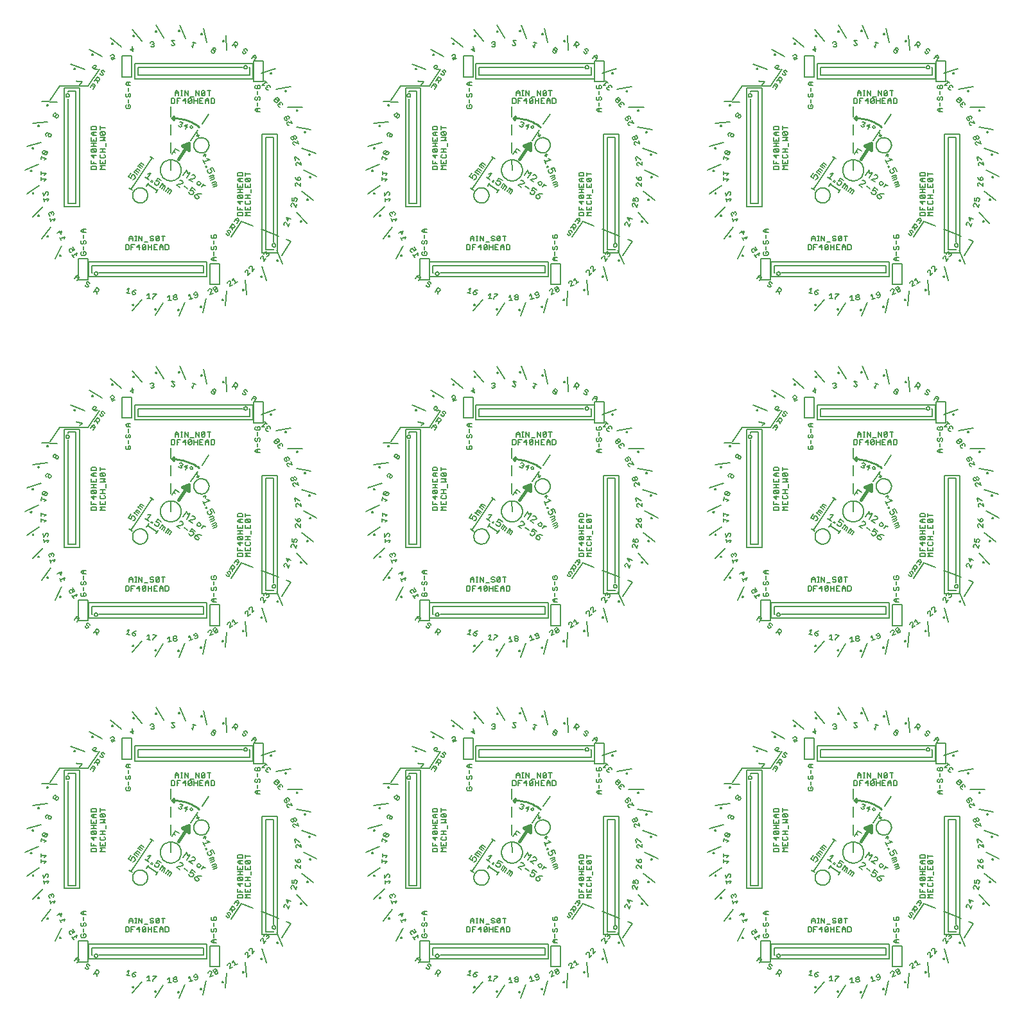
<source format=gto>
G75*
%MOIN*%
%OFA0B0*%
%FSLAX24Y24*%
%IPPOS*%
%LPD*%
%AMOC8*
5,1,8,0,0,1.08239X$1,22.5*
%
%ADD10C,0.0060*%
%ADD11C,0.0050*%
%ADD12C,0.0100*%
%ADD13C,0.0080*%
%ADD14C,0.0070*%
%ADD15C,0.0160*%
D10*
X004145Y003524D02*
X004242Y003668D01*
X004363Y003691D01*
X004386Y003571D01*
X004289Y003427D01*
X004362Y003535D02*
X004218Y003632D01*
X004773Y003310D02*
X004784Y003250D01*
X004856Y003201D01*
X004868Y003141D01*
X004844Y003105D01*
X004784Y003094D01*
X004712Y003142D01*
X004700Y003202D01*
X004773Y003310D02*
X004797Y003346D01*
X004857Y003358D01*
X004929Y003309D01*
X004941Y003249D01*
X005311Y003052D02*
X005419Y002979D01*
X005430Y002919D01*
X005382Y002847D01*
X005322Y002835D01*
X005214Y002908D01*
X005286Y002860D02*
X005309Y002739D01*
X005165Y002836D02*
X005311Y003052D01*
X006847Y002787D02*
X007016Y002748D01*
X006931Y002768D02*
X006990Y003021D01*
X006886Y002956D01*
X007163Y002848D02*
X007290Y002818D01*
X007322Y002766D01*
X007313Y002724D01*
X007261Y002692D01*
X007176Y002711D01*
X007144Y002763D01*
X007163Y002848D01*
X007267Y002913D01*
X007361Y002935D01*
X007928Y002670D02*
X008020Y002751D01*
X008003Y002491D01*
X007917Y002496D02*
X008090Y002486D01*
X008211Y002478D02*
X008214Y002521D01*
X008398Y002684D01*
X008400Y002727D01*
X008227Y002738D01*
X008991Y002557D02*
X009069Y002652D01*
X009095Y002393D01*
X009181Y002402D02*
X009008Y002385D01*
X009297Y002457D02*
X009293Y002500D01*
X009332Y002548D01*
X009418Y002556D01*
X009466Y002517D01*
X009470Y002474D01*
X009431Y002427D01*
X009345Y002418D01*
X009297Y002457D01*
X009332Y002548D02*
X009284Y002587D01*
X009280Y002630D01*
X009319Y002677D01*
X009405Y002686D01*
X009453Y002647D01*
X009457Y002604D01*
X009418Y002556D01*
X010070Y002620D02*
X010131Y002726D01*
X010199Y002475D01*
X010115Y002452D02*
X010283Y002498D01*
X010388Y002571D02*
X010442Y002540D01*
X010525Y002563D01*
X010556Y002616D01*
X010511Y002784D01*
X010458Y002814D01*
X010374Y002792D01*
X010343Y002738D01*
X010354Y002697D01*
X010408Y002666D01*
X010533Y002700D01*
X011095Y002894D02*
X011117Y002951D01*
X011196Y002987D01*
X011253Y002966D01*
X011271Y002926D01*
X011185Y002696D01*
X011343Y002768D01*
X011435Y002858D02*
X011522Y003087D01*
X011593Y002929D01*
X011572Y002872D01*
X011493Y002836D01*
X011435Y002858D01*
X011364Y003016D01*
X011385Y003073D01*
X011464Y003109D01*
X011522Y003087D01*
X012091Y003296D02*
X012103Y003356D01*
X012175Y003404D01*
X012235Y003392D01*
X012259Y003356D01*
X012212Y003115D01*
X012356Y003212D01*
X012456Y003279D02*
X012601Y003376D01*
X012529Y003328D02*
X012384Y003544D01*
X012360Y003423D01*
X013008Y003855D02*
X013010Y003916D01*
X013073Y003975D01*
X013134Y003973D01*
X013164Y003942D01*
X013156Y003696D01*
X013283Y003815D01*
X013371Y003898D02*
X013379Y004143D01*
X013349Y004175D01*
X013288Y004177D01*
X013224Y004118D01*
X013222Y004056D01*
X013371Y003898D02*
X013497Y004017D01*
X013813Y004548D02*
X013805Y004608D01*
X013858Y004677D01*
X013918Y004685D01*
X013953Y004659D01*
X013985Y004416D01*
X014090Y004553D01*
X014130Y004676D02*
X014191Y004684D01*
X014243Y004753D01*
X014235Y004813D01*
X014201Y004840D01*
X014140Y004832D01*
X014114Y004797D01*
X014140Y004832D02*
X014132Y004893D01*
X014098Y004919D01*
X014037Y004911D01*
X013984Y004842D01*
X013992Y004781D01*
X014900Y004737D02*
X015395Y005472D01*
X015165Y005563D01*
X014734Y005735D02*
X013840Y006091D01*
X013416Y006258D02*
X012821Y006496D01*
X012271Y005680D01*
X012168Y005780D02*
X012108Y005768D01*
X012036Y005816D01*
X012024Y005877D01*
X012109Y005924D02*
X012181Y005876D01*
X012192Y005816D01*
X012168Y005780D01*
X012109Y005924D02*
X012097Y005985D01*
X012121Y006020D01*
X012182Y006032D01*
X012253Y005984D01*
X012265Y005923D01*
X012354Y006056D02*
X012331Y006176D01*
X012367Y006152D02*
X012259Y006225D01*
X012211Y006153D02*
X012356Y006368D01*
X012464Y006296D01*
X012476Y006235D01*
X012427Y006164D01*
X012367Y006152D01*
X012577Y006385D02*
X012674Y006529D01*
X012650Y006649D01*
X012530Y006626D01*
X012433Y006482D01*
X012506Y006590D02*
X012649Y006493D01*
X012620Y006801D02*
X012620Y006931D01*
X012663Y006975D01*
X012837Y006975D01*
X012880Y006931D01*
X012880Y006801D01*
X012620Y006801D01*
X012620Y007096D02*
X012620Y007270D01*
X012750Y007183D02*
X012750Y007096D01*
X012880Y007096D02*
X012620Y007096D01*
X012750Y007391D02*
X012750Y007564D01*
X012880Y007521D02*
X012620Y007521D01*
X012750Y007391D01*
X013020Y007434D02*
X013063Y007391D01*
X013237Y007391D01*
X013280Y007434D01*
X013280Y007521D01*
X013237Y007564D01*
X013280Y007521D01*
X013280Y007434D01*
X013237Y007391D01*
X013063Y007391D01*
X013020Y007434D01*
X013020Y007521D01*
X013063Y007564D01*
X013020Y007521D01*
X013020Y007434D01*
X013020Y007270D02*
X013020Y007096D01*
X013280Y007096D01*
X013280Y007270D01*
X013280Y007096D01*
X013020Y007096D01*
X013020Y007270D01*
X013150Y007183D02*
X013150Y007096D01*
X013150Y007183D01*
X013020Y006975D02*
X013280Y006975D01*
X013020Y006975D01*
X013107Y006888D01*
X013020Y006801D01*
X013280Y006801D01*
X013020Y006801D01*
X013106Y006888D01*
X013020Y006975D01*
X013020Y007685D02*
X013280Y007685D01*
X013020Y007685D01*
X013150Y007685D02*
X013150Y007859D01*
X013150Y007685D01*
X013020Y007859D02*
X013280Y007859D01*
X013020Y007859D01*
X012880Y007815D02*
X012880Y007729D01*
X012837Y007685D01*
X012663Y007859D01*
X012837Y007859D01*
X012880Y007815D01*
X012837Y007685D02*
X012663Y007685D01*
X012620Y007729D01*
X012620Y007815D01*
X012663Y007859D01*
X012620Y007980D02*
X012880Y007980D01*
X012750Y007980D02*
X012750Y008153D01*
X012750Y008275D02*
X012750Y008361D01*
X012880Y008275D02*
X012880Y008448D01*
X012880Y008569D02*
X012707Y008569D01*
X012620Y008656D01*
X012707Y008743D01*
X012880Y008743D01*
X012880Y008864D02*
X012880Y008994D01*
X012837Y009037D01*
X012663Y009037D01*
X012620Y008994D01*
X012620Y008864D01*
X012880Y008864D01*
X013020Y008864D02*
X013020Y009037D01*
X013020Y008864D01*
X013020Y008951D02*
X013280Y008951D01*
X013020Y008951D01*
X013063Y008743D02*
X013237Y008569D01*
X013063Y008743D01*
X013237Y008743D01*
X013280Y008699D01*
X013280Y008613D01*
X013237Y008569D01*
X013280Y008613D01*
X013280Y008699D01*
X013237Y008743D01*
X013063Y008743D01*
X013020Y008699D01*
X013063Y008743D01*
X013020Y008699D02*
X013020Y008613D01*
X013063Y008569D01*
X013237Y008569D01*
X013063Y008569D01*
X013020Y008613D01*
X013020Y008699D01*
X013020Y008448D02*
X013020Y008275D01*
X013280Y008275D01*
X013280Y008448D01*
X013280Y008275D01*
X013020Y008275D01*
X013020Y008448D01*
X013150Y008361D02*
X013150Y008275D01*
X013150Y008361D01*
X013323Y008153D02*
X013323Y007980D01*
X013323Y008153D01*
X012880Y008153D02*
X012620Y008153D01*
X012620Y008275D02*
X012880Y008275D01*
X012620Y008275D02*
X012620Y008448D01*
X012750Y008569D02*
X012750Y008743D01*
X010940Y008351D02*
X010904Y008375D01*
X010784Y008352D01*
X010736Y008280D02*
X010833Y008424D01*
X010708Y008456D02*
X010696Y008516D01*
X010624Y008564D01*
X010564Y008553D01*
X010516Y008481D01*
X010527Y008420D01*
X010599Y008372D01*
X010659Y008384D01*
X010708Y008456D01*
X011294Y005798D02*
X011250Y005754D01*
X011250Y005668D01*
X011294Y005624D01*
X011467Y005624D01*
X011511Y005668D01*
X011511Y005754D01*
X011467Y005798D01*
X011380Y005798D01*
X011380Y005711D01*
X011380Y005503D02*
X011380Y005330D01*
X011424Y005208D02*
X011467Y005208D01*
X011511Y005165D01*
X011511Y005078D01*
X011467Y005035D01*
X011380Y005078D02*
X011380Y005165D01*
X011424Y005208D01*
X011294Y005208D02*
X011250Y005165D01*
X011250Y005078D01*
X011294Y005035D01*
X011337Y005035D01*
X011380Y005078D01*
X011380Y004914D02*
X011380Y004740D01*
X011380Y004619D02*
X011380Y004446D01*
X011337Y004446D02*
X011250Y004532D01*
X011337Y004619D01*
X011511Y004619D01*
X011511Y004446D02*
X011337Y004446D01*
X009037Y005063D02*
X009037Y005237D01*
X008994Y005280D01*
X008864Y005280D01*
X008864Y005020D01*
X008994Y005020D01*
X009037Y005063D01*
X008743Y005020D02*
X008743Y005193D01*
X008656Y005280D01*
X008569Y005193D01*
X008569Y005020D01*
X008448Y005020D02*
X008275Y005020D01*
X008275Y005280D01*
X008448Y005280D01*
X008361Y005150D02*
X008275Y005150D01*
X008153Y005150D02*
X007980Y005150D01*
X007980Y005020D02*
X007980Y005280D01*
X007859Y005237D02*
X007685Y005063D01*
X007729Y005020D01*
X007815Y005020D01*
X007859Y005063D01*
X007859Y005237D01*
X007815Y005280D01*
X007729Y005280D01*
X007685Y005237D01*
X007685Y005063D01*
X007564Y005150D02*
X007391Y005150D01*
X007521Y005280D01*
X007521Y005020D01*
X007270Y005280D02*
X007096Y005280D01*
X007096Y005020D01*
X006975Y005063D02*
X006975Y005237D01*
X006931Y005280D01*
X006801Y005280D01*
X006801Y005020D01*
X006931Y005020D01*
X006975Y005063D01*
X007096Y005150D02*
X007183Y005150D01*
X007171Y005480D02*
X007171Y005653D01*
X007085Y005740D01*
X006998Y005653D01*
X006998Y005480D01*
X006998Y005653D01*
X007085Y005740D01*
X007171Y005653D01*
X007171Y005480D01*
X007292Y005480D02*
X007379Y005480D01*
X007292Y005480D01*
X007336Y005480D02*
X007336Y005740D01*
X007336Y005480D01*
X007489Y005480D02*
X007489Y005740D01*
X007662Y005480D01*
X007662Y005740D01*
X007662Y005480D01*
X007489Y005740D01*
X007489Y005480D01*
X007379Y005740D02*
X007292Y005740D01*
X007379Y005740D01*
X007171Y005610D02*
X006998Y005610D01*
X007171Y005610D01*
X007784Y005437D02*
X007957Y005437D01*
X007784Y005437D01*
X008078Y005523D02*
X008122Y005480D01*
X008078Y005523D01*
X008122Y005480D02*
X008208Y005480D01*
X008252Y005523D01*
X008252Y005567D01*
X008252Y005523D01*
X008208Y005480D01*
X008122Y005480D01*
X008122Y005610D02*
X008208Y005610D01*
X008252Y005567D01*
X008208Y005610D01*
X008122Y005610D01*
X008078Y005653D01*
X008078Y005697D01*
X008078Y005653D01*
X008122Y005610D01*
X008078Y005697D02*
X008122Y005740D01*
X008208Y005740D01*
X008252Y005697D01*
X008208Y005740D01*
X008122Y005740D01*
X008078Y005697D01*
X008373Y005697D02*
X008416Y005740D01*
X008503Y005740D01*
X008546Y005697D01*
X008373Y005523D01*
X008416Y005480D01*
X008503Y005480D01*
X008546Y005523D01*
X008546Y005697D01*
X008373Y005523D01*
X008373Y005697D01*
X008416Y005740D01*
X008503Y005740D01*
X008546Y005697D01*
X008546Y005523D01*
X008503Y005480D01*
X008416Y005480D01*
X008373Y005523D01*
X008373Y005697D01*
X008668Y005740D02*
X008841Y005740D01*
X008668Y005740D01*
X008754Y005740D02*
X008754Y005480D01*
X008754Y005740D01*
X008743Y005150D02*
X008569Y005150D01*
X008153Y005280D02*
X008153Y005020D01*
X004740Y004871D02*
X004740Y004785D01*
X004697Y004741D01*
X004524Y004741D01*
X004480Y004785D01*
X004480Y004871D01*
X004524Y004915D01*
X004610Y004915D02*
X004610Y004828D01*
X004610Y004915D02*
X004697Y004915D01*
X004740Y004871D01*
X004610Y005036D02*
X004610Y005210D01*
X004567Y005331D02*
X004610Y005374D01*
X004610Y005461D01*
X004654Y005504D01*
X004697Y005504D01*
X004740Y005461D01*
X004740Y005374D01*
X004697Y005331D01*
X004567Y005331D02*
X004524Y005331D01*
X004480Y005374D01*
X004480Y005461D01*
X004524Y005504D01*
X004610Y005625D02*
X004610Y005799D01*
X004610Y005920D02*
X004610Y006093D01*
X004567Y006093D02*
X004740Y006093D01*
X004740Y005920D02*
X004567Y005920D01*
X004480Y006007D01*
X004567Y006093D01*
X003640Y005705D02*
X003405Y005592D01*
X003443Y005514D02*
X003368Y005671D01*
X003433Y005836D02*
X003358Y005993D01*
X003494Y006010D02*
X003433Y005836D01*
X003259Y005897D02*
X003494Y006010D01*
X003640Y005705D02*
X003599Y005589D01*
X003951Y005089D02*
X003880Y005039D01*
X003870Y004979D01*
X003919Y004908D01*
X003980Y004897D01*
X004051Y004947D02*
X004037Y005043D01*
X004012Y005078D01*
X003951Y005089D01*
X004058Y005164D02*
X004157Y005022D01*
X004051Y004947D01*
X004014Y004773D02*
X004113Y004631D01*
X004064Y004702D02*
X004277Y004851D01*
X004255Y004730D01*
X003097Y006533D02*
X003156Y006641D01*
X002906Y006568D01*
X002882Y006651D02*
X002930Y006484D01*
X002889Y006779D02*
X002835Y006809D01*
X002811Y006892D01*
X002841Y006946D01*
X002882Y006958D01*
X002936Y006929D01*
X002948Y006887D01*
X002936Y006929D02*
X002965Y006982D01*
X003007Y006995D01*
X003061Y006965D01*
X003085Y006882D01*
X003056Y006828D01*
X002751Y007557D02*
X002826Y007653D01*
X002568Y007622D01*
X002578Y007536D02*
X002558Y007708D01*
X002543Y007828D02*
X002694Y008022D01*
X002738Y008027D01*
X002786Y007989D01*
X002796Y007903D01*
X002758Y007855D01*
X002543Y007828D02*
X002522Y008001D01*
X002577Y008612D02*
X002668Y008695D01*
X002408Y008706D01*
X002411Y008792D02*
X002404Y008619D01*
X002416Y008914D02*
X002424Y009087D01*
X002420Y009000D02*
X002680Y008989D01*
X002590Y008906D01*
X002578Y009693D02*
X002680Y009760D01*
X002426Y009813D01*
X002408Y009728D02*
X002443Y009898D01*
X002511Y010008D02*
X002716Y010142D01*
X002546Y010177D01*
X002495Y010144D01*
X002477Y010059D01*
X002511Y010008D01*
X002680Y009972D01*
X002732Y010006D01*
X002750Y010091D01*
X002716Y010142D01*
X002848Y010880D02*
X002808Y010896D01*
X002783Y010952D01*
X002830Y011074D01*
X002749Y011105D02*
X002911Y011042D01*
X002936Y010986D01*
X002904Y010905D01*
X002848Y010880D01*
X002687Y010943D02*
X002662Y010999D01*
X002693Y011080D01*
X002749Y011105D01*
X003211Y011876D02*
X003173Y011898D01*
X003158Y011957D01*
X003202Y012032D01*
X003187Y012092D01*
X003149Y012114D01*
X003090Y012098D01*
X003046Y012023D01*
X003061Y011964D01*
X003099Y011942D01*
X003158Y011957D01*
X003202Y012032D02*
X003261Y012048D01*
X003299Y012025D01*
X003314Y011966D01*
X003270Y011891D01*
X003211Y011876D01*
X002877Y012787D02*
X003373Y013522D01*
X004860Y013527D01*
X005438Y014384D01*
X005356Y014399D02*
X005260Y014391D01*
X005140Y014419D01*
X005251Y014487D01*
X005266Y014547D01*
X005243Y014584D01*
X005183Y014598D01*
X005109Y014553D01*
X005095Y014493D01*
X005140Y014419D01*
X005469Y014199D02*
X005481Y014139D01*
X005553Y014091D01*
X005613Y014102D01*
X005637Y014138D01*
X005626Y014199D01*
X005554Y014247D01*
X005542Y014307D01*
X005566Y014343D01*
X005626Y014355D01*
X005698Y014307D01*
X005710Y014246D01*
X005451Y013939D02*
X005462Y013879D01*
X005414Y013807D01*
X005354Y013795D01*
X005246Y013868D01*
X005318Y013820D02*
X005341Y013699D01*
X005195Y013637D02*
X005218Y013517D01*
X005121Y013373D01*
X005194Y013481D02*
X005050Y013578D01*
X005074Y013614D02*
X005195Y013637D01*
X005074Y013614D02*
X004977Y013470D01*
X005197Y013796D02*
X005343Y014012D01*
X005451Y013939D01*
X004558Y013717D02*
X004530Y013750D01*
X004285Y013768D01*
X004257Y013800D01*
X004427Y013603D02*
X004558Y013717D01*
X006104Y014883D02*
X006055Y015003D01*
X006152Y014996D01*
X006192Y015012D01*
X006216Y015069D01*
X006183Y015149D01*
X006126Y015173D01*
X006046Y015140D01*
X006022Y015084D01*
X006104Y014883D02*
X006265Y014948D01*
X007041Y015427D02*
X007211Y015465D01*
X007197Y015328D02*
X007041Y015427D01*
X007140Y015582D02*
X007197Y015328D01*
X008100Y015600D02*
X008146Y015559D01*
X008233Y015564D01*
X008273Y015610D01*
X008271Y015654D01*
X008225Y015694D01*
X008266Y015740D01*
X008263Y015784D01*
X008217Y015824D01*
X008131Y015819D01*
X008090Y015773D01*
X008182Y015692D02*
X008225Y015694D01*
X009168Y015685D02*
X009206Y015637D01*
X009292Y015628D01*
X009340Y015667D01*
X009345Y015710D01*
X009190Y015901D01*
X009363Y015882D01*
X010235Y015638D02*
X010296Y015531D01*
X010364Y015782D01*
X010281Y015805D02*
X010448Y015760D01*
X011262Y015334D02*
X011283Y015277D01*
X011362Y015241D01*
X011419Y015262D01*
X011334Y015492D01*
X011392Y015513D01*
X011471Y015477D01*
X011492Y015419D01*
X011419Y015262D01*
X011262Y015334D02*
X011334Y015492D01*
X012359Y015614D02*
X012505Y015830D01*
X012613Y015757D01*
X012624Y015697D01*
X012576Y015625D01*
X012516Y015613D01*
X012408Y015686D01*
X012480Y015637D02*
X012503Y015517D01*
X012873Y015320D02*
X012885Y015259D01*
X012957Y015211D01*
X013017Y015223D01*
X013041Y015259D01*
X013030Y015319D01*
X012958Y015367D01*
X012946Y015428D01*
X012970Y015463D01*
X013030Y015475D01*
X013102Y015427D01*
X013114Y015366D01*
X013435Y015097D02*
X013338Y014953D01*
X013411Y015061D02*
X013555Y014964D01*
X013579Y015000D02*
X013482Y014856D01*
X013579Y015000D02*
X013556Y015121D01*
X013435Y015097D01*
X014008Y013803D02*
X014134Y013684D01*
X014071Y013743D02*
X013893Y013554D01*
X014015Y013557D01*
X014104Y013474D02*
X014165Y013476D01*
X014163Y013537D01*
X014193Y013569D01*
X014254Y013571D01*
X014317Y013511D01*
X014319Y013450D01*
X014196Y013446D02*
X014165Y013476D01*
X014104Y013474D02*
X014074Y013443D01*
X014076Y013381D01*
X014139Y013322D01*
X014200Y013324D01*
X013792Y013427D02*
X013792Y013513D01*
X013749Y013557D01*
X013662Y013557D01*
X013662Y013470D01*
X013575Y013557D02*
X013532Y013513D01*
X013532Y013427D01*
X013575Y013383D01*
X013749Y013383D01*
X013792Y013427D01*
X013662Y013262D02*
X013662Y013089D01*
X013705Y012967D02*
X013749Y012967D01*
X013792Y012924D01*
X013792Y012837D01*
X013749Y012794D01*
X013662Y012837D02*
X013662Y012924D01*
X013705Y012967D01*
X013575Y012967D02*
X013532Y012924D01*
X013532Y012837D01*
X013575Y012794D01*
X013619Y012794D01*
X013662Y012837D01*
X013662Y012673D02*
X013662Y012499D01*
X013662Y012378D02*
X013662Y012205D01*
X013619Y012205D02*
X013532Y012291D01*
X013619Y012378D01*
X013792Y012378D01*
X013792Y012205D02*
X013619Y012205D01*
X014522Y012754D02*
X014530Y012815D01*
X014773Y012782D01*
X014782Y012843D01*
X014729Y012912D01*
X014668Y012920D01*
X014530Y012815D01*
X014522Y012754D02*
X014575Y012685D01*
X014635Y012677D01*
X014773Y012782D01*
X014847Y012686D02*
X014908Y012678D01*
X014960Y012609D01*
X014952Y012548D01*
X014830Y012564D02*
X014804Y012599D01*
X014812Y012660D01*
X014847Y012686D01*
X014804Y012599D02*
X014743Y012607D01*
X014709Y012581D01*
X014701Y012520D01*
X014753Y012451D01*
X014814Y012443D01*
X015128Y011938D02*
X015190Y011823D01*
X015172Y011765D01*
X015133Y011744D01*
X015075Y011762D01*
X015034Y011839D01*
X015052Y011898D01*
X015205Y011979D01*
X015264Y011961D01*
X015304Y011885D01*
X015286Y011826D01*
X015382Y011739D02*
X015463Y011586D01*
X015228Y011658D01*
X015190Y011637D01*
X015172Y011579D01*
X015213Y011502D01*
X015272Y011484D01*
X015462Y010911D02*
X015517Y010883D01*
X015545Y010801D01*
X015518Y010746D01*
X015477Y010732D01*
X015422Y010760D01*
X015394Y010842D01*
X015421Y010897D01*
X015462Y010911D01*
X015517Y010883D02*
X015545Y010938D01*
X015586Y010952D01*
X015641Y010925D01*
X015668Y010843D01*
X015641Y010788D01*
X015600Y010774D01*
X015545Y010801D01*
X015556Y010631D02*
X015515Y010618D01*
X015488Y010563D01*
X015516Y010480D01*
X015571Y010453D01*
X015556Y010631D02*
X015776Y010522D01*
X015721Y010687D01*
X015622Y009849D02*
X015580Y009842D01*
X015607Y009671D01*
X015670Y009558D02*
X015634Y009508D01*
X015648Y009423D01*
X015697Y009387D01*
X015670Y009558D02*
X015712Y009565D01*
X015911Y009422D01*
X015884Y009593D01*
X015864Y009712D02*
X015821Y009706D01*
X015622Y009849D01*
X015607Y008794D02*
X015650Y008707D01*
X015737Y008620D01*
X015737Y008750D01*
X015780Y008794D01*
X015824Y008794D01*
X015867Y008750D01*
X015867Y008663D01*
X015824Y008620D01*
X015737Y008620D01*
X015693Y008499D02*
X015650Y008499D01*
X015606Y008456D01*
X015606Y008369D01*
X015650Y008326D01*
X015693Y008499D02*
X015866Y008325D01*
X015867Y008499D01*
X015676Y007708D02*
X015712Y007658D01*
X015697Y007573D01*
X015647Y007537D01*
X015562Y007552D02*
X015533Y007644D01*
X015541Y007687D01*
X015590Y007723D01*
X015676Y007708D01*
X015562Y007552D02*
X015433Y007573D01*
X015462Y007744D01*
X015456Y007446D02*
X015406Y007411D01*
X015392Y007325D01*
X015428Y007275D01*
X015456Y007446D02*
X015499Y007439D01*
X015642Y007240D01*
X015670Y007411D01*
X015275Y006701D02*
X015219Y006536D01*
X015138Y006702D01*
X015384Y006618D01*
X015303Y006380D02*
X015247Y006216D01*
X015139Y006436D01*
X015098Y006450D01*
X015043Y006423D01*
X015015Y006340D01*
X015042Y006285D01*
X020295Y007536D02*
X020274Y007708D01*
X020285Y007622D02*
X020543Y007653D01*
X020467Y007557D01*
X020475Y007855D02*
X020513Y007903D01*
X020502Y007989D01*
X020454Y008027D01*
X020411Y008022D01*
X020260Y007828D01*
X020239Y008001D01*
X020682Y006982D02*
X020724Y006995D01*
X020777Y006965D01*
X020802Y006882D01*
X020772Y006828D01*
X020665Y006887D02*
X020653Y006929D01*
X020599Y006958D01*
X020557Y006946D01*
X020528Y006892D01*
X020552Y006809D01*
X020606Y006779D01*
X020598Y006651D02*
X020647Y006484D01*
X020623Y006568D02*
X020872Y006641D01*
X020813Y006533D01*
X020653Y006929D02*
X020682Y006982D01*
X021074Y005993D02*
X021149Y005836D01*
X021211Y006010D01*
X020976Y005897D01*
X021084Y005671D02*
X021159Y005514D01*
X021122Y005592D02*
X021357Y005705D01*
X021316Y005589D01*
X021668Y005089D02*
X021597Y005039D01*
X021586Y004979D01*
X021636Y004908D01*
X021696Y004897D01*
X021767Y004947D02*
X021753Y005043D01*
X021728Y005078D01*
X021668Y005089D01*
X021775Y005164D02*
X021874Y005022D01*
X021767Y004947D01*
X021730Y004773D02*
X021830Y004631D01*
X021780Y004702D02*
X021993Y004851D01*
X021972Y004730D01*
X022197Y004785D02*
X022197Y004871D01*
X022240Y004915D01*
X022327Y004915D02*
X022327Y004828D01*
X022327Y004915D02*
X022414Y004915D01*
X022457Y004871D01*
X022457Y004785D01*
X022414Y004741D01*
X022240Y004741D01*
X022197Y004785D01*
X022327Y005036D02*
X022327Y005210D01*
X022283Y005331D02*
X022327Y005374D01*
X022327Y005461D01*
X022370Y005504D01*
X022414Y005504D01*
X022457Y005461D01*
X022457Y005374D01*
X022414Y005331D01*
X022283Y005331D02*
X022240Y005331D01*
X022197Y005374D01*
X022197Y005461D01*
X022240Y005504D01*
X022327Y005625D02*
X022327Y005799D01*
X022327Y005920D02*
X022327Y006093D01*
X022283Y006093D02*
X022457Y006093D01*
X022457Y005920D02*
X022283Y005920D01*
X022197Y006007D01*
X022283Y006093D01*
X024518Y005280D02*
X024648Y005280D01*
X024691Y005237D01*
X024691Y005063D01*
X024648Y005020D01*
X024518Y005020D01*
X024518Y005280D01*
X024714Y005480D02*
X024714Y005653D01*
X024801Y005740D01*
X024888Y005653D01*
X024888Y005480D01*
X024888Y005653D01*
X024801Y005740D01*
X024714Y005653D01*
X024714Y005480D01*
X024714Y005610D02*
X024888Y005610D01*
X024714Y005610D01*
X025009Y005480D02*
X025096Y005480D01*
X025009Y005480D01*
X025052Y005480D02*
X025052Y005740D01*
X025052Y005480D01*
X025205Y005480D02*
X025205Y005740D01*
X025379Y005480D01*
X025379Y005740D01*
X025379Y005480D01*
X025205Y005740D01*
X025205Y005480D01*
X025237Y005280D02*
X025107Y005150D01*
X025281Y005150D01*
X025237Y005020D02*
X025237Y005280D01*
X025402Y005237D02*
X025445Y005280D01*
X025532Y005280D01*
X025575Y005237D01*
X025402Y005063D01*
X025445Y005020D01*
X025532Y005020D01*
X025575Y005063D01*
X025575Y005237D01*
X025697Y005280D02*
X025697Y005020D01*
X025697Y005150D02*
X025870Y005150D01*
X025991Y005150D02*
X026078Y005150D01*
X025991Y005020D02*
X026165Y005020D01*
X026286Y005020D02*
X026286Y005193D01*
X026373Y005280D01*
X026459Y005193D01*
X026459Y005020D01*
X026580Y005020D02*
X026711Y005020D01*
X026754Y005063D01*
X026754Y005237D01*
X026711Y005280D01*
X026580Y005280D01*
X026580Y005020D01*
X026459Y005150D02*
X026286Y005150D01*
X026165Y005280D02*
X025991Y005280D01*
X025991Y005020D01*
X025870Y005020D02*
X025870Y005280D01*
X025838Y005480D02*
X025795Y005523D01*
X025838Y005480D01*
X025925Y005480D01*
X025838Y005480D01*
X025925Y005480D02*
X025968Y005523D01*
X025968Y005567D01*
X025968Y005523D01*
X025925Y005480D01*
X025968Y005567D02*
X025925Y005610D01*
X025838Y005610D01*
X025795Y005653D01*
X025795Y005697D01*
X025795Y005653D01*
X025838Y005610D01*
X025925Y005610D01*
X025968Y005567D01*
X026089Y005523D02*
X026263Y005697D01*
X026089Y005523D01*
X026133Y005480D01*
X026089Y005523D01*
X026089Y005697D01*
X026133Y005740D01*
X026220Y005740D01*
X026263Y005697D01*
X026263Y005523D01*
X026220Y005480D01*
X026133Y005480D01*
X026220Y005480D01*
X026263Y005523D01*
X026263Y005697D01*
X026220Y005740D01*
X026133Y005740D01*
X026089Y005697D01*
X026089Y005523D01*
X025968Y005697D02*
X025925Y005740D01*
X025838Y005740D01*
X025795Y005697D01*
X025838Y005740D01*
X025925Y005740D01*
X025968Y005697D01*
X025674Y005437D02*
X025500Y005437D01*
X025674Y005437D01*
X025402Y005237D02*
X025402Y005063D01*
X024986Y005280D02*
X024813Y005280D01*
X024813Y005020D01*
X024813Y005150D02*
X024899Y005150D01*
X025009Y005740D02*
X025096Y005740D01*
X025009Y005740D01*
X026384Y005740D02*
X026558Y005740D01*
X026384Y005740D01*
X026471Y005740D02*
X026471Y005480D01*
X026471Y005740D01*
X028967Y005754D02*
X028967Y005668D01*
X029010Y005624D01*
X029184Y005624D01*
X029227Y005668D01*
X029227Y005754D01*
X029184Y005798D01*
X029097Y005798D01*
X029097Y005711D01*
X029010Y005798D02*
X028967Y005754D01*
X029097Y005503D02*
X029097Y005330D01*
X029140Y005208D02*
X029184Y005208D01*
X029227Y005165D01*
X029227Y005078D01*
X029184Y005035D01*
X029097Y005078D02*
X029097Y005165D01*
X029140Y005208D01*
X029010Y005208D02*
X028967Y005165D01*
X028967Y005078D01*
X029010Y005035D01*
X029054Y005035D01*
X029097Y005078D01*
X029097Y004914D02*
X029097Y004740D01*
X029097Y004619D02*
X029097Y004446D01*
X029054Y004446D02*
X028967Y004532D01*
X029054Y004619D01*
X029227Y004619D01*
X029227Y004446D02*
X029054Y004446D01*
X029819Y003356D02*
X029808Y003296D01*
X029819Y003356D02*
X029891Y003404D01*
X029952Y003392D01*
X029976Y003356D01*
X029928Y003115D01*
X030072Y003212D01*
X030173Y003279D02*
X030317Y003376D01*
X030245Y003328D02*
X030100Y003544D01*
X030076Y003423D01*
X029238Y003087D02*
X029152Y002858D01*
X029209Y002836D01*
X029288Y002872D01*
X029310Y002929D01*
X029238Y003087D01*
X029181Y003109D01*
X029102Y003073D01*
X029080Y003016D01*
X029152Y002858D01*
X029059Y002768D02*
X028901Y002696D01*
X028988Y002926D01*
X028970Y002966D01*
X028912Y002987D01*
X028833Y002951D01*
X028812Y002894D01*
X028250Y002700D02*
X028124Y002666D01*
X028071Y002697D01*
X028060Y002738D01*
X028090Y002792D01*
X028174Y002814D01*
X028227Y002784D01*
X028272Y002616D01*
X028242Y002563D01*
X028158Y002540D01*
X028105Y002571D01*
X027999Y002498D02*
X027832Y002452D01*
X027915Y002475D02*
X027848Y002726D01*
X027787Y002620D01*
X027182Y002517D02*
X027186Y002474D01*
X027148Y002427D01*
X027061Y002418D01*
X027014Y002457D01*
X027009Y002500D01*
X027048Y002548D01*
X027135Y002556D01*
X027182Y002517D01*
X027135Y002556D02*
X027173Y002604D01*
X027169Y002647D01*
X027122Y002686D01*
X027035Y002677D01*
X026997Y002630D01*
X027001Y002587D01*
X027048Y002548D01*
X026898Y002402D02*
X026725Y002385D01*
X026811Y002393D02*
X026785Y002652D01*
X026708Y002557D01*
X026114Y002684D02*
X026117Y002727D01*
X025944Y002738D01*
X026114Y002684D02*
X025930Y002521D01*
X025928Y002478D01*
X025807Y002486D02*
X025633Y002496D01*
X025720Y002491D02*
X025736Y002751D01*
X025644Y002670D01*
X025039Y002766D02*
X025006Y002818D01*
X024880Y002848D01*
X024860Y002763D01*
X024893Y002711D01*
X024977Y002692D01*
X025029Y002724D01*
X025039Y002766D01*
X024984Y002913D02*
X024880Y002848D01*
X024984Y002913D02*
X025078Y002935D01*
X024706Y003021D02*
X024648Y002768D01*
X024732Y002748D02*
X024563Y002787D01*
X024602Y002956D02*
X024706Y003021D01*
X023147Y002919D02*
X023098Y002847D01*
X023038Y002835D01*
X022930Y002908D01*
X022882Y002836D02*
X023027Y003052D01*
X023135Y002979D01*
X023147Y002919D01*
X023002Y002860D02*
X023026Y002739D01*
X022560Y003105D02*
X022585Y003141D01*
X022573Y003201D01*
X022501Y003250D01*
X022489Y003310D01*
X022513Y003346D01*
X022574Y003358D01*
X022646Y003309D01*
X022657Y003249D01*
X022560Y003105D02*
X022500Y003094D01*
X022428Y003142D01*
X022416Y003202D01*
X022006Y003427D02*
X022103Y003571D01*
X022079Y003691D01*
X021959Y003668D01*
X021862Y003524D01*
X021935Y003632D02*
X022078Y003535D01*
X020294Y008612D02*
X020384Y008695D01*
X020124Y008706D01*
X020128Y008792D02*
X020121Y008619D01*
X020133Y008914D02*
X020140Y009087D01*
X020137Y009000D02*
X020397Y008989D01*
X020306Y008906D01*
X020294Y009693D02*
X020397Y009760D01*
X020142Y009813D01*
X020124Y009728D02*
X020160Y009898D01*
X020227Y010008D02*
X020432Y010142D01*
X020263Y010177D01*
X020211Y010144D01*
X020194Y010059D01*
X020227Y010008D01*
X020397Y009972D01*
X020448Y010006D01*
X020466Y010091D01*
X020432Y010142D01*
X020565Y010880D02*
X020524Y010896D01*
X020500Y010952D01*
X020547Y011074D01*
X020628Y011042D02*
X020652Y010986D01*
X020621Y010905D01*
X020565Y010880D01*
X020403Y010943D02*
X020378Y010999D01*
X020410Y011080D01*
X020466Y011105D01*
X020628Y011042D01*
X020927Y011876D02*
X020890Y011898D01*
X020875Y011957D01*
X020919Y012032D01*
X020903Y012092D01*
X020866Y012114D01*
X020807Y012098D01*
X020762Y012023D01*
X020778Y011964D01*
X020815Y011942D01*
X020875Y011957D01*
X020919Y012032D02*
X020978Y012048D01*
X021015Y012025D01*
X021031Y011966D01*
X020987Y011891D01*
X020927Y011876D01*
X020594Y012787D02*
X021089Y013522D01*
X022577Y013527D01*
X023155Y014384D01*
X023073Y014399D02*
X022976Y014391D01*
X022857Y014419D01*
X022968Y014487D01*
X022982Y014547D01*
X022960Y014584D01*
X022900Y014598D01*
X022826Y014553D01*
X022812Y014493D01*
X022857Y014419D01*
X023186Y014199D02*
X023197Y014139D01*
X023269Y014091D01*
X023330Y014102D01*
X023354Y014138D01*
X023342Y014199D01*
X023270Y014247D01*
X023258Y014307D01*
X023283Y014343D01*
X023343Y014355D01*
X023415Y014307D01*
X023427Y014246D01*
X023167Y013939D02*
X023179Y013879D01*
X023130Y013807D01*
X023070Y013795D01*
X022962Y013868D01*
X022914Y013796D02*
X023059Y014012D01*
X023167Y013939D01*
X023034Y013820D02*
X023058Y013699D01*
X022911Y013637D02*
X022934Y013517D01*
X022837Y013373D01*
X022910Y013481D02*
X022766Y013578D01*
X022791Y013614D02*
X022911Y013637D01*
X022791Y013614D02*
X022694Y013470D01*
X022275Y013717D02*
X022246Y013750D01*
X022001Y013768D01*
X021973Y013800D01*
X022143Y013603D02*
X022275Y013717D01*
X023820Y014883D02*
X023771Y015003D01*
X023868Y014996D01*
X023908Y015012D01*
X023932Y015069D01*
X023900Y015149D01*
X023843Y015173D01*
X023763Y015140D01*
X023739Y015084D01*
X023820Y014883D02*
X023981Y014948D01*
X024758Y015427D02*
X024927Y015465D01*
X024856Y015582D02*
X024914Y015328D01*
X024758Y015427D01*
X025817Y015600D02*
X025862Y015559D01*
X025949Y015564D01*
X025990Y015610D01*
X025987Y015654D01*
X025941Y015694D01*
X025982Y015740D01*
X025979Y015784D01*
X025934Y015824D01*
X025847Y015819D01*
X025806Y015773D01*
X025898Y015692D02*
X025941Y015694D01*
X026884Y015685D02*
X026923Y015637D01*
X027009Y015628D01*
X027057Y015667D01*
X027061Y015710D01*
X026907Y015901D01*
X027079Y015882D01*
X027951Y015638D02*
X028012Y015531D01*
X028081Y015782D01*
X028165Y015760D02*
X027997Y015805D01*
X028978Y015334D02*
X029000Y015277D01*
X029078Y015241D01*
X029136Y015262D01*
X029051Y015492D01*
X029108Y015513D01*
X029187Y015477D01*
X029209Y015419D01*
X029136Y015262D01*
X028978Y015334D02*
X029051Y015492D01*
X030076Y015614D02*
X030221Y015830D01*
X030329Y015757D01*
X030341Y015697D01*
X030292Y015625D01*
X030232Y015613D01*
X030124Y015686D01*
X030196Y015637D02*
X030220Y015517D01*
X030590Y015320D02*
X030601Y015259D01*
X030673Y015211D01*
X030734Y015223D01*
X030758Y015259D01*
X030746Y015319D01*
X030674Y015367D01*
X030662Y015428D01*
X030687Y015463D01*
X030747Y015475D01*
X030819Y015427D01*
X030831Y015366D01*
X031152Y015097D02*
X031272Y015121D01*
X031296Y015000D01*
X031199Y014856D01*
X031272Y014964D02*
X031128Y015061D01*
X031152Y015097D02*
X031055Y014953D01*
X031725Y013803D02*
X031851Y013684D01*
X031788Y013743D02*
X031609Y013554D01*
X031732Y013557D01*
X031820Y013474D02*
X031881Y013476D01*
X031880Y013537D01*
X031909Y013569D01*
X031971Y013571D01*
X032034Y013511D01*
X032036Y013450D01*
X031913Y013446D02*
X031881Y013476D01*
X031820Y013474D02*
X031790Y013443D01*
X031792Y013381D01*
X031855Y013322D01*
X031917Y013324D01*
X031509Y013427D02*
X031509Y013513D01*
X031465Y013557D01*
X031378Y013557D01*
X031378Y013470D01*
X031292Y013557D02*
X031248Y013513D01*
X031248Y013427D01*
X031292Y013383D01*
X031465Y013383D01*
X031509Y013427D01*
X031378Y013262D02*
X031378Y013089D01*
X031422Y012967D02*
X031465Y012967D01*
X031509Y012924D01*
X031509Y012837D01*
X031465Y012794D01*
X031378Y012837D02*
X031378Y012924D01*
X031422Y012967D01*
X031292Y012967D02*
X031248Y012924D01*
X031248Y012837D01*
X031292Y012794D01*
X031335Y012794D01*
X031378Y012837D01*
X031378Y012673D02*
X031378Y012499D01*
X031378Y012378D02*
X031378Y012205D01*
X031335Y012205D02*
X031248Y012291D01*
X031335Y012378D01*
X031509Y012378D01*
X031509Y012205D02*
X031335Y012205D01*
X032239Y012754D02*
X032247Y012815D01*
X032490Y012782D01*
X032498Y012843D01*
X032446Y012912D01*
X032385Y012920D01*
X032247Y012815D01*
X032239Y012754D02*
X032291Y012685D01*
X032352Y012677D01*
X032490Y012782D01*
X032563Y012686D02*
X032624Y012678D01*
X032677Y012609D01*
X032668Y012548D01*
X032547Y012564D02*
X032521Y012599D01*
X032529Y012660D01*
X032563Y012686D01*
X032521Y012599D02*
X032460Y012607D01*
X032425Y012581D01*
X032417Y012520D01*
X032470Y012451D01*
X032530Y012443D01*
X032845Y011938D02*
X032906Y011823D01*
X032888Y011765D01*
X032850Y011744D01*
X032791Y011762D01*
X032750Y011839D01*
X032768Y011898D01*
X032922Y011979D01*
X032980Y011961D01*
X033021Y011885D01*
X033003Y011826D01*
X033098Y011739D02*
X033180Y011586D01*
X032945Y011658D01*
X032907Y011637D01*
X032889Y011579D01*
X032929Y011502D01*
X032988Y011484D01*
X033179Y010911D02*
X033234Y010883D01*
X033262Y010801D01*
X033234Y010746D01*
X033193Y010732D01*
X033138Y010760D01*
X033111Y010842D01*
X033138Y010897D01*
X033179Y010911D01*
X033234Y010883D02*
X033261Y010938D01*
X033302Y010952D01*
X033357Y010925D01*
X033385Y010843D01*
X033358Y010788D01*
X033317Y010774D01*
X033262Y010801D01*
X033273Y010631D02*
X033232Y010618D01*
X033205Y010563D01*
X033232Y010480D01*
X033287Y010453D01*
X033273Y010631D02*
X033493Y010522D01*
X033437Y010687D01*
X033339Y009849D02*
X033296Y009842D01*
X033324Y009671D01*
X033386Y009558D02*
X033350Y009508D01*
X033364Y009423D01*
X033414Y009387D01*
X033386Y009558D02*
X033429Y009565D01*
X033628Y009422D01*
X033600Y009593D01*
X033581Y009712D02*
X033538Y009706D01*
X033339Y009849D01*
X033324Y008794D02*
X033367Y008707D01*
X033453Y008620D01*
X033454Y008750D01*
X033497Y008794D01*
X033540Y008794D01*
X033584Y008750D01*
X033583Y008663D01*
X033540Y008620D01*
X033453Y008620D01*
X033410Y008499D02*
X033366Y008499D01*
X033323Y008456D01*
X033323Y008369D01*
X033366Y008326D01*
X033410Y008499D02*
X033583Y008325D01*
X033583Y008499D01*
X033393Y007708D02*
X033307Y007723D01*
X033257Y007687D01*
X033250Y007644D01*
X033278Y007552D01*
X033150Y007573D01*
X033179Y007744D01*
X033393Y007708D02*
X033428Y007658D01*
X033414Y007573D01*
X033364Y007537D01*
X033387Y007411D02*
X033358Y007240D01*
X033216Y007439D01*
X033173Y007446D01*
X033123Y007411D01*
X033109Y007325D01*
X033144Y007275D01*
X032992Y006701D02*
X032936Y006536D01*
X032855Y006702D01*
X033101Y006618D01*
X033020Y006380D02*
X032964Y006216D01*
X032856Y006436D01*
X032815Y006450D01*
X032760Y006423D01*
X032732Y006340D01*
X032759Y006285D01*
X032451Y005735D02*
X031556Y006091D01*
X031132Y006258D02*
X030537Y006496D01*
X029987Y005680D01*
X029885Y005780D02*
X029825Y005768D01*
X029753Y005816D01*
X029741Y005877D01*
X029825Y005924D02*
X029897Y005876D01*
X029909Y005816D01*
X029885Y005780D01*
X029825Y005924D02*
X029814Y005985D01*
X029838Y006020D01*
X029898Y006032D01*
X029970Y005984D01*
X029982Y005923D01*
X030071Y006056D02*
X030047Y006176D01*
X030083Y006152D02*
X029976Y006225D01*
X029927Y006153D02*
X030073Y006368D01*
X030180Y006296D01*
X030192Y006235D01*
X030144Y006164D01*
X030083Y006152D01*
X030293Y006385D02*
X030390Y006529D01*
X030367Y006649D01*
X030246Y006626D01*
X030149Y006482D01*
X030222Y006590D02*
X030366Y006493D01*
X030336Y006801D02*
X030336Y006931D01*
X030380Y006975D01*
X030553Y006975D01*
X030597Y006931D01*
X030597Y006801D01*
X030336Y006801D01*
X030336Y007096D02*
X030336Y007270D01*
X030466Y007183D02*
X030466Y007096D01*
X030336Y007096D02*
X030597Y007096D01*
X030736Y007096D02*
X030997Y007096D01*
X030997Y007270D01*
X030997Y007096D01*
X030736Y007096D01*
X030736Y007270D01*
X030736Y007096D01*
X030736Y006975D02*
X030997Y006975D01*
X030736Y006975D01*
X030823Y006888D01*
X030736Y006975D01*
X030823Y006888D02*
X030736Y006801D01*
X030823Y006888D01*
X030736Y006801D02*
X030997Y006801D01*
X030736Y006801D01*
X030866Y007096D02*
X030866Y007183D01*
X030866Y007096D01*
X030780Y007391D02*
X030953Y007391D01*
X030997Y007434D01*
X030997Y007521D01*
X030953Y007564D01*
X030997Y007521D01*
X030997Y007434D01*
X030953Y007391D01*
X030780Y007391D01*
X030736Y007434D01*
X030780Y007391D01*
X030736Y007434D02*
X030736Y007521D01*
X030736Y007434D01*
X030736Y007521D02*
X030780Y007564D01*
X030736Y007521D01*
X030597Y007521D02*
X030336Y007521D01*
X030466Y007391D01*
X030466Y007564D01*
X030380Y007685D02*
X030336Y007729D01*
X030336Y007815D01*
X030380Y007859D01*
X030553Y007685D01*
X030597Y007729D01*
X030597Y007815D01*
X030553Y007859D01*
X030380Y007859D01*
X030336Y007980D02*
X030597Y007980D01*
X030466Y007980D02*
X030466Y008153D01*
X030466Y008275D02*
X030466Y008361D01*
X030336Y008275D02*
X030597Y008275D01*
X030597Y008448D01*
X030597Y008569D02*
X030423Y008569D01*
X030336Y008656D01*
X030423Y008743D01*
X030597Y008743D01*
X030597Y008864D02*
X030597Y008994D01*
X030553Y009037D01*
X030380Y009037D01*
X030336Y008994D01*
X030336Y008864D01*
X030597Y008864D01*
X030736Y008864D02*
X030736Y009037D01*
X030736Y008864D01*
X030736Y008951D02*
X030997Y008951D01*
X030736Y008951D01*
X030780Y008743D02*
X030953Y008569D01*
X030780Y008743D01*
X030953Y008743D01*
X030997Y008699D01*
X030997Y008613D01*
X030953Y008569D01*
X030780Y008569D01*
X030736Y008613D01*
X030736Y008699D01*
X030780Y008743D01*
X030953Y008743D01*
X030997Y008699D01*
X030997Y008613D01*
X030953Y008569D01*
X030780Y008569D01*
X030736Y008613D01*
X030736Y008699D01*
X030780Y008743D01*
X030736Y008448D02*
X030736Y008275D01*
X030997Y008275D01*
X030997Y008448D01*
X030997Y008275D01*
X030736Y008275D01*
X030736Y008448D01*
X030866Y008361D02*
X030866Y008275D01*
X030866Y008361D01*
X031040Y008153D02*
X031040Y007980D01*
X031040Y008153D01*
X030997Y007859D02*
X030736Y007859D01*
X030997Y007859D01*
X030866Y007859D02*
X030866Y007685D01*
X030866Y007859D01*
X030997Y007685D02*
X030736Y007685D01*
X030997Y007685D01*
X030553Y007685D02*
X030380Y007685D01*
X030336Y008153D02*
X030597Y008153D01*
X030336Y008275D02*
X030336Y008448D01*
X030466Y008569D02*
X030466Y008743D01*
X028657Y008351D02*
X028621Y008375D01*
X028501Y008352D01*
X028549Y008424D02*
X028452Y008280D01*
X028376Y008384D02*
X028424Y008456D01*
X028413Y008516D01*
X028341Y008564D01*
X028281Y008553D01*
X028232Y008481D01*
X028244Y008420D01*
X028316Y008372D01*
X028376Y008384D01*
X027926Y011331D02*
X027886Y011346D01*
X027860Y011402D01*
X027875Y011442D01*
X027931Y011468D01*
X027972Y011453D01*
X027997Y011397D01*
X027982Y011356D01*
X027926Y011331D01*
X027732Y011404D02*
X027569Y011464D01*
X027737Y011541D01*
X027645Y011297D01*
X027425Y011425D02*
X027369Y011400D01*
X027288Y011430D01*
X027263Y011486D01*
X027374Y011537D02*
X027415Y011522D01*
X027440Y011466D01*
X027425Y011425D01*
X027415Y011522D02*
X027471Y011547D01*
X027486Y011588D01*
X027461Y011644D01*
X027379Y011674D01*
X027323Y011649D01*
X027193Y012620D02*
X027193Y012880D01*
X027366Y012880D01*
X027389Y013020D02*
X027476Y013020D01*
X027389Y013020D01*
X027432Y013020D02*
X027432Y013280D01*
X027432Y013020D01*
X027585Y013020D02*
X027585Y013280D01*
X027759Y013020D01*
X027759Y013280D01*
X027759Y013020D01*
X027585Y013280D01*
X027585Y013020D01*
X027617Y012880D02*
X027487Y012750D01*
X027661Y012750D01*
X027617Y012620D02*
X027617Y012880D01*
X027782Y012837D02*
X027825Y012880D01*
X027912Y012880D01*
X027955Y012837D01*
X027782Y012663D01*
X027825Y012620D01*
X027912Y012620D01*
X027955Y012663D01*
X027955Y012837D01*
X028077Y012880D02*
X028077Y012620D01*
X028077Y012750D02*
X028250Y012750D01*
X028371Y012750D02*
X028458Y012750D01*
X028371Y012620D02*
X028545Y012620D01*
X028666Y012620D02*
X028666Y012793D01*
X028753Y012880D01*
X028839Y012793D01*
X028839Y012620D01*
X028960Y012620D02*
X029091Y012620D01*
X029134Y012663D01*
X029134Y012837D01*
X029091Y012880D01*
X028960Y012880D01*
X028960Y012620D01*
X028839Y012750D02*
X028666Y012750D01*
X028545Y012880D02*
X028371Y012880D01*
X028371Y012620D01*
X028250Y012620D02*
X028250Y012880D01*
X028175Y013020D02*
X028175Y013280D01*
X028348Y013020D01*
X028348Y013280D01*
X028348Y013020D01*
X028175Y013280D01*
X028175Y013020D01*
X028054Y012977D02*
X027880Y012977D01*
X028054Y012977D01*
X027782Y012837D02*
X027782Y012663D01*
X027279Y012750D02*
X027193Y012750D01*
X027071Y012663D02*
X027071Y012837D01*
X027028Y012880D01*
X026898Y012880D01*
X026898Y012620D01*
X027028Y012620D01*
X027071Y012663D01*
X027094Y013020D02*
X027094Y013193D01*
X027181Y013280D01*
X027268Y013193D01*
X027268Y013020D01*
X027268Y013193D01*
X027181Y013280D01*
X027094Y013193D01*
X027094Y013020D01*
X027094Y013150D02*
X027268Y013150D01*
X027094Y013150D01*
X027389Y013280D02*
X027476Y013280D01*
X027389Y013280D01*
X028469Y013237D02*
X028513Y013280D01*
X028600Y013280D01*
X028643Y013237D01*
X028469Y013063D01*
X028513Y013020D01*
X028469Y013063D01*
X028469Y013237D01*
X028513Y013280D01*
X028600Y013280D01*
X028643Y013237D01*
X028643Y013063D01*
X028600Y013020D01*
X028513Y013020D01*
X028600Y013020D01*
X028643Y013063D01*
X028643Y013237D01*
X028469Y013063D01*
X028469Y013237D01*
X028764Y013280D02*
X028938Y013280D01*
X028764Y013280D01*
X028851Y013280D02*
X028851Y013020D01*
X028851Y013280D01*
X024779Y013092D02*
X024779Y013005D01*
X024736Y012962D01*
X024649Y013005D02*
X024649Y013092D01*
X024693Y013135D01*
X024736Y013135D01*
X024779Y013092D01*
X024649Y013005D02*
X024606Y012962D01*
X024562Y012962D01*
X024519Y013005D01*
X024519Y013092D01*
X024562Y013135D01*
X024649Y013257D02*
X024649Y013430D01*
X024649Y013551D02*
X024649Y013725D01*
X024606Y013725D02*
X024779Y013725D01*
X024606Y013725D02*
X024519Y013638D01*
X024606Y013551D01*
X024779Y013551D01*
X024649Y012841D02*
X024649Y012667D01*
X024649Y012546D02*
X024649Y012459D01*
X024649Y012546D02*
X024736Y012546D01*
X024779Y012503D01*
X024779Y012416D01*
X024736Y012373D01*
X024562Y012373D01*
X024519Y012416D01*
X024519Y012503D01*
X024562Y012546D01*
X023457Y011361D02*
X023196Y011361D01*
X023457Y011361D01*
X023413Y011153D02*
X023457Y011109D01*
X023457Y011023D01*
X023413Y010979D01*
X023240Y011153D01*
X023413Y010979D01*
X023457Y011023D01*
X023457Y011109D01*
X023413Y011153D01*
X023240Y011153D01*
X023413Y011153D01*
X023240Y011153D02*
X023196Y011109D01*
X023196Y011023D01*
X023196Y011109D01*
X023240Y011153D01*
X023196Y011274D02*
X023196Y011447D01*
X023196Y011274D01*
X022997Y011264D02*
X022997Y011394D01*
X022953Y011437D01*
X022780Y011437D01*
X022736Y011394D01*
X022736Y011264D01*
X022997Y011264D01*
X022997Y011143D02*
X022823Y011143D01*
X022736Y011056D01*
X022823Y010969D01*
X022997Y010969D01*
X022997Y010848D02*
X022997Y010675D01*
X022736Y010675D01*
X022736Y010848D01*
X022866Y010761D02*
X022866Y010675D01*
X022866Y010553D02*
X022866Y010380D01*
X022736Y010380D02*
X022997Y010380D01*
X022953Y010259D02*
X022997Y010215D01*
X022997Y010129D01*
X022953Y010085D01*
X022780Y010259D01*
X022953Y010259D01*
X022780Y010259D02*
X022736Y010215D01*
X022736Y010129D01*
X022780Y010085D01*
X022953Y010085D01*
X022866Y009964D02*
X022866Y009791D01*
X022736Y009921D01*
X022997Y009921D01*
X023196Y009931D02*
X023196Y009844D01*
X023240Y009801D01*
X023413Y009801D01*
X023457Y009844D01*
X023457Y009931D01*
X023413Y009974D01*
X023457Y009931D01*
X023457Y009844D01*
X023413Y009801D01*
X023240Y009801D01*
X023196Y009844D01*
X023196Y009931D01*
X023240Y009974D01*
X023196Y009931D01*
X023196Y010095D02*
X023457Y010095D01*
X023196Y010095D01*
X023326Y010095D02*
X023326Y010269D01*
X023326Y010095D01*
X023196Y010269D02*
X023457Y010269D01*
X023196Y010269D01*
X023500Y010390D02*
X023500Y010563D01*
X023500Y010390D01*
X023457Y010685D02*
X023370Y010771D01*
X023457Y010858D01*
X023196Y010858D01*
X023457Y010858D01*
X023370Y010771D01*
X023457Y010685D01*
X023196Y010685D01*
X023457Y010685D01*
X023413Y010979D02*
X023240Y010979D01*
X023196Y011023D01*
X023240Y010979D01*
X023413Y010979D01*
X022866Y010969D02*
X022866Y011143D01*
X022736Y010553D02*
X022997Y010553D01*
X023196Y009680D02*
X023196Y009506D01*
X023457Y009506D01*
X023457Y009680D01*
X023457Y009506D01*
X023196Y009506D01*
X023196Y009680D01*
X023326Y009593D02*
X023326Y009506D01*
X023326Y009593D01*
X023196Y009385D02*
X023457Y009385D01*
X023196Y009385D01*
X023283Y009298D01*
X023196Y009211D01*
X023457Y009211D01*
X023196Y009211D01*
X023283Y009298D01*
X023196Y009385D01*
X022997Y009331D02*
X022953Y009375D01*
X022780Y009375D01*
X022736Y009331D01*
X022736Y009201D01*
X022997Y009201D01*
X022997Y009331D01*
X022997Y009496D02*
X022736Y009496D01*
X022736Y009670D01*
X022866Y009583D02*
X022866Y009496D01*
X030726Y003916D02*
X030724Y003855D01*
X030726Y003916D02*
X030789Y003975D01*
X030851Y003973D01*
X030880Y003942D01*
X030873Y003696D01*
X030999Y003815D01*
X031087Y003898D02*
X031095Y004143D01*
X031065Y004175D01*
X031004Y004177D01*
X030941Y004118D01*
X030939Y004056D01*
X031087Y003898D02*
X031214Y004017D01*
X031529Y004548D02*
X031521Y004608D01*
X031574Y004677D01*
X031635Y004685D01*
X031669Y004659D01*
X031701Y004416D01*
X031807Y004553D01*
X031846Y004676D02*
X031907Y004684D01*
X031960Y004753D01*
X031952Y004813D01*
X031917Y004840D01*
X031857Y004832D01*
X031830Y004797D01*
X031857Y004832D02*
X031849Y004893D01*
X031814Y004919D01*
X031753Y004911D01*
X031701Y004842D01*
X031709Y004781D01*
X032616Y004737D02*
X033112Y005472D01*
X032881Y005563D01*
X038012Y007536D02*
X037991Y007708D01*
X038001Y007622D02*
X038259Y007653D01*
X038184Y007557D01*
X038191Y007855D02*
X038229Y007903D01*
X038219Y007989D01*
X038171Y008027D01*
X038128Y008022D01*
X037976Y007828D01*
X037955Y008001D01*
X038399Y006982D02*
X038440Y006995D01*
X038494Y006965D01*
X038518Y006882D01*
X038489Y006828D01*
X038381Y006887D02*
X038369Y006929D01*
X038315Y006958D01*
X038274Y006946D01*
X038244Y006892D01*
X038269Y006809D01*
X038322Y006779D01*
X038315Y006651D02*
X038363Y006484D01*
X038339Y006568D02*
X038589Y006641D01*
X038530Y006533D01*
X038369Y006929D02*
X038399Y006982D01*
X038791Y005993D02*
X038866Y005836D01*
X038927Y006010D01*
X038692Y005897D01*
X038801Y005671D02*
X038876Y005514D01*
X038838Y005592D02*
X039073Y005705D01*
X039032Y005589D01*
X039384Y005089D02*
X039313Y005039D01*
X039303Y004979D01*
X039353Y004908D01*
X039413Y004897D01*
X039484Y004947D02*
X039470Y005043D01*
X039445Y005078D01*
X039384Y005089D01*
X039491Y005164D02*
X039591Y005022D01*
X039484Y004947D01*
X039447Y004773D02*
X039546Y004631D01*
X039497Y004702D02*
X039710Y004851D01*
X039689Y004730D01*
X039913Y004785D02*
X039913Y004871D01*
X039957Y004915D01*
X040043Y004915D02*
X040043Y004828D01*
X040043Y004915D02*
X040130Y004915D01*
X040173Y004871D01*
X040173Y004785D01*
X040130Y004741D01*
X039957Y004741D01*
X039913Y004785D01*
X040043Y005036D02*
X040043Y005210D01*
X040000Y005331D02*
X040043Y005374D01*
X040043Y005461D01*
X040087Y005504D01*
X040130Y005504D01*
X040173Y005461D01*
X040173Y005374D01*
X040130Y005331D01*
X040000Y005331D02*
X039957Y005331D01*
X039913Y005374D01*
X039913Y005461D01*
X039957Y005504D01*
X040043Y005625D02*
X040043Y005799D01*
X040043Y005920D02*
X040043Y006093D01*
X040000Y006093D02*
X040173Y006093D01*
X040000Y006093D02*
X039913Y006007D01*
X040000Y005920D01*
X040173Y005920D01*
X042234Y005280D02*
X042365Y005280D01*
X042408Y005237D01*
X042408Y005063D01*
X042365Y005020D01*
X042234Y005020D01*
X042234Y005280D01*
X042431Y005480D02*
X042431Y005653D01*
X042518Y005740D01*
X042604Y005653D01*
X042604Y005480D01*
X042604Y005653D01*
X042518Y005740D01*
X042431Y005653D01*
X042431Y005480D01*
X042431Y005610D02*
X042604Y005610D01*
X042431Y005610D01*
X042726Y005480D02*
X042812Y005480D01*
X042726Y005480D01*
X042769Y005480D02*
X042769Y005740D01*
X042769Y005480D01*
X042922Y005480D02*
X042922Y005740D01*
X043095Y005480D01*
X043095Y005740D01*
X043095Y005480D01*
X042922Y005740D01*
X042922Y005480D01*
X042954Y005280D02*
X042824Y005150D01*
X042997Y005150D01*
X042954Y005020D02*
X042954Y005280D01*
X043118Y005237D02*
X043162Y005280D01*
X043249Y005280D01*
X043292Y005237D01*
X043118Y005063D01*
X043162Y005020D01*
X043249Y005020D01*
X043292Y005063D01*
X043292Y005237D01*
X043413Y005280D02*
X043413Y005020D01*
X043413Y005150D02*
X043587Y005150D01*
X043708Y005150D02*
X043794Y005150D01*
X043708Y005020D02*
X043881Y005020D01*
X044002Y005020D02*
X044002Y005193D01*
X044089Y005280D01*
X044176Y005193D01*
X044176Y005020D01*
X044297Y005020D02*
X044427Y005020D01*
X044471Y005063D01*
X044471Y005237D01*
X044427Y005280D01*
X044297Y005280D01*
X044297Y005020D01*
X044176Y005150D02*
X044002Y005150D01*
X043881Y005280D02*
X043708Y005280D01*
X043708Y005020D01*
X043587Y005020D02*
X043587Y005280D01*
X043555Y005480D02*
X043511Y005523D01*
X043555Y005480D01*
X043641Y005480D01*
X043555Y005480D01*
X043641Y005480D02*
X043685Y005523D01*
X043685Y005567D01*
X043685Y005523D01*
X043641Y005480D01*
X043685Y005567D02*
X043641Y005610D01*
X043555Y005610D01*
X043511Y005653D01*
X043511Y005697D01*
X043555Y005740D01*
X043641Y005740D01*
X043685Y005697D01*
X043641Y005740D01*
X043555Y005740D01*
X043511Y005697D01*
X043511Y005653D01*
X043555Y005610D01*
X043641Y005610D01*
X043685Y005567D01*
X043806Y005523D02*
X043979Y005697D01*
X043979Y005523D01*
X043936Y005480D01*
X043849Y005480D01*
X043806Y005523D01*
X043806Y005697D01*
X043849Y005740D01*
X043936Y005740D01*
X043979Y005697D01*
X043806Y005523D01*
X043849Y005480D01*
X043936Y005480D01*
X043979Y005523D01*
X043979Y005697D01*
X043936Y005740D01*
X043849Y005740D01*
X043806Y005697D01*
X043806Y005523D01*
X044101Y005740D02*
X044274Y005740D01*
X044101Y005740D01*
X044187Y005740D02*
X044187Y005480D01*
X044187Y005740D01*
X043390Y005437D02*
X043217Y005437D01*
X043390Y005437D01*
X043118Y005237D02*
X043118Y005063D01*
X042703Y005280D02*
X042529Y005280D01*
X042529Y005020D01*
X042529Y005150D02*
X042616Y005150D01*
X042726Y005740D02*
X042812Y005740D01*
X042726Y005740D01*
X040362Y003309D02*
X040290Y003358D01*
X040230Y003346D01*
X040206Y003310D01*
X040217Y003250D01*
X040289Y003201D01*
X040301Y003141D01*
X040277Y003105D01*
X040217Y003094D01*
X040145Y003142D01*
X040133Y003202D01*
X040374Y003249D02*
X040362Y003309D01*
X040744Y003052D02*
X040852Y002979D01*
X040863Y002919D01*
X040815Y002847D01*
X040755Y002835D01*
X040647Y002908D01*
X040719Y002860D02*
X040742Y002739D01*
X040598Y002836D02*
X040744Y003052D01*
X039819Y003571D02*
X039722Y003427D01*
X039795Y003535D02*
X039651Y003632D01*
X039675Y003668D02*
X039796Y003691D01*
X039819Y003571D01*
X039675Y003668D02*
X039578Y003524D01*
X042319Y002956D02*
X042423Y003021D01*
X042364Y002768D01*
X042280Y002787D02*
X042449Y002748D01*
X042577Y002763D02*
X042609Y002711D01*
X042694Y002692D01*
X042746Y002724D01*
X042755Y002766D01*
X042723Y002818D01*
X042596Y002848D01*
X042577Y002763D01*
X042596Y002848D02*
X042700Y002913D01*
X042795Y002935D01*
X043361Y002670D02*
X043453Y002751D01*
X043437Y002491D01*
X043523Y002486D02*
X043350Y002496D01*
X043644Y002478D02*
X043647Y002521D01*
X043831Y002684D01*
X043834Y002727D01*
X043660Y002738D01*
X044424Y002557D02*
X044502Y002652D01*
X044528Y002393D01*
X044614Y002402D02*
X044441Y002385D01*
X044730Y002457D02*
X044726Y002500D01*
X044765Y002548D01*
X044851Y002556D01*
X044899Y002517D01*
X044903Y002474D01*
X044864Y002427D01*
X044778Y002418D01*
X044730Y002457D01*
X044765Y002548D02*
X044717Y002587D01*
X044713Y002630D01*
X044752Y002677D01*
X044838Y002686D01*
X044886Y002647D01*
X044890Y002604D01*
X044851Y002556D01*
X045503Y002620D02*
X045564Y002726D01*
X045632Y002475D01*
X045548Y002452D02*
X045716Y002498D01*
X045821Y002571D02*
X045875Y002540D01*
X045958Y002563D01*
X045989Y002616D01*
X045944Y002784D01*
X045891Y002814D01*
X045807Y002792D01*
X045776Y002738D01*
X045788Y002697D01*
X045841Y002666D01*
X045966Y002700D01*
X046528Y002894D02*
X046550Y002951D01*
X046629Y002987D01*
X046686Y002966D01*
X046704Y002926D01*
X046618Y002696D01*
X046776Y002768D01*
X046868Y002858D02*
X046955Y003087D01*
X047026Y002929D01*
X047005Y002872D01*
X046926Y002836D01*
X046868Y002858D01*
X046797Y003016D01*
X046818Y003073D01*
X046897Y003109D01*
X046955Y003087D01*
X047524Y003296D02*
X047536Y003356D01*
X047608Y003404D01*
X047668Y003392D01*
X047692Y003356D01*
X047645Y003115D01*
X047789Y003212D01*
X047890Y003279D02*
X048034Y003376D01*
X047962Y003328D02*
X047817Y003544D01*
X047793Y003423D01*
X048441Y003855D02*
X048443Y003916D01*
X048506Y003975D01*
X048567Y003973D01*
X048597Y003942D01*
X048589Y003696D01*
X048716Y003815D01*
X048804Y003898D02*
X048812Y004143D01*
X048782Y004175D01*
X048721Y004177D01*
X048657Y004118D01*
X048656Y004056D01*
X048804Y003898D02*
X048930Y004017D01*
X049246Y004548D02*
X049238Y004608D01*
X049291Y004677D01*
X049351Y004685D01*
X049386Y004659D01*
X049418Y004416D01*
X049523Y004553D01*
X049563Y004676D02*
X049624Y004684D01*
X049676Y004753D01*
X049668Y004813D01*
X049634Y004840D01*
X049573Y004832D01*
X049547Y004797D01*
X049573Y004832D02*
X049565Y004893D01*
X049531Y004919D01*
X049470Y004911D01*
X049417Y004842D01*
X049425Y004781D01*
X050333Y004737D02*
X050828Y005472D01*
X050598Y005563D01*
X050167Y005735D02*
X049273Y006091D01*
X048849Y006258D02*
X048254Y006496D01*
X047704Y005680D01*
X047601Y005780D02*
X047541Y005768D01*
X047469Y005816D01*
X047457Y005877D01*
X047542Y005924D02*
X047614Y005876D01*
X047625Y005816D01*
X047601Y005780D01*
X047542Y005924D02*
X047530Y005985D01*
X047554Y006020D01*
X047615Y006032D01*
X047687Y005984D01*
X047698Y005923D01*
X047787Y006056D02*
X047764Y006176D01*
X047800Y006152D02*
X047692Y006225D01*
X047644Y006153D02*
X047789Y006368D01*
X047897Y006296D01*
X047909Y006235D01*
X047860Y006164D01*
X047800Y006152D01*
X048010Y006385D02*
X048107Y006529D01*
X048083Y006649D01*
X047963Y006626D01*
X047866Y006482D01*
X047939Y006590D02*
X048082Y006493D01*
X048053Y006801D02*
X048053Y006931D01*
X048096Y006975D01*
X048270Y006975D01*
X048313Y006931D01*
X048313Y006801D01*
X048053Y006801D01*
X048053Y007096D02*
X048053Y007270D01*
X048183Y007183D02*
X048183Y007096D01*
X048313Y007096D02*
X048053Y007096D01*
X048183Y007391D02*
X048183Y007564D01*
X048313Y007521D02*
X048053Y007521D01*
X048183Y007391D01*
X048453Y007434D02*
X048496Y007391D01*
X048670Y007391D01*
X048713Y007434D01*
X048713Y007521D01*
X048670Y007564D01*
X048713Y007521D01*
X048713Y007434D01*
X048670Y007391D01*
X048496Y007391D01*
X048453Y007434D01*
X048453Y007521D01*
X048496Y007564D01*
X048453Y007521D01*
X048453Y007434D01*
X048453Y007270D02*
X048453Y007096D01*
X048713Y007096D01*
X048713Y007270D01*
X048713Y007096D01*
X048453Y007096D01*
X048453Y007270D01*
X048583Y007183D02*
X048583Y007096D01*
X048583Y007183D01*
X048453Y006975D02*
X048713Y006975D01*
X048453Y006975D01*
X048540Y006888D01*
X048453Y006801D01*
X048713Y006801D01*
X048453Y006801D01*
X048540Y006888D01*
X048453Y006975D01*
X048453Y007685D02*
X048713Y007685D01*
X048453Y007685D01*
X048583Y007685D02*
X048583Y007859D01*
X048583Y007685D01*
X048453Y007859D02*
X048713Y007859D01*
X048453Y007859D01*
X048313Y007815D02*
X048313Y007729D01*
X048270Y007685D01*
X048096Y007859D01*
X048270Y007859D01*
X048313Y007815D01*
X048270Y007685D02*
X048096Y007685D01*
X048053Y007729D01*
X048053Y007815D01*
X048096Y007859D01*
X048053Y007980D02*
X048313Y007980D01*
X048183Y007980D02*
X048183Y008153D01*
X048183Y008275D02*
X048183Y008361D01*
X048313Y008275D02*
X048313Y008448D01*
X048313Y008569D02*
X048140Y008569D01*
X048053Y008656D01*
X048140Y008743D01*
X048313Y008743D01*
X048313Y008864D02*
X048313Y008994D01*
X048270Y009037D01*
X048096Y009037D01*
X048053Y008994D01*
X048053Y008864D01*
X048313Y008864D01*
X048453Y008864D02*
X048453Y009037D01*
X048453Y008864D01*
X048453Y008951D02*
X048713Y008951D01*
X048453Y008951D01*
X048496Y008743D02*
X048670Y008569D01*
X048496Y008743D01*
X048670Y008743D01*
X048713Y008699D01*
X048713Y008613D01*
X048670Y008569D01*
X048713Y008613D01*
X048713Y008699D01*
X048670Y008743D01*
X048496Y008743D01*
X048453Y008699D01*
X048496Y008743D01*
X048453Y008699D02*
X048453Y008613D01*
X048496Y008569D01*
X048670Y008569D01*
X048496Y008569D01*
X048453Y008613D01*
X048453Y008699D01*
X048453Y008448D02*
X048453Y008275D01*
X048713Y008275D01*
X048713Y008448D01*
X048713Y008275D01*
X048453Y008275D01*
X048453Y008448D01*
X048583Y008361D02*
X048583Y008275D01*
X048583Y008361D01*
X048756Y008153D02*
X048756Y007980D01*
X048756Y008153D01*
X048313Y008153D02*
X048053Y008153D01*
X048053Y008275D02*
X048313Y008275D01*
X048053Y008275D02*
X048053Y008448D01*
X048183Y008569D02*
X048183Y008743D01*
X046373Y008351D02*
X046338Y008375D01*
X046217Y008352D01*
X046169Y008280D02*
X046266Y008424D01*
X046141Y008456D02*
X046129Y008516D01*
X046057Y008564D01*
X045997Y008553D01*
X045949Y008481D01*
X045960Y008420D01*
X046032Y008372D01*
X046092Y008384D01*
X046141Y008456D01*
X046727Y005798D02*
X046683Y005754D01*
X046683Y005668D01*
X046727Y005624D01*
X046900Y005624D01*
X046944Y005668D01*
X046944Y005754D01*
X046900Y005798D01*
X046813Y005798D01*
X046813Y005711D01*
X046813Y005503D02*
X046813Y005330D01*
X046857Y005208D02*
X046900Y005208D01*
X046944Y005165D01*
X046944Y005078D01*
X046900Y005035D01*
X046813Y005078D02*
X046813Y005165D01*
X046857Y005208D01*
X046727Y005208D02*
X046683Y005165D01*
X046683Y005078D01*
X046727Y005035D01*
X046770Y005035D01*
X046813Y005078D01*
X046813Y004914D02*
X046813Y004740D01*
X046813Y004619D02*
X046813Y004446D01*
X046770Y004446D02*
X046683Y004532D01*
X046770Y004619D01*
X046944Y004619D01*
X046944Y004446D02*
X046770Y004446D01*
X050475Y006285D02*
X050448Y006340D01*
X050476Y006423D01*
X050531Y006450D01*
X050572Y006436D01*
X050681Y006216D01*
X050736Y006380D01*
X050652Y006536D02*
X050708Y006701D01*
X050571Y006702D02*
X050652Y006536D01*
X050817Y006618D02*
X050571Y006702D01*
X050861Y007275D02*
X050825Y007325D01*
X050839Y007411D01*
X050889Y007446D01*
X050932Y007439D01*
X051075Y007240D01*
X051103Y007411D01*
X051080Y007537D02*
X051130Y007573D01*
X051145Y007658D01*
X051109Y007708D01*
X051024Y007723D01*
X050974Y007687D01*
X050966Y007644D01*
X050995Y007552D01*
X050867Y007573D01*
X050895Y007744D01*
X051083Y008326D02*
X051039Y008369D01*
X051039Y008456D01*
X051083Y008499D01*
X051126Y008499D01*
X051299Y008325D01*
X051300Y008499D01*
X051257Y008620D02*
X051300Y008663D01*
X051300Y008750D01*
X051257Y008794D01*
X051214Y008794D01*
X051170Y008750D01*
X051170Y008620D01*
X051257Y008620D01*
X051170Y008620D02*
X051083Y008707D01*
X051040Y008794D01*
X051130Y009387D02*
X051081Y009423D01*
X051067Y009508D01*
X051103Y009558D01*
X051145Y009565D01*
X051344Y009422D01*
X051317Y009593D01*
X051297Y009712D02*
X051254Y009706D01*
X051056Y009849D01*
X051013Y009842D01*
X051040Y009671D01*
X051004Y010453D02*
X050949Y010480D01*
X050921Y010563D01*
X050948Y010618D01*
X050990Y010631D01*
X051209Y010522D01*
X051154Y010687D01*
X051074Y010788D02*
X051033Y010774D01*
X050978Y010801D01*
X050950Y010883D01*
X050978Y010938D01*
X051019Y010952D01*
X051074Y010925D01*
X051101Y010843D01*
X051074Y010788D01*
X050978Y010801D02*
X050951Y010746D01*
X050910Y010732D01*
X050855Y010760D01*
X050827Y010842D01*
X050854Y010897D01*
X050896Y010911D01*
X050950Y010883D01*
X050705Y011484D02*
X050646Y011502D01*
X050605Y011579D01*
X050623Y011637D01*
X050662Y011658D01*
X050896Y011586D01*
X050815Y011739D01*
X050720Y011826D02*
X050737Y011885D01*
X050697Y011961D01*
X050638Y011979D01*
X050485Y011898D01*
X050467Y011839D01*
X050508Y011762D01*
X050566Y011744D01*
X050605Y011765D01*
X050623Y011823D01*
X050561Y011938D01*
X050247Y012443D02*
X050186Y012451D01*
X050134Y012520D01*
X050142Y012581D01*
X050176Y012607D01*
X050237Y012599D01*
X050245Y012660D01*
X050280Y012686D01*
X050341Y012678D01*
X050393Y012609D01*
X050385Y012548D01*
X050263Y012564D02*
X050237Y012599D01*
X050068Y012677D02*
X050008Y012685D01*
X049955Y012754D01*
X049963Y012815D01*
X050206Y012782D01*
X050215Y012843D01*
X050162Y012912D01*
X050101Y012920D01*
X049963Y012815D01*
X050068Y012677D02*
X050206Y012782D01*
X049633Y013324D02*
X049572Y013322D01*
X049509Y013381D01*
X049507Y013443D01*
X049537Y013474D01*
X049598Y013476D01*
X049596Y013537D01*
X049626Y013569D01*
X049687Y013571D01*
X049750Y013511D01*
X049752Y013450D01*
X049629Y013446D02*
X049598Y013476D01*
X049448Y013557D02*
X049326Y013554D01*
X049504Y013743D01*
X049567Y013684D02*
X049441Y013803D01*
X049182Y013557D02*
X049095Y013557D01*
X049095Y013470D01*
X049182Y013557D02*
X049225Y013513D01*
X049225Y013427D01*
X049182Y013383D01*
X049008Y013383D01*
X048965Y013427D01*
X048965Y013513D01*
X049008Y013557D01*
X049095Y013262D02*
X049095Y013089D01*
X049138Y012967D02*
X049182Y012967D01*
X049225Y012924D01*
X049225Y012837D01*
X049182Y012794D01*
X049095Y012837D02*
X049095Y012924D01*
X049138Y012967D01*
X049008Y012967D02*
X048965Y012924D01*
X048965Y012837D01*
X049008Y012794D01*
X049052Y012794D01*
X049095Y012837D01*
X049095Y012673D02*
X049095Y012499D01*
X049095Y012378D02*
X049095Y012205D01*
X049052Y012205D02*
X048965Y012291D01*
X049052Y012378D01*
X049225Y012378D01*
X049225Y012205D02*
X049052Y012205D01*
X046850Y012663D02*
X046850Y012837D01*
X046807Y012880D01*
X046677Y012880D01*
X046677Y012620D01*
X046807Y012620D01*
X046850Y012663D01*
X046556Y012620D02*
X046556Y012793D01*
X046469Y012880D01*
X046382Y012793D01*
X046382Y012620D01*
X046261Y012620D02*
X046088Y012620D01*
X046088Y012880D01*
X046261Y012880D01*
X046229Y013020D02*
X046186Y013063D01*
X046359Y013237D01*
X046186Y013063D01*
X046186Y013237D01*
X046229Y013280D01*
X046316Y013280D01*
X046359Y013237D01*
X046359Y013063D01*
X046316Y013020D01*
X046229Y013020D01*
X046186Y013063D01*
X046186Y013237D01*
X046229Y013280D01*
X046316Y013280D01*
X046359Y013237D01*
X046359Y013063D01*
X046316Y013020D01*
X046229Y013020D01*
X046065Y013020D02*
X046065Y013280D01*
X046065Y013020D01*
X045891Y013280D01*
X046065Y013020D01*
X045967Y012880D02*
X045967Y012620D01*
X045967Y012750D02*
X045793Y012750D01*
X045793Y012620D02*
X045793Y012880D01*
X045770Y012977D02*
X045597Y012977D01*
X045770Y012977D01*
X045891Y013020D02*
X045891Y013280D01*
X045891Y013020D01*
X045672Y012837D02*
X045498Y012663D01*
X045542Y012620D01*
X045629Y012620D01*
X045672Y012663D01*
X045672Y012837D01*
X045629Y012880D01*
X045542Y012880D01*
X045498Y012837D01*
X045498Y012663D01*
X045377Y012750D02*
X045204Y012750D01*
X045334Y012880D01*
X045334Y012620D01*
X045083Y012880D02*
X044909Y012880D01*
X044909Y012620D01*
X044788Y012663D02*
X044788Y012837D01*
X044745Y012880D01*
X044614Y012880D01*
X044614Y012620D01*
X044745Y012620D01*
X044788Y012663D01*
X044909Y012750D02*
X044996Y012750D01*
X044984Y013020D02*
X044984Y013193D01*
X044984Y013020D01*
X045106Y013020D02*
X045192Y013020D01*
X045106Y013020D01*
X045149Y013020D02*
X045149Y013280D01*
X045149Y013020D01*
X045302Y013020D02*
X045302Y013280D01*
X045475Y013020D01*
X045475Y013280D01*
X045475Y013020D01*
X045302Y013280D01*
X045302Y013020D01*
X045192Y013280D02*
X045106Y013280D01*
X045192Y013280D01*
X044984Y013193D02*
X044898Y013280D01*
X044984Y013193D01*
X044984Y013150D02*
X044811Y013150D01*
X044984Y013150D01*
X044898Y013280D02*
X044811Y013193D01*
X044811Y013020D01*
X044811Y013193D01*
X044898Y013280D01*
X046088Y012750D02*
X046174Y012750D01*
X046382Y012750D02*
X046556Y012750D01*
X046567Y013020D02*
X046567Y013280D01*
X046567Y013020D01*
X046481Y013280D02*
X046654Y013280D01*
X046481Y013280D01*
X045688Y011453D02*
X045648Y011468D01*
X045592Y011442D01*
X045577Y011402D01*
X045602Y011346D01*
X045643Y011331D01*
X045699Y011356D01*
X045714Y011397D01*
X045688Y011453D01*
X045448Y011404D02*
X045286Y011464D01*
X045453Y011541D01*
X045362Y011297D01*
X045142Y011425D02*
X045086Y011400D01*
X045005Y011430D01*
X044979Y011486D01*
X045091Y011537D02*
X045131Y011522D01*
X045157Y011466D01*
X045142Y011425D01*
X045131Y011522D02*
X045187Y011547D01*
X045202Y011588D01*
X045177Y011644D01*
X045096Y011674D01*
X045040Y011649D01*
X042496Y012416D02*
X042496Y012503D01*
X042452Y012546D01*
X042366Y012546D01*
X042366Y012459D01*
X042452Y012373D02*
X042279Y012373D01*
X042236Y012416D01*
X042236Y012503D01*
X042279Y012546D01*
X042366Y012667D02*
X042366Y012841D01*
X042322Y012962D02*
X042366Y013005D01*
X042366Y013092D01*
X042409Y013135D01*
X042452Y013135D01*
X042496Y013092D01*
X042496Y013005D01*
X042452Y012962D01*
X042322Y012962D02*
X042279Y012962D01*
X042236Y013005D01*
X042236Y013092D01*
X042279Y013135D01*
X042366Y013257D02*
X042366Y013430D01*
X042366Y013551D02*
X042366Y013725D01*
X042322Y013725D02*
X042496Y013725D01*
X042322Y013725D02*
X042236Y013638D01*
X042322Y013551D01*
X042496Y013551D01*
X042496Y012416D02*
X042452Y012373D01*
X041173Y011361D02*
X040913Y011361D01*
X041173Y011361D01*
X041130Y011153D02*
X041173Y011109D01*
X041173Y011023D01*
X041130Y010979D01*
X040956Y011153D01*
X041130Y010979D01*
X041173Y011023D01*
X041173Y011109D01*
X041130Y011153D01*
X040956Y011153D01*
X040913Y011109D01*
X040956Y011153D01*
X041130Y011153D01*
X041130Y010979D02*
X040956Y010979D01*
X040913Y011023D01*
X040913Y011109D01*
X040913Y011023D01*
X040956Y010979D01*
X041130Y010979D01*
X041173Y010858D02*
X040913Y010858D01*
X041173Y010858D01*
X041086Y010771D01*
X041173Y010685D01*
X041086Y010771D01*
X041173Y010858D01*
X041173Y010685D02*
X040913Y010685D01*
X041173Y010685D01*
X041216Y010563D02*
X041216Y010390D01*
X041216Y010563D01*
X041173Y010269D02*
X040913Y010269D01*
X041173Y010269D01*
X041043Y010269D02*
X041043Y010095D01*
X041043Y010269D01*
X041173Y010095D02*
X040913Y010095D01*
X041173Y010095D01*
X041130Y009974D02*
X041173Y009931D01*
X041173Y009844D01*
X041173Y009931D01*
X041130Y009974D01*
X041173Y009844D02*
X041130Y009801D01*
X040956Y009801D01*
X040913Y009844D01*
X040956Y009801D01*
X041130Y009801D01*
X041173Y009844D01*
X041173Y009680D02*
X041173Y009506D01*
X041173Y009680D01*
X041043Y009593D02*
X041043Y009506D01*
X041043Y009593D01*
X040913Y009680D02*
X040913Y009506D01*
X041173Y009506D01*
X040913Y009506D01*
X040913Y009680D01*
X040913Y009844D02*
X040913Y009931D01*
X040913Y009844D01*
X040913Y009931D02*
X040956Y009974D01*
X040913Y009931D01*
X040713Y009921D02*
X040453Y009921D01*
X040583Y009791D01*
X040583Y009964D01*
X040670Y010085D02*
X040496Y010259D01*
X040670Y010259D01*
X040713Y010215D01*
X040713Y010129D01*
X040670Y010085D01*
X040496Y010085D01*
X040453Y010129D01*
X040453Y010215D01*
X040496Y010259D01*
X040453Y010380D02*
X040713Y010380D01*
X040583Y010380D02*
X040583Y010553D01*
X040583Y010675D02*
X040583Y010761D01*
X040713Y010675D02*
X040713Y010848D01*
X040713Y010969D02*
X040540Y010969D01*
X040453Y011056D01*
X040540Y011143D01*
X040713Y011143D01*
X040713Y011264D02*
X040713Y011394D01*
X040670Y011437D01*
X040496Y011437D01*
X040453Y011394D01*
X040453Y011264D01*
X040713Y011264D01*
X040583Y011143D02*
X040583Y010969D01*
X040453Y010848D02*
X040453Y010675D01*
X040713Y010675D01*
X040713Y010553D02*
X040453Y010553D01*
X040913Y011274D02*
X040913Y011447D01*
X040913Y011274D01*
X040453Y009670D02*
X040453Y009496D01*
X040713Y009496D01*
X040670Y009375D02*
X040496Y009375D01*
X040453Y009331D01*
X040453Y009201D01*
X040713Y009201D01*
X040713Y009331D01*
X040670Y009375D01*
X040583Y009496D02*
X040583Y009583D01*
X040913Y009385D02*
X041173Y009385D01*
X040913Y009385D01*
X041000Y009298D01*
X040913Y009211D01*
X041173Y009211D01*
X040913Y009211D01*
X041000Y009298D01*
X040913Y009385D01*
X038165Y010006D02*
X038183Y010091D01*
X038149Y010142D01*
X037944Y010008D01*
X037910Y010059D01*
X037928Y010144D01*
X037979Y010177D01*
X038149Y010142D01*
X038165Y010006D02*
X038114Y009972D01*
X037944Y010008D01*
X037876Y009898D02*
X037841Y009728D01*
X037859Y009813D02*
X038113Y009760D01*
X038011Y009693D01*
X037857Y009087D02*
X037849Y008914D01*
X037853Y009000D02*
X038113Y008989D01*
X038023Y008906D01*
X037844Y008792D02*
X037837Y008619D01*
X037841Y008706D02*
X038101Y008695D01*
X038010Y008612D01*
X038281Y010880D02*
X038241Y010896D01*
X038216Y010952D01*
X038263Y011074D01*
X038182Y011105D02*
X038344Y011042D01*
X038369Y010986D01*
X038338Y010905D01*
X038281Y010880D01*
X038120Y010943D02*
X038095Y010999D01*
X038126Y011080D01*
X038182Y011105D01*
X038644Y011876D02*
X038606Y011898D01*
X038591Y011957D01*
X038635Y012032D01*
X038620Y012092D01*
X038582Y012114D01*
X038523Y012098D01*
X038479Y012023D01*
X038494Y011964D01*
X038532Y011942D01*
X038591Y011957D01*
X038635Y012032D02*
X038695Y012048D01*
X038732Y012025D01*
X038747Y011966D01*
X038703Y011891D01*
X038644Y011876D01*
X038310Y012787D02*
X038806Y013522D01*
X040294Y013527D01*
X040871Y014384D01*
X040789Y014399D02*
X040693Y014391D01*
X040574Y014419D01*
X040684Y014487D01*
X040699Y014547D01*
X040676Y014584D01*
X040616Y014598D01*
X040543Y014553D01*
X040528Y014493D01*
X040574Y014419D01*
X040902Y014199D02*
X040914Y014139D01*
X040986Y014091D01*
X041046Y014102D01*
X041070Y014138D01*
X041059Y014199D01*
X040987Y014247D01*
X040975Y014307D01*
X040999Y014343D01*
X041059Y014355D01*
X041131Y014307D01*
X041143Y014246D01*
X040884Y013939D02*
X040895Y013879D01*
X040847Y013807D01*
X040787Y013795D01*
X040679Y013868D01*
X040751Y013820D02*
X040774Y013699D01*
X040628Y013637D02*
X040651Y013517D01*
X040554Y013373D01*
X040627Y013481D02*
X040483Y013578D01*
X040507Y013614D02*
X040628Y013637D01*
X040507Y013614D02*
X040410Y013470D01*
X040630Y013796D02*
X040776Y014012D01*
X040884Y013939D01*
X039991Y013717D02*
X039963Y013750D01*
X039718Y013768D01*
X039690Y013800D01*
X039860Y013603D02*
X039991Y013717D01*
X041537Y014883D02*
X041488Y015003D01*
X041585Y014996D01*
X041625Y015012D01*
X041649Y015069D01*
X041616Y015149D01*
X041560Y015173D01*
X041479Y015140D01*
X041455Y015084D01*
X041537Y014883D02*
X041698Y014948D01*
X042475Y015427D02*
X042644Y015465D01*
X042630Y015328D02*
X042475Y015427D01*
X042573Y015582D02*
X042630Y015328D01*
X043523Y015773D02*
X043564Y015819D01*
X043650Y015824D01*
X043696Y015784D01*
X043699Y015740D01*
X043658Y015694D01*
X043615Y015692D01*
X043658Y015694D02*
X043704Y015654D01*
X043706Y015610D01*
X043666Y015564D01*
X043579Y015559D01*
X043533Y015600D01*
X044601Y015685D02*
X044639Y015637D01*
X044726Y015628D01*
X044773Y015667D01*
X044778Y015710D01*
X044623Y015901D01*
X044796Y015882D01*
X045668Y015638D02*
X045729Y015531D01*
X045797Y015782D01*
X045714Y015805D02*
X045881Y015760D01*
X046695Y015334D02*
X046716Y015277D01*
X046795Y015241D01*
X046853Y015262D01*
X046767Y015492D01*
X046825Y015513D01*
X046904Y015477D01*
X046925Y015419D01*
X046853Y015262D01*
X046695Y015334D02*
X046767Y015492D01*
X047792Y015614D02*
X047938Y015830D01*
X048046Y015757D01*
X048057Y015697D01*
X048009Y015625D01*
X047949Y015613D01*
X047841Y015686D01*
X047913Y015637D02*
X047936Y015517D01*
X048306Y015320D02*
X048318Y015259D01*
X048390Y015211D01*
X048450Y015223D01*
X048474Y015259D01*
X048463Y015319D01*
X048391Y015367D01*
X048379Y015428D01*
X048403Y015463D01*
X048463Y015475D01*
X048535Y015427D01*
X048547Y015366D01*
X048869Y015097D02*
X048989Y015121D01*
X049012Y015000D01*
X048915Y014856D01*
X048988Y014964D02*
X048844Y015061D01*
X048869Y015097D02*
X048772Y014953D01*
X046618Y020413D02*
X046704Y020643D01*
X046686Y020682D01*
X046629Y020704D01*
X046550Y020668D01*
X046528Y020610D01*
X046618Y020413D02*
X046776Y020485D01*
X046868Y020574D02*
X046955Y020804D01*
X047026Y020646D01*
X047005Y020588D01*
X046926Y020553D01*
X046868Y020574D01*
X046797Y020732D01*
X046818Y020790D01*
X046897Y020825D01*
X046955Y020804D01*
X047524Y021012D02*
X047536Y021072D01*
X047608Y021121D01*
X047668Y021109D01*
X047692Y021073D01*
X047645Y020832D01*
X047789Y020928D01*
X047890Y020996D02*
X048034Y021092D01*
X047962Y021044D02*
X047817Y021260D01*
X047793Y021140D01*
X048441Y021571D02*
X048443Y021632D01*
X048506Y021692D01*
X048567Y021690D01*
X048597Y021658D01*
X048589Y021413D01*
X048716Y021532D01*
X048804Y021615D02*
X048812Y021860D01*
X048782Y021892D01*
X048721Y021893D01*
X048657Y021834D01*
X048656Y021773D01*
X048804Y021615D02*
X048930Y021733D01*
X049246Y022264D02*
X049238Y022325D01*
X049291Y022394D01*
X049351Y022402D01*
X049386Y022375D01*
X049418Y022132D01*
X049523Y022270D01*
X049563Y022392D02*
X049624Y022400D01*
X049676Y022469D01*
X049668Y022530D01*
X049634Y022556D01*
X049573Y022548D01*
X049547Y022514D01*
X049573Y022548D02*
X049565Y022609D01*
X049531Y022635D01*
X049470Y022627D01*
X049417Y022559D01*
X049425Y022498D01*
X050333Y022454D02*
X050828Y023188D01*
X050598Y023280D01*
X050167Y023451D02*
X049273Y023808D01*
X048849Y023975D02*
X048254Y024212D01*
X047704Y023396D01*
X047601Y023496D02*
X047541Y023484D01*
X047469Y023533D01*
X047457Y023593D01*
X047542Y023641D02*
X047614Y023592D01*
X047625Y023532D01*
X047601Y023496D01*
X047542Y023641D02*
X047530Y023701D01*
X047554Y023737D01*
X047615Y023749D01*
X047687Y023700D01*
X047698Y023640D01*
X047787Y023772D02*
X047764Y023893D01*
X047800Y023868D02*
X047692Y023941D01*
X047644Y023869D02*
X047789Y024085D01*
X047897Y024012D01*
X047909Y023952D01*
X047860Y023880D01*
X047800Y023868D01*
X048010Y024102D02*
X048107Y024245D01*
X048083Y024366D01*
X047963Y024342D01*
X047866Y024199D01*
X047939Y024307D02*
X048082Y024210D01*
X048053Y024518D02*
X048053Y024648D01*
X048096Y024691D01*
X048270Y024691D01*
X048313Y024648D01*
X048313Y024518D01*
X048053Y024518D01*
X048053Y024813D02*
X048053Y024986D01*
X048183Y024899D02*
X048183Y024813D01*
X048313Y024813D02*
X048053Y024813D01*
X048183Y025107D02*
X048183Y025281D01*
X048313Y025237D02*
X048053Y025237D01*
X048183Y025107D01*
X048453Y025151D02*
X048496Y025107D01*
X048670Y025107D01*
X048713Y025151D01*
X048713Y025237D01*
X048670Y025281D01*
X048713Y025237D01*
X048713Y025151D01*
X048670Y025107D01*
X048496Y025107D01*
X048453Y025151D01*
X048453Y025237D01*
X048453Y025151D01*
X048453Y025237D02*
X048496Y025281D01*
X048453Y025237D01*
X048453Y025402D02*
X048713Y025402D01*
X048453Y025402D01*
X048583Y025402D02*
X048583Y025575D01*
X048583Y025402D01*
X048453Y025575D02*
X048713Y025575D01*
X048453Y025575D01*
X048313Y025532D02*
X048313Y025445D01*
X048270Y025402D01*
X048096Y025575D01*
X048270Y025575D01*
X048313Y025532D01*
X048270Y025402D02*
X048096Y025402D01*
X048053Y025445D01*
X048053Y025532D01*
X048096Y025575D01*
X048053Y025697D02*
X048313Y025697D01*
X048183Y025697D02*
X048183Y025870D01*
X048183Y025991D02*
X048183Y026078D01*
X048313Y025991D02*
X048313Y026165D01*
X048313Y026286D02*
X048140Y026286D01*
X048053Y026373D01*
X048140Y026459D01*
X048313Y026459D01*
X048313Y026580D02*
X048313Y026711D01*
X048270Y026754D01*
X048096Y026754D01*
X048053Y026711D01*
X048053Y026580D01*
X048313Y026580D01*
X048453Y026580D02*
X048453Y026754D01*
X048453Y026580D01*
X048453Y026667D02*
X048713Y026667D01*
X048453Y026667D01*
X048496Y026459D02*
X048670Y026286D01*
X048496Y026459D01*
X048670Y026459D01*
X048713Y026416D01*
X048713Y026329D01*
X048670Y026286D01*
X048496Y026286D01*
X048453Y026329D01*
X048496Y026286D01*
X048670Y026286D01*
X048713Y026329D01*
X048713Y026416D01*
X048670Y026459D01*
X048496Y026459D01*
X048453Y026416D01*
X048453Y026329D01*
X048453Y026416D01*
X048496Y026459D01*
X048453Y026165D02*
X048453Y025991D01*
X048713Y025991D01*
X048713Y026165D01*
X048713Y025991D01*
X048453Y025991D01*
X048453Y026165D01*
X048583Y026078D02*
X048583Y025991D01*
X048583Y026078D01*
X048756Y025870D02*
X048756Y025697D01*
X048756Y025870D01*
X048313Y025870D02*
X048053Y025870D01*
X048053Y025991D02*
X048313Y025991D01*
X048053Y025991D02*
X048053Y026165D01*
X048183Y026286D02*
X048183Y026459D01*
X048453Y024986D02*
X048453Y024813D01*
X048713Y024813D01*
X048713Y024986D01*
X048713Y024813D01*
X048453Y024813D01*
X048453Y024986D01*
X048583Y024899D02*
X048583Y024813D01*
X048583Y024899D01*
X048453Y024691D02*
X048713Y024691D01*
X048453Y024691D01*
X048540Y024605D01*
X048453Y024518D01*
X048713Y024518D01*
X048453Y024518D01*
X048540Y024605D01*
X048453Y024691D01*
X046944Y023471D02*
X046900Y023514D01*
X046813Y023514D01*
X046813Y023428D01*
X046727Y023514D02*
X046683Y023471D01*
X046683Y023384D01*
X046727Y023341D01*
X046900Y023341D01*
X046944Y023384D01*
X046944Y023471D01*
X046813Y023220D02*
X046813Y023046D01*
X046857Y022925D02*
X046900Y022925D01*
X046944Y022882D01*
X046944Y022795D01*
X046900Y022752D01*
X046813Y022795D02*
X046813Y022882D01*
X046857Y022925D01*
X046727Y022925D02*
X046683Y022882D01*
X046683Y022795D01*
X046727Y022752D01*
X046770Y022752D01*
X046813Y022795D01*
X046813Y022630D02*
X046813Y022457D01*
X046813Y022336D02*
X046813Y022162D01*
X046770Y022162D02*
X046683Y022249D01*
X046770Y022336D01*
X046944Y022336D01*
X046944Y022162D02*
X046770Y022162D01*
X045891Y020531D02*
X045807Y020508D01*
X045776Y020455D01*
X045788Y020413D01*
X045841Y020383D01*
X045966Y020416D01*
X045989Y020333D02*
X045944Y020500D01*
X045891Y020531D01*
X045989Y020333D02*
X045958Y020280D01*
X045875Y020257D01*
X045821Y020288D01*
X045716Y020214D02*
X045548Y020169D01*
X045632Y020192D02*
X045564Y020443D01*
X045503Y020336D01*
X044899Y020234D02*
X044903Y020191D01*
X044864Y020143D01*
X044778Y020135D01*
X044730Y020174D01*
X044726Y020217D01*
X044765Y020264D01*
X044851Y020273D01*
X044899Y020234D01*
X044851Y020273D02*
X044890Y020320D01*
X044886Y020363D01*
X044838Y020402D01*
X044752Y020394D01*
X044713Y020346D01*
X044717Y020303D01*
X044765Y020264D01*
X044614Y020118D02*
X044441Y020101D01*
X044528Y020110D02*
X044502Y020369D01*
X044424Y020274D01*
X043831Y020400D02*
X043834Y020443D01*
X043660Y020454D01*
X043831Y020400D02*
X043647Y020238D01*
X043644Y020195D01*
X043523Y020202D02*
X043350Y020213D01*
X043437Y020208D02*
X043453Y020467D01*
X043361Y020386D01*
X042755Y020483D02*
X042723Y020535D01*
X042596Y020564D01*
X042577Y020480D01*
X042609Y020428D01*
X042694Y020408D01*
X042746Y020441D01*
X042755Y020483D01*
X042700Y020629D02*
X042596Y020564D01*
X042700Y020629D02*
X042795Y020652D01*
X042423Y020738D02*
X042364Y020484D01*
X042280Y020504D02*
X042449Y020465D01*
X042319Y020673D02*
X042423Y020738D01*
X040863Y020635D02*
X040815Y020564D01*
X040755Y020552D01*
X040647Y020625D01*
X040719Y020576D02*
X040742Y020456D01*
X040598Y020553D02*
X040744Y020768D01*
X040852Y020696D01*
X040863Y020635D01*
X040374Y020966D02*
X040362Y021026D01*
X040290Y021074D01*
X040230Y021063D01*
X040206Y021027D01*
X040217Y020967D01*
X040289Y020918D01*
X040301Y020858D01*
X040277Y020822D01*
X040217Y020810D01*
X040145Y020859D01*
X040133Y020919D01*
X039722Y021144D02*
X039819Y021287D01*
X039796Y021408D01*
X039675Y021384D01*
X039578Y021241D01*
X039651Y021349D02*
X039795Y021252D01*
X039546Y022347D02*
X039447Y022490D01*
X039497Y022419D02*
X039710Y022568D01*
X039689Y022447D01*
X039913Y022501D02*
X039913Y022588D01*
X039957Y022631D01*
X040043Y022631D02*
X040043Y022545D01*
X040043Y022631D02*
X040130Y022631D01*
X040173Y022588D01*
X040173Y022501D01*
X040130Y022458D01*
X039957Y022458D01*
X039913Y022501D01*
X040043Y022753D02*
X040043Y022926D01*
X040000Y023047D02*
X040043Y023091D01*
X040043Y023177D01*
X040087Y023221D01*
X040130Y023221D01*
X040173Y023177D01*
X040173Y023091D01*
X040130Y023047D01*
X040000Y023047D02*
X039957Y023047D01*
X039913Y023091D01*
X039913Y023177D01*
X039957Y023221D01*
X040043Y023342D02*
X040043Y023515D01*
X040043Y023637D02*
X040043Y023810D01*
X040000Y023810D02*
X040173Y023810D01*
X040000Y023810D02*
X039913Y023723D01*
X040000Y023637D01*
X040173Y023637D01*
X039491Y022880D02*
X039591Y022738D01*
X039484Y022663D01*
X039470Y022759D01*
X039445Y022795D01*
X039384Y022806D01*
X039313Y022756D01*
X039303Y022695D01*
X039353Y022624D01*
X039413Y022614D01*
X039032Y023306D02*
X039073Y023421D01*
X038838Y023309D01*
X038876Y023231D02*
X038801Y023387D01*
X038866Y023553D02*
X038791Y023709D01*
X038692Y023614D02*
X038927Y023726D01*
X038866Y023553D01*
X038530Y024250D02*
X038589Y024357D01*
X038339Y024284D01*
X038363Y024201D02*
X038315Y024367D01*
X038322Y024496D02*
X038269Y024525D01*
X038244Y024609D01*
X038274Y024662D01*
X038315Y024675D01*
X038369Y024645D01*
X038381Y024603D01*
X038369Y024645D02*
X038399Y024699D01*
X038440Y024711D01*
X038494Y024682D01*
X038518Y024598D01*
X038489Y024545D01*
X038012Y025252D02*
X037991Y025425D01*
X038001Y025339D02*
X038259Y025370D01*
X038184Y025273D01*
X038191Y025571D02*
X038229Y025619D01*
X038219Y025705D01*
X038171Y025743D01*
X038128Y025738D01*
X037976Y025545D01*
X037955Y025717D01*
X038010Y026328D02*
X038101Y026411D01*
X037841Y026422D01*
X037837Y026336D02*
X037844Y026509D01*
X037849Y026630D02*
X037857Y026803D01*
X037853Y026717D02*
X038113Y026706D01*
X038023Y026623D01*
X038011Y027409D02*
X038113Y027476D01*
X037859Y027530D01*
X037876Y027614D02*
X037841Y027445D01*
X037944Y027724D02*
X038149Y027858D01*
X037979Y027894D01*
X037928Y027860D01*
X037910Y027775D01*
X037944Y027724D01*
X038114Y027689D01*
X038165Y027722D01*
X038183Y027807D01*
X038149Y027858D01*
X038281Y028597D02*
X038241Y028613D01*
X038216Y028669D01*
X038263Y028790D01*
X038182Y028821D02*
X038344Y028759D01*
X038369Y028703D01*
X038338Y028622D01*
X038281Y028597D01*
X038120Y028660D02*
X038095Y028716D01*
X038126Y028797D01*
X038182Y028821D01*
X038644Y029593D02*
X038606Y029615D01*
X038591Y029674D01*
X038635Y029749D01*
X038620Y029808D01*
X038582Y029830D01*
X038523Y029815D01*
X038479Y029740D01*
X038494Y029681D01*
X038532Y029659D01*
X038591Y029674D01*
X038635Y029749D02*
X038695Y029764D01*
X038732Y029742D01*
X038747Y029683D01*
X038703Y029608D01*
X038644Y029593D01*
X038310Y030504D02*
X038806Y031238D01*
X040294Y031244D01*
X040871Y032101D01*
X040789Y032115D02*
X040693Y032107D01*
X040574Y032136D01*
X040684Y032204D01*
X040699Y032263D01*
X040676Y032300D01*
X040616Y032315D01*
X040543Y032269D01*
X040528Y032210D01*
X040574Y032136D01*
X040902Y031916D02*
X040914Y031856D01*
X040986Y031807D01*
X041046Y031819D01*
X041070Y031855D01*
X041059Y031915D01*
X040987Y031964D01*
X040975Y032024D01*
X040999Y032060D01*
X041059Y032072D01*
X041131Y032023D01*
X041143Y031963D01*
X040884Y031656D02*
X040895Y031596D01*
X040847Y031524D01*
X040787Y031512D01*
X040679Y031585D01*
X040751Y031536D02*
X040774Y031416D01*
X040628Y031354D02*
X040651Y031233D01*
X040554Y031089D01*
X040627Y031197D02*
X040483Y031294D01*
X040507Y031330D02*
X040628Y031354D01*
X040507Y031330D02*
X040410Y031186D01*
X040630Y031513D02*
X040776Y031729D01*
X040884Y031656D01*
X039991Y031433D02*
X039963Y031466D01*
X039718Y031484D01*
X039690Y031517D01*
X039860Y031320D02*
X039991Y031433D01*
X041537Y032599D02*
X041488Y032720D01*
X041585Y032712D01*
X041625Y032729D01*
X041649Y032785D01*
X041616Y032865D01*
X041560Y032889D01*
X041479Y032857D01*
X041455Y032800D01*
X041537Y032599D02*
X041698Y032665D01*
X042475Y033143D02*
X042644Y033182D01*
X042573Y033299D02*
X042630Y033045D01*
X042475Y033143D01*
X043523Y033490D02*
X043564Y033536D01*
X043650Y033541D01*
X043696Y033500D01*
X043699Y033457D01*
X043658Y033411D01*
X043615Y033408D01*
X043658Y033411D02*
X043704Y033370D01*
X043706Y033327D01*
X043666Y033281D01*
X043579Y033276D01*
X043533Y033317D01*
X044601Y033401D02*
X044639Y033354D01*
X044726Y033345D01*
X044773Y033383D01*
X044778Y033426D01*
X044623Y033617D01*
X044796Y033599D01*
X045668Y033355D02*
X045729Y033248D01*
X045797Y033499D01*
X045714Y033522D02*
X045881Y033476D01*
X046695Y033051D02*
X046716Y032993D01*
X046795Y032957D01*
X046853Y032978D01*
X046767Y033208D01*
X046825Y033230D01*
X046904Y033193D01*
X046925Y033136D01*
X046853Y032978D01*
X046695Y033051D02*
X046767Y033208D01*
X047792Y033330D02*
X047938Y033546D01*
X048046Y033473D01*
X048057Y033413D01*
X048009Y033341D01*
X047949Y033330D01*
X047841Y033402D01*
X047913Y033354D02*
X047936Y033233D01*
X048306Y033036D02*
X048318Y032976D01*
X048390Y032927D01*
X048450Y032939D01*
X048474Y032975D01*
X048463Y033035D01*
X048391Y033084D01*
X048379Y033144D01*
X048403Y033180D01*
X048463Y033192D01*
X048535Y033143D01*
X048547Y033083D01*
X048869Y032814D02*
X048989Y032837D01*
X049012Y032717D01*
X048915Y032573D01*
X048988Y032681D02*
X048844Y032778D01*
X048869Y032814D02*
X048772Y032670D01*
X049441Y031519D02*
X049567Y031400D01*
X049504Y031460D02*
X049326Y031270D01*
X049448Y031274D01*
X049537Y031191D02*
X049598Y031193D01*
X049596Y031254D01*
X049626Y031285D01*
X049687Y031287D01*
X049750Y031228D01*
X049752Y031167D01*
X049629Y031163D02*
X049598Y031193D01*
X049537Y031191D02*
X049507Y031159D01*
X049509Y031098D01*
X049572Y031038D01*
X049633Y031040D01*
X049225Y031143D02*
X049225Y031230D01*
X049182Y031273D01*
X049095Y031273D01*
X049095Y031186D01*
X049182Y031100D02*
X049225Y031143D01*
X049182Y031100D02*
X049008Y031100D01*
X048965Y031143D01*
X048965Y031230D01*
X049008Y031273D01*
X049095Y030979D02*
X049095Y030805D01*
X049138Y030684D02*
X049182Y030684D01*
X049225Y030641D01*
X049225Y030554D01*
X049182Y030510D01*
X049095Y030554D02*
X049095Y030641D01*
X049138Y030684D01*
X049008Y030684D02*
X048965Y030641D01*
X048965Y030554D01*
X049008Y030510D01*
X049052Y030510D01*
X049095Y030554D01*
X049095Y030389D02*
X049095Y030216D01*
X049095Y030095D02*
X049095Y029921D01*
X049052Y029921D02*
X048965Y030008D01*
X049052Y030095D01*
X049225Y030095D01*
X049225Y029921D02*
X049052Y029921D01*
X049955Y030471D02*
X049963Y030532D01*
X050206Y030499D01*
X050215Y030560D01*
X050162Y030629D01*
X050101Y030637D01*
X049963Y030532D01*
X049955Y030471D02*
X050008Y030402D01*
X050068Y030394D01*
X050206Y030499D01*
X050280Y030403D02*
X050341Y030394D01*
X050393Y030325D01*
X050385Y030265D01*
X050263Y030281D02*
X050237Y030315D01*
X050245Y030376D01*
X050280Y030403D01*
X050237Y030315D02*
X050176Y030324D01*
X050142Y030297D01*
X050134Y030237D01*
X050186Y030168D01*
X050247Y030159D01*
X050561Y029655D02*
X050623Y029540D01*
X050605Y029481D01*
X050566Y029461D01*
X050508Y029479D01*
X050467Y029556D01*
X050485Y029614D01*
X050638Y029696D01*
X050697Y029678D01*
X050737Y029601D01*
X050720Y029542D01*
X050815Y029456D02*
X050896Y029303D01*
X050662Y029374D01*
X050623Y029354D01*
X050605Y029295D01*
X050646Y029219D01*
X050705Y029201D01*
X050896Y028627D02*
X050950Y028600D01*
X050978Y028518D01*
X050951Y028463D01*
X050910Y028449D01*
X050855Y028476D01*
X050827Y028558D01*
X050854Y028613D01*
X050896Y028627D01*
X050950Y028600D02*
X050978Y028655D01*
X051019Y028669D01*
X051074Y028641D01*
X051101Y028559D01*
X051074Y028504D01*
X051033Y028490D01*
X050978Y028518D01*
X050990Y028348D02*
X050948Y028334D01*
X050921Y028279D01*
X050949Y028197D01*
X051004Y028170D01*
X050990Y028348D02*
X051209Y028239D01*
X051154Y028403D01*
X051056Y027566D02*
X051013Y027559D01*
X051040Y027387D01*
X051103Y027275D02*
X051067Y027225D01*
X051081Y027139D01*
X051130Y027103D01*
X051103Y027275D02*
X051145Y027282D01*
X051344Y027138D01*
X051317Y027309D01*
X051297Y027429D02*
X051254Y027422D01*
X051056Y027566D01*
X051040Y026511D02*
X051083Y026424D01*
X051170Y026337D01*
X051170Y026467D01*
X051214Y026510D01*
X051257Y026510D01*
X051300Y026467D01*
X051300Y026380D01*
X051257Y026337D01*
X051170Y026337D01*
X051126Y026216D02*
X051083Y026216D01*
X051039Y026172D01*
X051039Y026086D01*
X051083Y026042D01*
X051126Y026216D02*
X051299Y026042D01*
X051300Y026215D01*
X051109Y025425D02*
X051024Y025439D01*
X050974Y025404D01*
X050966Y025361D01*
X050995Y025268D01*
X050867Y025290D01*
X050895Y025461D01*
X051109Y025425D02*
X051145Y025375D01*
X051130Y025289D01*
X051080Y025254D01*
X051103Y025127D02*
X051075Y024956D01*
X050932Y025156D01*
X050889Y025163D01*
X050839Y025127D01*
X050825Y025042D01*
X050861Y024992D01*
X050708Y024417D02*
X050652Y024253D01*
X050571Y024418D01*
X050817Y024334D01*
X050736Y024096D02*
X050681Y023932D01*
X050572Y024152D01*
X050531Y024166D01*
X050476Y024139D01*
X050448Y024057D01*
X050475Y024002D01*
X046373Y026067D02*
X046338Y026092D01*
X046217Y026068D01*
X046169Y025996D02*
X046266Y026140D01*
X046141Y026172D02*
X046129Y026232D01*
X046057Y026281D01*
X045997Y026269D01*
X045949Y026197D01*
X045960Y026137D01*
X046032Y026088D01*
X046092Y026100D01*
X046141Y026172D01*
X045362Y029013D02*
X045453Y029257D01*
X045286Y029181D01*
X045448Y029120D01*
X045577Y029118D02*
X045592Y029159D01*
X045648Y029184D01*
X045688Y029169D01*
X045714Y029113D01*
X045699Y029073D01*
X045643Y029047D01*
X045602Y029062D01*
X045577Y029118D01*
X045187Y029264D02*
X045131Y029238D01*
X045157Y029183D01*
X045142Y029142D01*
X045086Y029117D01*
X045005Y029147D01*
X044979Y029203D01*
X045091Y029254D02*
X045131Y029238D01*
X045187Y029264D02*
X045202Y029304D01*
X045177Y029360D01*
X045096Y029391D01*
X045040Y029365D01*
X044909Y030337D02*
X044909Y030597D01*
X045083Y030597D01*
X045106Y030737D02*
X045192Y030737D01*
X045106Y030737D01*
X045149Y030737D02*
X045149Y030997D01*
X045149Y030737D01*
X045302Y030737D02*
X045302Y030997D01*
X045475Y030737D01*
X045475Y030997D01*
X045475Y030737D01*
X045302Y030997D01*
X045302Y030737D01*
X045334Y030597D02*
X045204Y030467D01*
X045377Y030467D01*
X045334Y030337D02*
X045334Y030597D01*
X045498Y030553D02*
X045542Y030597D01*
X045629Y030597D01*
X045672Y030553D01*
X045498Y030380D01*
X045542Y030337D01*
X045629Y030337D01*
X045672Y030380D01*
X045672Y030553D01*
X045793Y030597D02*
X045793Y030337D01*
X045793Y030467D02*
X045967Y030467D01*
X046088Y030467D02*
X046174Y030467D01*
X046088Y030597D02*
X046088Y030337D01*
X046261Y030337D01*
X046382Y030337D02*
X046382Y030510D01*
X046469Y030597D01*
X046556Y030510D01*
X046556Y030337D01*
X046677Y030337D02*
X046807Y030337D01*
X046850Y030380D01*
X046850Y030553D01*
X046807Y030597D01*
X046677Y030597D01*
X046677Y030337D01*
X046556Y030467D02*
X046382Y030467D01*
X046261Y030597D02*
X046088Y030597D01*
X045967Y030597D02*
X045967Y030337D01*
X045891Y030737D02*
X045891Y030997D01*
X046065Y030737D01*
X046065Y030997D01*
X046065Y030737D01*
X045891Y030997D01*
X045891Y030737D01*
X045770Y030693D02*
X045597Y030693D01*
X045770Y030693D01*
X045498Y030553D02*
X045498Y030380D01*
X044996Y030467D02*
X044909Y030467D01*
X044788Y030553D02*
X044745Y030597D01*
X044614Y030597D01*
X044614Y030337D01*
X044745Y030337D01*
X044788Y030380D01*
X044788Y030553D01*
X044811Y030737D02*
X044811Y030910D01*
X044898Y030997D01*
X044984Y030910D01*
X044984Y030737D01*
X044984Y030910D01*
X044898Y030997D01*
X044811Y030910D01*
X044811Y030737D01*
X044811Y030867D02*
X044984Y030867D01*
X044811Y030867D01*
X045106Y030997D02*
X045192Y030997D01*
X045106Y030997D01*
X046186Y030953D02*
X046229Y030997D01*
X046316Y030997D01*
X046359Y030953D01*
X046186Y030780D01*
X046229Y030737D01*
X046316Y030737D01*
X046359Y030780D01*
X046359Y030953D01*
X046186Y030780D01*
X046186Y030953D01*
X046229Y030997D01*
X046316Y030997D01*
X046359Y030953D01*
X046359Y030780D01*
X046316Y030737D01*
X046229Y030737D01*
X046186Y030780D01*
X046186Y030953D01*
X046481Y030997D02*
X046654Y030997D01*
X046481Y030997D01*
X046567Y030997D02*
X046567Y030737D01*
X046567Y030997D01*
X042496Y030809D02*
X042496Y030722D01*
X042452Y030679D01*
X042366Y030722D02*
X042366Y030809D01*
X042409Y030852D01*
X042452Y030852D01*
X042496Y030809D01*
X042366Y030722D02*
X042322Y030679D01*
X042279Y030679D01*
X042236Y030722D01*
X042236Y030809D01*
X042279Y030852D01*
X042366Y030973D02*
X042366Y031147D01*
X042366Y031268D02*
X042366Y031441D01*
X042322Y031441D02*
X042496Y031441D01*
X042496Y031268D02*
X042322Y031268D01*
X042236Y031355D01*
X042322Y031441D01*
X042366Y030557D02*
X042366Y030384D01*
X042366Y030263D02*
X042366Y030176D01*
X042366Y030263D02*
X042452Y030263D01*
X042496Y030219D01*
X042496Y030133D01*
X042452Y030089D01*
X042279Y030089D01*
X042236Y030133D01*
X042236Y030219D01*
X042279Y030263D01*
X041173Y029077D02*
X040913Y029077D01*
X041173Y029077D01*
X041130Y028869D02*
X041173Y028826D01*
X041173Y028739D01*
X041130Y028696D01*
X040956Y028869D01*
X041130Y028869D01*
X041173Y028826D01*
X041173Y028739D01*
X041130Y028696D01*
X040956Y028696D01*
X040913Y028739D01*
X040913Y028826D01*
X040956Y028869D01*
X041130Y028696D01*
X040956Y028696D01*
X040913Y028739D01*
X040913Y028826D01*
X040956Y028869D01*
X041130Y028869D01*
X040913Y028990D02*
X040913Y029164D01*
X040913Y028990D01*
X040713Y028980D02*
X040713Y029111D01*
X040670Y029154D01*
X040496Y029154D01*
X040453Y029111D01*
X040453Y028980D01*
X040713Y028980D01*
X040713Y028859D02*
X040540Y028859D01*
X040453Y028773D01*
X040540Y028686D01*
X040713Y028686D01*
X040713Y028565D02*
X040713Y028391D01*
X040453Y028391D01*
X040453Y028565D01*
X040583Y028478D02*
X040583Y028391D01*
X040583Y028270D02*
X040583Y028097D01*
X040713Y028097D02*
X040453Y028097D01*
X040496Y027975D02*
X040670Y027802D01*
X040713Y027845D01*
X040713Y027932D01*
X040670Y027975D01*
X040496Y027975D01*
X040453Y027932D01*
X040453Y027845D01*
X040496Y027802D01*
X040670Y027802D01*
X040583Y027681D02*
X040583Y027507D01*
X040453Y027637D01*
X040713Y027637D01*
X040913Y027647D02*
X040913Y027561D01*
X040956Y027517D01*
X041130Y027517D01*
X041173Y027561D01*
X041173Y027647D01*
X041130Y027691D01*
X041173Y027647D01*
X041173Y027561D01*
X041130Y027517D01*
X040956Y027517D01*
X040913Y027561D01*
X040913Y027647D01*
X040956Y027691D01*
X040913Y027647D01*
X040913Y027812D02*
X041173Y027812D01*
X040913Y027812D01*
X041043Y027812D02*
X041043Y027985D01*
X041043Y027812D01*
X040913Y027985D02*
X041173Y027985D01*
X040913Y027985D01*
X041216Y028107D02*
X041216Y028280D01*
X041216Y028107D01*
X041173Y028401D02*
X041086Y028488D01*
X041173Y028575D01*
X040913Y028575D01*
X041173Y028575D01*
X041086Y028488D01*
X041173Y028401D01*
X040913Y028401D01*
X041173Y028401D01*
X040713Y028270D02*
X040453Y028270D01*
X040583Y028686D02*
X040583Y028859D01*
X040453Y027386D02*
X040453Y027213D01*
X040713Y027213D01*
X040670Y027091D02*
X040496Y027091D01*
X040453Y027048D01*
X040453Y026918D01*
X040713Y026918D01*
X040713Y027048D01*
X040670Y027091D01*
X040583Y027213D02*
X040583Y027299D01*
X040913Y027223D02*
X041173Y027223D01*
X041173Y027396D01*
X041173Y027223D01*
X040913Y027223D01*
X040913Y027396D01*
X040913Y027223D01*
X040913Y027101D02*
X041173Y027101D01*
X040913Y027101D01*
X041000Y027015D01*
X040913Y027101D01*
X041000Y027015D02*
X040913Y026928D01*
X041000Y027015D01*
X040913Y026928D02*
X041173Y026928D01*
X040913Y026928D01*
X041043Y027223D02*
X041043Y027309D01*
X041043Y027223D01*
X042518Y023457D02*
X042431Y023370D01*
X042518Y023457D01*
X042604Y023370D01*
X042604Y023197D01*
X042604Y023370D01*
X042518Y023457D01*
X042431Y023370D02*
X042431Y023197D01*
X042431Y023370D01*
X042431Y023327D02*
X042604Y023327D01*
X042431Y023327D01*
X042726Y023457D02*
X042812Y023457D01*
X042726Y023457D01*
X042769Y023457D02*
X042769Y023197D01*
X042769Y023457D01*
X042922Y023457D02*
X043095Y023197D01*
X043095Y023457D01*
X043095Y023197D01*
X042922Y023457D01*
X042922Y023197D01*
X042922Y023457D01*
X042812Y023197D02*
X042726Y023197D01*
X042812Y023197D01*
X042703Y022997D02*
X042529Y022997D01*
X042529Y022737D01*
X042408Y022780D02*
X042408Y022953D01*
X042365Y022997D01*
X042234Y022997D01*
X042234Y022737D01*
X042365Y022737D01*
X042408Y022780D01*
X042529Y022867D02*
X042616Y022867D01*
X042824Y022867D02*
X042997Y022867D01*
X042954Y022997D02*
X042824Y022867D01*
X042954Y022737D02*
X042954Y022997D01*
X043118Y022953D02*
X043162Y022997D01*
X043249Y022997D01*
X043292Y022953D01*
X043118Y022780D01*
X043162Y022737D01*
X043249Y022737D01*
X043292Y022780D01*
X043292Y022953D01*
X043413Y022997D02*
X043413Y022737D01*
X043413Y022867D02*
X043587Y022867D01*
X043708Y022867D02*
X043794Y022867D01*
X043708Y022997D02*
X043708Y022737D01*
X043881Y022737D01*
X044002Y022737D02*
X044002Y022910D01*
X044089Y022997D01*
X044176Y022910D01*
X044176Y022737D01*
X044297Y022737D02*
X044427Y022737D01*
X044471Y022780D01*
X044471Y022953D01*
X044427Y022997D01*
X044297Y022997D01*
X044297Y022737D01*
X044176Y022867D02*
X044002Y022867D01*
X043881Y022997D02*
X043708Y022997D01*
X043587Y022997D02*
X043587Y022737D01*
X043390Y023153D02*
X043217Y023153D01*
X043390Y023153D01*
X043511Y023240D02*
X043555Y023197D01*
X043511Y023240D01*
X043555Y023197D02*
X043641Y023197D01*
X043685Y023240D01*
X043685Y023283D01*
X043685Y023240D01*
X043641Y023197D01*
X043555Y023197D01*
X043555Y023327D02*
X043641Y023327D01*
X043685Y023283D01*
X043641Y023327D01*
X043555Y023327D01*
X043511Y023370D01*
X043555Y023327D01*
X043511Y023370D02*
X043511Y023413D01*
X043555Y023457D01*
X043511Y023413D01*
X043511Y023370D01*
X043555Y023457D02*
X043641Y023457D01*
X043685Y023413D01*
X043641Y023457D01*
X043555Y023457D01*
X043806Y023413D02*
X043849Y023457D01*
X043936Y023457D01*
X043979Y023413D01*
X043806Y023240D01*
X043979Y023413D01*
X043979Y023240D01*
X043936Y023197D01*
X043849Y023197D01*
X043806Y023240D01*
X043806Y023413D01*
X043806Y023240D01*
X043849Y023197D01*
X043936Y023197D01*
X043979Y023240D01*
X043979Y023413D01*
X043936Y023457D01*
X043849Y023457D01*
X043806Y023413D01*
X044101Y023457D02*
X044274Y023457D01*
X044101Y023457D01*
X044187Y023457D02*
X044187Y023197D01*
X044187Y023457D01*
X043118Y022953D02*
X043118Y022780D01*
X033358Y024956D02*
X033216Y025156D01*
X033173Y025163D01*
X033123Y025127D01*
X033109Y025042D01*
X033144Y024992D01*
X033358Y024956D02*
X033387Y025127D01*
X033364Y025254D02*
X033414Y025289D01*
X033428Y025375D01*
X033393Y025425D01*
X033307Y025439D01*
X033257Y025404D01*
X033250Y025361D01*
X033278Y025268D01*
X033150Y025290D01*
X033179Y025461D01*
X033366Y026042D02*
X033323Y026086D01*
X033323Y026172D01*
X033366Y026216D01*
X033410Y026216D01*
X033583Y026042D01*
X033583Y026215D01*
X033540Y026337D02*
X033583Y026380D01*
X033584Y026467D01*
X033540Y026510D01*
X033497Y026510D01*
X033454Y026467D01*
X033453Y026337D01*
X033540Y026337D01*
X033453Y026337D02*
X033367Y026424D01*
X033324Y026511D01*
X033414Y027103D02*
X033364Y027139D01*
X033350Y027225D01*
X033386Y027275D01*
X033429Y027282D01*
X033628Y027138D01*
X033600Y027309D01*
X033581Y027429D02*
X033538Y027422D01*
X033339Y027566D01*
X033296Y027559D01*
X033324Y027387D01*
X033287Y028170D02*
X033232Y028197D01*
X033205Y028279D01*
X033232Y028334D01*
X033273Y028348D01*
X033493Y028239D01*
X033437Y028403D01*
X033358Y028504D02*
X033317Y028490D01*
X033262Y028518D01*
X033234Y028600D01*
X033261Y028655D01*
X033302Y028669D01*
X033357Y028641D01*
X033385Y028559D01*
X033358Y028504D01*
X033262Y028518D02*
X033234Y028463D01*
X033193Y028449D01*
X033138Y028476D01*
X033111Y028558D01*
X033138Y028613D01*
X033179Y028627D01*
X033234Y028600D01*
X032988Y029201D02*
X032929Y029219D01*
X032889Y029295D01*
X032907Y029354D01*
X032945Y029374D01*
X033180Y029303D01*
X033098Y029456D01*
X033003Y029542D02*
X033021Y029601D01*
X032980Y029678D01*
X032922Y029696D01*
X032768Y029614D01*
X032750Y029556D01*
X032791Y029479D01*
X032850Y029461D01*
X032888Y029481D01*
X032906Y029540D01*
X032845Y029655D01*
X032530Y030159D02*
X032470Y030168D01*
X032417Y030237D01*
X032425Y030297D01*
X032460Y030324D01*
X032521Y030315D01*
X032529Y030376D01*
X032563Y030403D01*
X032624Y030394D01*
X032677Y030325D01*
X032668Y030265D01*
X032547Y030281D02*
X032521Y030315D01*
X032490Y030499D02*
X032247Y030532D01*
X032385Y030637D01*
X032446Y030629D01*
X032498Y030560D01*
X032490Y030499D01*
X032352Y030394D01*
X032291Y030402D01*
X032239Y030471D01*
X032247Y030532D01*
X031917Y031040D02*
X031855Y031038D01*
X031792Y031098D01*
X031790Y031159D01*
X031820Y031191D01*
X031881Y031193D01*
X031880Y031254D01*
X031909Y031285D01*
X031971Y031287D01*
X032034Y031228D01*
X032036Y031167D01*
X031913Y031163D02*
X031881Y031193D01*
X031732Y031274D02*
X031609Y031270D01*
X031788Y031460D01*
X031725Y031519D02*
X031851Y031400D01*
X031509Y031230D02*
X031509Y031143D01*
X031465Y031100D01*
X031292Y031100D01*
X031248Y031143D01*
X031248Y031230D01*
X031292Y031273D01*
X031378Y031273D02*
X031378Y031186D01*
X031378Y031273D02*
X031465Y031273D01*
X031509Y031230D01*
X031378Y030979D02*
X031378Y030805D01*
X031422Y030684D02*
X031465Y030684D01*
X031509Y030641D01*
X031509Y030554D01*
X031465Y030510D01*
X031378Y030554D02*
X031378Y030641D01*
X031422Y030684D01*
X031292Y030684D02*
X031248Y030641D01*
X031248Y030554D01*
X031292Y030510D01*
X031335Y030510D01*
X031378Y030554D01*
X031378Y030389D02*
X031378Y030216D01*
X031378Y030095D02*
X031378Y029921D01*
X031335Y029921D02*
X031248Y030008D01*
X031335Y030095D01*
X031509Y030095D01*
X031509Y029921D02*
X031335Y029921D01*
X029134Y030380D02*
X029134Y030553D01*
X029091Y030597D01*
X028960Y030597D01*
X028960Y030337D01*
X029091Y030337D01*
X029134Y030380D01*
X028839Y030337D02*
X028839Y030510D01*
X028753Y030597D01*
X028666Y030510D01*
X028666Y030337D01*
X028545Y030337D02*
X028371Y030337D01*
X028371Y030597D01*
X028545Y030597D01*
X028513Y030737D02*
X028469Y030780D01*
X028643Y030953D01*
X028469Y030780D01*
X028513Y030737D01*
X028600Y030737D01*
X028643Y030780D01*
X028643Y030953D01*
X028643Y030780D01*
X028600Y030737D01*
X028513Y030737D01*
X028469Y030780D02*
X028469Y030953D01*
X028513Y030997D01*
X028600Y030997D01*
X028643Y030953D01*
X028600Y030997D01*
X028513Y030997D01*
X028469Y030953D01*
X028469Y030780D01*
X028348Y030737D02*
X028348Y030997D01*
X028348Y030737D01*
X028175Y030997D01*
X028175Y030737D01*
X028175Y030997D01*
X028348Y030737D01*
X028250Y030597D02*
X028250Y030337D01*
X028250Y030467D02*
X028077Y030467D01*
X028077Y030337D02*
X028077Y030597D01*
X028054Y030693D02*
X027880Y030693D01*
X028054Y030693D01*
X027955Y030553D02*
X027782Y030380D01*
X027825Y030337D01*
X027912Y030337D01*
X027955Y030380D01*
X027955Y030553D01*
X027912Y030597D01*
X027825Y030597D01*
X027782Y030553D01*
X027782Y030380D01*
X027661Y030467D02*
X027487Y030467D01*
X027617Y030597D01*
X027617Y030337D01*
X027366Y030597D02*
X027193Y030597D01*
X027193Y030337D01*
X027071Y030380D02*
X027071Y030553D01*
X027028Y030597D01*
X026898Y030597D01*
X026898Y030337D01*
X027028Y030337D01*
X027071Y030380D01*
X027193Y030467D02*
X027279Y030467D01*
X027268Y030737D02*
X027268Y030910D01*
X027181Y030997D01*
X027268Y030910D01*
X027268Y030737D01*
X027389Y030737D02*
X027476Y030737D01*
X027389Y030737D01*
X027432Y030737D02*
X027432Y030997D01*
X027432Y030737D01*
X027585Y030737D02*
X027585Y030997D01*
X027759Y030737D01*
X027759Y030997D01*
X027759Y030737D01*
X027585Y030997D01*
X027585Y030737D01*
X027476Y030997D02*
X027389Y030997D01*
X027476Y030997D01*
X027268Y030867D02*
X027094Y030867D01*
X027268Y030867D01*
X027181Y030997D02*
X027094Y030910D01*
X027181Y030997D01*
X027094Y030910D02*
X027094Y030737D01*
X027094Y030910D01*
X028371Y030467D02*
X028458Y030467D01*
X028666Y030467D02*
X028839Y030467D01*
X028851Y030737D02*
X028851Y030997D01*
X028851Y030737D01*
X028764Y030997D02*
X028938Y030997D01*
X028764Y030997D01*
X027972Y029169D02*
X027931Y029184D01*
X027875Y029159D01*
X027860Y029118D01*
X027886Y029062D01*
X027926Y029047D01*
X027982Y029073D01*
X027997Y029113D01*
X027972Y029169D01*
X027732Y029120D02*
X027569Y029181D01*
X027737Y029257D01*
X027645Y029013D01*
X027425Y029142D02*
X027369Y029117D01*
X027288Y029147D01*
X027263Y029203D01*
X027374Y029254D02*
X027415Y029238D01*
X027440Y029183D01*
X027425Y029142D01*
X027415Y029238D02*
X027471Y029264D01*
X027486Y029304D01*
X027461Y029360D01*
X027379Y029391D01*
X027323Y029365D01*
X024779Y030133D02*
X024736Y030089D01*
X024562Y030089D01*
X024519Y030133D01*
X024519Y030219D01*
X024562Y030263D01*
X024649Y030263D02*
X024649Y030176D01*
X024649Y030263D02*
X024736Y030263D01*
X024779Y030219D01*
X024779Y030133D01*
X024649Y030384D02*
X024649Y030557D01*
X024606Y030679D02*
X024649Y030722D01*
X024649Y030809D01*
X024693Y030852D01*
X024736Y030852D01*
X024779Y030809D01*
X024779Y030722D01*
X024736Y030679D01*
X024606Y030679D02*
X024562Y030679D01*
X024519Y030722D01*
X024519Y030809D01*
X024562Y030852D01*
X024649Y030973D02*
X024649Y031147D01*
X024649Y031268D02*
X024649Y031441D01*
X024606Y031441D02*
X024779Y031441D01*
X024779Y031268D02*
X024606Y031268D01*
X024519Y031355D01*
X024606Y031441D01*
X023427Y031963D02*
X023415Y032023D01*
X023343Y032072D01*
X023283Y032060D01*
X023258Y032024D01*
X023270Y031964D01*
X023342Y031915D01*
X023354Y031855D01*
X023330Y031819D01*
X023269Y031807D01*
X023197Y031856D01*
X023186Y031916D01*
X023155Y032101D02*
X022577Y031244D01*
X021089Y031238D01*
X020594Y030504D01*
X020807Y029815D02*
X020762Y029740D01*
X020778Y029681D01*
X020815Y029659D01*
X020875Y029674D01*
X020919Y029749D01*
X020903Y029808D01*
X020866Y029830D01*
X020807Y029815D01*
X020919Y029749D02*
X020978Y029764D01*
X021015Y029742D01*
X021031Y029683D01*
X020987Y029608D01*
X020927Y029593D01*
X020890Y029615D01*
X020875Y029674D01*
X020547Y028790D02*
X020500Y028669D01*
X020524Y028613D01*
X020565Y028597D01*
X020621Y028622D01*
X020652Y028703D01*
X020628Y028759D01*
X020466Y028821D01*
X020410Y028797D01*
X020378Y028716D01*
X020403Y028660D01*
X020263Y027894D02*
X020211Y027860D01*
X020194Y027775D01*
X020227Y027724D01*
X020432Y027858D01*
X020263Y027894D01*
X020432Y027858D02*
X020466Y027807D01*
X020448Y027722D01*
X020397Y027689D01*
X020227Y027724D01*
X020160Y027614D02*
X020124Y027445D01*
X020142Y027530D02*
X020397Y027476D01*
X020294Y027409D01*
X020140Y026803D02*
X020133Y026630D01*
X020137Y026717D02*
X020397Y026706D01*
X020306Y026623D01*
X020128Y026509D02*
X020121Y026336D01*
X020124Y026422D02*
X020384Y026411D01*
X020294Y026328D01*
X020411Y025738D02*
X020454Y025743D01*
X020502Y025705D01*
X020513Y025619D01*
X020475Y025571D01*
X020411Y025738D02*
X020260Y025545D01*
X020239Y025717D01*
X020274Y025425D02*
X020295Y025252D01*
X020285Y025339D02*
X020543Y025370D01*
X020467Y025273D01*
X020599Y024675D02*
X020557Y024662D01*
X020528Y024609D01*
X020552Y024525D01*
X020606Y024496D01*
X020665Y024603D02*
X020653Y024645D01*
X020599Y024675D01*
X020653Y024645D02*
X020682Y024699D01*
X020724Y024711D01*
X020777Y024682D01*
X020802Y024598D01*
X020772Y024545D01*
X020872Y024357D02*
X020623Y024284D01*
X020647Y024201D02*
X020598Y024367D01*
X020813Y024250D02*
X020872Y024357D01*
X021074Y023709D02*
X021149Y023553D01*
X021211Y023726D01*
X020976Y023614D01*
X021084Y023387D02*
X021159Y023231D01*
X021122Y023309D02*
X021357Y023421D01*
X021316Y023306D01*
X021668Y022806D02*
X021597Y022756D01*
X021586Y022695D01*
X021636Y022624D01*
X021696Y022614D01*
X021767Y022663D02*
X021753Y022759D01*
X021728Y022795D01*
X021668Y022806D01*
X021775Y022880D02*
X021874Y022738D01*
X021767Y022663D01*
X021730Y022490D02*
X021830Y022347D01*
X021780Y022419D02*
X021993Y022568D01*
X021972Y022447D01*
X022197Y022501D02*
X022197Y022588D01*
X022240Y022631D01*
X022327Y022631D02*
X022327Y022545D01*
X022327Y022631D02*
X022414Y022631D01*
X022457Y022588D01*
X022457Y022501D01*
X022414Y022458D01*
X022240Y022458D01*
X022197Y022501D01*
X022327Y022753D02*
X022327Y022926D01*
X022283Y023047D02*
X022327Y023091D01*
X022327Y023177D01*
X022370Y023221D01*
X022414Y023221D01*
X022457Y023177D01*
X022457Y023091D01*
X022414Y023047D01*
X022283Y023047D02*
X022240Y023047D01*
X022197Y023091D01*
X022197Y023177D01*
X022240Y023221D01*
X022327Y023342D02*
X022327Y023515D01*
X022327Y023637D02*
X022327Y023810D01*
X022283Y023810D02*
X022457Y023810D01*
X022457Y023637D02*
X022283Y023637D01*
X022197Y023723D01*
X022283Y023810D01*
X024518Y022997D02*
X024648Y022997D01*
X024691Y022953D01*
X024691Y022780D01*
X024648Y022737D01*
X024518Y022737D01*
X024518Y022997D01*
X024714Y023197D02*
X024714Y023370D01*
X024801Y023457D01*
X024888Y023370D01*
X024888Y023197D01*
X024888Y023370D01*
X024801Y023457D01*
X024714Y023370D01*
X024714Y023197D01*
X024714Y023327D02*
X024888Y023327D01*
X024714Y023327D01*
X025009Y023457D02*
X025096Y023457D01*
X025009Y023457D01*
X025052Y023457D02*
X025052Y023197D01*
X025052Y023457D01*
X025205Y023457D02*
X025379Y023197D01*
X025379Y023457D01*
X025379Y023197D01*
X025205Y023457D01*
X025205Y023197D01*
X025205Y023457D01*
X025096Y023197D02*
X025009Y023197D01*
X025096Y023197D01*
X024986Y022997D02*
X024813Y022997D01*
X024813Y022737D01*
X024813Y022867D02*
X024899Y022867D01*
X025107Y022867D02*
X025281Y022867D01*
X025237Y022997D02*
X025107Y022867D01*
X025237Y022737D02*
X025237Y022997D01*
X025402Y022953D02*
X025445Y022997D01*
X025532Y022997D01*
X025575Y022953D01*
X025402Y022780D01*
X025445Y022737D01*
X025532Y022737D01*
X025575Y022780D01*
X025575Y022953D01*
X025697Y022997D02*
X025697Y022737D01*
X025697Y022867D02*
X025870Y022867D01*
X025991Y022867D02*
X026078Y022867D01*
X026165Y022997D02*
X025991Y022997D01*
X025991Y022737D01*
X026165Y022737D01*
X026286Y022737D02*
X026286Y022910D01*
X026373Y022997D01*
X026459Y022910D01*
X026459Y022737D01*
X026580Y022737D02*
X026711Y022737D01*
X026754Y022780D01*
X026754Y022953D01*
X026711Y022997D01*
X026580Y022997D01*
X026580Y022737D01*
X026459Y022867D02*
X026286Y022867D01*
X026220Y023197D02*
X026133Y023197D01*
X026089Y023240D01*
X026263Y023413D01*
X026263Y023240D01*
X026220Y023197D01*
X026133Y023197D01*
X026089Y023240D01*
X026089Y023413D01*
X026133Y023457D01*
X026220Y023457D01*
X026263Y023413D01*
X026220Y023457D01*
X026133Y023457D01*
X026089Y023413D01*
X026089Y023240D01*
X026263Y023413D01*
X026263Y023240D01*
X026220Y023197D01*
X026471Y023197D02*
X026471Y023457D01*
X026471Y023197D01*
X026384Y023457D02*
X026558Y023457D01*
X026384Y023457D01*
X025968Y023413D02*
X025925Y023457D01*
X025838Y023457D01*
X025795Y023413D01*
X025795Y023370D01*
X025838Y023327D01*
X025925Y023327D01*
X025968Y023283D01*
X025968Y023240D01*
X025925Y023197D01*
X025838Y023197D01*
X025795Y023240D01*
X025838Y023197D01*
X025925Y023197D01*
X025968Y023240D01*
X025968Y023283D01*
X025925Y023327D01*
X025838Y023327D01*
X025795Y023370D01*
X025795Y023413D01*
X025838Y023457D01*
X025925Y023457D01*
X025968Y023413D01*
X025674Y023153D02*
X025500Y023153D01*
X025674Y023153D01*
X025870Y022997D02*
X025870Y022737D01*
X025402Y022780D02*
X025402Y022953D01*
X024706Y020738D02*
X024648Y020484D01*
X024732Y020465D02*
X024563Y020504D01*
X024602Y020673D02*
X024706Y020738D01*
X024880Y020564D02*
X025006Y020535D01*
X025039Y020483D01*
X025029Y020441D01*
X024977Y020408D01*
X024893Y020428D01*
X024860Y020480D01*
X024880Y020564D01*
X024984Y020629D01*
X025078Y020652D01*
X025644Y020386D02*
X025736Y020467D01*
X025720Y020208D01*
X025633Y020213D02*
X025807Y020202D01*
X025928Y020195D02*
X025930Y020238D01*
X026114Y020400D01*
X026117Y020443D01*
X025944Y020454D01*
X026708Y020274D02*
X026785Y020369D01*
X026811Y020110D01*
X026725Y020101D02*
X026898Y020118D01*
X027014Y020174D02*
X027009Y020217D01*
X027048Y020264D01*
X027135Y020273D01*
X027182Y020234D01*
X027186Y020191D01*
X027148Y020143D01*
X027061Y020135D01*
X027014Y020174D01*
X027048Y020264D02*
X027001Y020303D01*
X026997Y020346D01*
X027035Y020394D01*
X027122Y020402D01*
X027169Y020363D01*
X027173Y020320D01*
X027135Y020273D01*
X027787Y020336D02*
X027848Y020443D01*
X027915Y020192D01*
X027832Y020169D02*
X027999Y020214D01*
X028105Y020288D02*
X028158Y020257D01*
X028242Y020280D01*
X028272Y020333D01*
X028227Y020500D01*
X028174Y020531D01*
X028090Y020508D01*
X028060Y020455D01*
X028071Y020413D01*
X028124Y020383D01*
X028250Y020416D01*
X028812Y020610D02*
X028833Y020668D01*
X028912Y020704D01*
X028970Y020682D01*
X028988Y020643D01*
X028901Y020413D01*
X029059Y020485D01*
X029152Y020574D02*
X029238Y020804D01*
X029310Y020646D01*
X029288Y020588D01*
X029209Y020553D01*
X029152Y020574D01*
X029080Y020732D01*
X029102Y020790D01*
X029181Y020825D01*
X029238Y020804D01*
X029808Y021012D02*
X029819Y021072D01*
X029891Y021121D01*
X029952Y021109D01*
X029976Y021073D01*
X029928Y020832D01*
X030072Y020928D01*
X030173Y020996D02*
X030317Y021092D01*
X030245Y021044D02*
X030100Y021260D01*
X030076Y021140D01*
X030724Y021571D02*
X030726Y021632D01*
X030789Y021692D01*
X030851Y021690D01*
X030880Y021658D01*
X030873Y021413D01*
X030999Y021532D01*
X031087Y021615D02*
X031095Y021860D01*
X031065Y021892D01*
X031004Y021893D01*
X030941Y021834D01*
X030939Y021773D01*
X031087Y021615D02*
X031214Y021733D01*
X031529Y022264D02*
X031521Y022325D01*
X031574Y022394D01*
X031635Y022402D01*
X031669Y022375D01*
X031701Y022132D01*
X031807Y022270D01*
X031846Y022392D02*
X031907Y022400D01*
X031960Y022469D01*
X031952Y022530D01*
X031917Y022556D01*
X031857Y022548D01*
X031830Y022514D01*
X031857Y022548D02*
X031849Y022609D01*
X031814Y022635D01*
X031753Y022627D01*
X031701Y022559D01*
X031709Y022498D01*
X032616Y022454D02*
X033112Y023188D01*
X032881Y023280D01*
X032451Y023451D02*
X031556Y023808D01*
X031132Y023975D02*
X030537Y024212D01*
X029987Y023396D01*
X029885Y023496D02*
X029825Y023484D01*
X029753Y023533D01*
X029741Y023593D01*
X029825Y023641D02*
X029897Y023592D01*
X029909Y023532D01*
X029885Y023496D01*
X029825Y023641D02*
X029814Y023701D01*
X029838Y023737D01*
X029898Y023749D01*
X029970Y023700D01*
X029982Y023640D01*
X030071Y023772D02*
X030047Y023893D01*
X030083Y023868D02*
X029976Y023941D01*
X029927Y023869D02*
X030073Y024085D01*
X030180Y024012D01*
X030192Y023952D01*
X030144Y023880D01*
X030083Y023868D01*
X030293Y024102D02*
X030390Y024245D01*
X030367Y024366D01*
X030246Y024342D01*
X030149Y024199D01*
X030222Y024307D02*
X030366Y024210D01*
X030336Y024518D02*
X030336Y024648D01*
X030380Y024691D01*
X030553Y024691D01*
X030597Y024648D01*
X030597Y024518D01*
X030336Y024518D01*
X030336Y024813D02*
X030336Y024986D01*
X030466Y024899D02*
X030466Y024813D01*
X030336Y024813D02*
X030597Y024813D01*
X030736Y024813D02*
X030997Y024813D01*
X030997Y024986D01*
X030997Y024813D01*
X030736Y024813D01*
X030736Y024986D01*
X030736Y024813D01*
X030736Y024691D02*
X030997Y024691D01*
X030736Y024691D01*
X030823Y024605D01*
X030736Y024691D01*
X030823Y024605D02*
X030736Y024518D01*
X030997Y024518D01*
X030736Y024518D01*
X030823Y024605D01*
X030866Y024813D02*
X030866Y024899D01*
X030866Y024813D01*
X030780Y025107D02*
X030953Y025107D01*
X030997Y025151D01*
X030997Y025237D01*
X030953Y025281D01*
X030997Y025237D01*
X030997Y025151D01*
X030953Y025107D01*
X030780Y025107D01*
X030736Y025151D01*
X030780Y025107D01*
X030736Y025151D02*
X030736Y025237D01*
X030780Y025281D01*
X030736Y025237D01*
X030736Y025151D01*
X030597Y025237D02*
X030336Y025237D01*
X030466Y025107D01*
X030466Y025281D01*
X030380Y025402D02*
X030336Y025445D01*
X030336Y025532D01*
X030380Y025575D01*
X030553Y025402D01*
X030597Y025445D01*
X030597Y025532D01*
X030553Y025575D01*
X030380Y025575D01*
X030336Y025697D02*
X030597Y025697D01*
X030466Y025697D02*
X030466Y025870D01*
X030466Y025991D02*
X030466Y026078D01*
X030336Y026165D02*
X030336Y025991D01*
X030597Y025991D01*
X030597Y026165D01*
X030597Y026286D02*
X030423Y026286D01*
X030336Y026373D01*
X030423Y026459D01*
X030597Y026459D01*
X030597Y026580D02*
X030597Y026711D01*
X030553Y026754D01*
X030380Y026754D01*
X030336Y026711D01*
X030336Y026580D01*
X030597Y026580D01*
X030736Y026580D02*
X030736Y026754D01*
X030736Y026580D01*
X030736Y026667D02*
X030997Y026667D01*
X030736Y026667D01*
X030780Y026459D02*
X030953Y026286D01*
X030997Y026329D01*
X030953Y026286D01*
X030780Y026286D01*
X030736Y026329D01*
X030780Y026286D01*
X030953Y026286D01*
X030780Y026459D01*
X030953Y026459D01*
X030997Y026416D01*
X030997Y026329D01*
X030997Y026416D01*
X030953Y026459D01*
X030780Y026459D01*
X030736Y026416D01*
X030780Y026459D01*
X030736Y026416D02*
X030736Y026329D01*
X030736Y026416D01*
X030736Y026165D02*
X030736Y025991D01*
X030997Y025991D01*
X030997Y026165D01*
X030997Y025991D01*
X030736Y025991D01*
X030736Y026165D01*
X030866Y026078D02*
X030866Y025991D01*
X030866Y026078D01*
X031040Y025870D02*
X031040Y025697D01*
X031040Y025870D01*
X030997Y025575D02*
X030736Y025575D01*
X030997Y025575D01*
X030866Y025575D02*
X030866Y025402D01*
X030866Y025575D01*
X030736Y025402D02*
X030997Y025402D01*
X030736Y025402D01*
X030553Y025402D02*
X030380Y025402D01*
X030336Y025870D02*
X030597Y025870D01*
X030466Y026286D02*
X030466Y026459D01*
X028657Y026067D02*
X028621Y026092D01*
X028501Y026068D01*
X028549Y026140D02*
X028452Y025996D01*
X028376Y026100D02*
X028424Y026172D01*
X028413Y026232D01*
X028341Y026281D01*
X028281Y026269D01*
X028232Y026197D01*
X028244Y026137D01*
X028316Y026088D01*
X028376Y026100D01*
X029010Y023514D02*
X028967Y023471D01*
X028967Y023384D01*
X029010Y023341D01*
X029184Y023341D01*
X029227Y023384D01*
X029227Y023471D01*
X029184Y023514D01*
X029097Y023514D01*
X029097Y023428D01*
X029097Y023220D02*
X029097Y023046D01*
X029140Y022925D02*
X029184Y022925D01*
X029227Y022882D01*
X029227Y022795D01*
X029184Y022752D01*
X029097Y022795D02*
X029097Y022882D01*
X029140Y022925D01*
X029010Y022925D02*
X028967Y022882D01*
X028967Y022795D01*
X029010Y022752D01*
X029054Y022752D01*
X029097Y022795D01*
X029097Y022630D02*
X029097Y022457D01*
X029097Y022336D02*
X029097Y022162D01*
X029054Y022162D02*
X028967Y022249D01*
X029054Y022336D01*
X029227Y022336D01*
X029227Y022162D02*
X029054Y022162D01*
X032759Y024002D02*
X032732Y024057D01*
X032760Y024139D01*
X032815Y024166D01*
X032856Y024152D01*
X032964Y023932D01*
X033020Y024096D01*
X032936Y024253D02*
X032992Y024417D01*
X033101Y024334D02*
X032855Y024418D01*
X032936Y024253D01*
X031199Y032573D02*
X031296Y032717D01*
X031272Y032837D01*
X031152Y032814D01*
X031055Y032670D01*
X031128Y032778D02*
X031272Y032681D01*
X030758Y032975D02*
X030734Y032939D01*
X030673Y032927D01*
X030601Y032976D01*
X030590Y033036D01*
X030674Y033084D02*
X030746Y033035D01*
X030758Y032975D01*
X030831Y033083D02*
X030819Y033143D01*
X030747Y033192D01*
X030687Y033180D01*
X030662Y033144D01*
X030674Y033084D01*
X030292Y033341D02*
X030232Y033330D01*
X030124Y033402D01*
X030076Y033330D02*
X030221Y033546D01*
X030329Y033473D01*
X030341Y033413D01*
X030292Y033341D01*
X030196Y033354D02*
X030220Y033233D01*
X029209Y033136D02*
X029187Y033193D01*
X029108Y033230D01*
X029051Y033208D01*
X029136Y032978D01*
X029209Y033136D01*
X029136Y032978D02*
X029078Y032957D01*
X029000Y032993D01*
X028978Y033051D01*
X029051Y033208D01*
X028165Y033476D02*
X027997Y033522D01*
X028081Y033499D02*
X028012Y033248D01*
X027951Y033355D01*
X027061Y033426D02*
X027057Y033383D01*
X027009Y033345D01*
X026923Y033354D01*
X026884Y033401D01*
X027061Y033426D02*
X026907Y033617D01*
X027079Y033599D01*
X025979Y033500D02*
X025934Y033541D01*
X025847Y033536D01*
X025806Y033490D01*
X025898Y033408D02*
X025941Y033411D01*
X025982Y033457D01*
X025979Y033500D01*
X025941Y033411D02*
X025987Y033370D01*
X025990Y033327D01*
X025949Y033281D01*
X025862Y033276D01*
X025817Y033317D01*
X024927Y033182D02*
X024758Y033143D01*
X024914Y033045D01*
X024856Y033299D01*
X023900Y032865D02*
X023843Y032889D01*
X023763Y032857D01*
X023739Y032800D01*
X023771Y032720D02*
X023868Y032712D01*
X023908Y032729D01*
X023932Y032785D01*
X023900Y032865D01*
X023771Y032720D02*
X023820Y032599D01*
X023981Y032665D01*
X023073Y032115D02*
X022976Y032107D01*
X022857Y032136D01*
X022968Y032204D01*
X022982Y032263D01*
X022960Y032300D01*
X022900Y032315D01*
X022826Y032269D01*
X022812Y032210D01*
X022857Y032136D01*
X023059Y031729D02*
X023167Y031656D01*
X023179Y031596D01*
X023130Y031524D01*
X023070Y031512D01*
X022962Y031585D01*
X022914Y031513D02*
X023059Y031729D01*
X023034Y031536D02*
X023058Y031416D01*
X022911Y031354D02*
X022934Y031233D01*
X022837Y031089D01*
X022910Y031197D02*
X022766Y031294D01*
X022791Y031330D02*
X022911Y031354D01*
X022791Y031330D02*
X022694Y031186D01*
X022275Y031433D02*
X022246Y031466D01*
X022001Y031484D01*
X021973Y031517D01*
X022143Y031320D02*
X022275Y031433D01*
X022780Y029154D02*
X022736Y029111D01*
X022736Y028980D01*
X022997Y028980D01*
X022997Y029111D01*
X022953Y029154D01*
X022780Y029154D01*
X022823Y028859D02*
X022997Y028859D01*
X022866Y028859D02*
X022866Y028686D01*
X022823Y028686D02*
X022736Y028773D01*
X022823Y028859D01*
X022823Y028686D02*
X022997Y028686D01*
X022997Y028565D02*
X022997Y028391D01*
X022736Y028391D01*
X022736Y028565D01*
X022866Y028478D02*
X022866Y028391D01*
X022866Y028270D02*
X022866Y028097D01*
X022736Y028097D02*
X022997Y028097D01*
X022953Y027975D02*
X022997Y027932D01*
X022997Y027845D01*
X022953Y027802D01*
X022780Y027975D01*
X022953Y027975D01*
X022953Y027802D02*
X022780Y027802D01*
X022736Y027845D01*
X022736Y027932D01*
X022780Y027975D01*
X022736Y028270D02*
X022997Y028270D01*
X023196Y028401D02*
X023457Y028401D01*
X023370Y028488D01*
X023457Y028575D01*
X023196Y028575D01*
X023457Y028575D01*
X023370Y028488D01*
X023457Y028401D01*
X023196Y028401D01*
X023240Y028696D02*
X023196Y028739D01*
X023196Y028826D01*
X023240Y028869D01*
X023413Y028696D01*
X023457Y028739D01*
X023457Y028826D01*
X023413Y028869D01*
X023240Y028869D01*
X023196Y028826D01*
X023196Y028739D01*
X023240Y028696D01*
X023413Y028696D01*
X023240Y028696D01*
X023413Y028696D02*
X023240Y028869D01*
X023413Y028869D01*
X023457Y028826D01*
X023457Y028739D01*
X023413Y028696D01*
X023196Y028990D02*
X023196Y029164D01*
X023196Y028990D01*
X023196Y029077D02*
X023457Y029077D01*
X023196Y029077D01*
X023500Y028280D02*
X023500Y028107D01*
X023500Y028280D01*
X023457Y027985D02*
X023196Y027985D01*
X023457Y027985D01*
X023326Y027985D02*
X023326Y027812D01*
X023326Y027985D01*
X023196Y027812D02*
X023457Y027812D01*
X023196Y027812D01*
X023240Y027691D02*
X023196Y027647D01*
X023196Y027561D01*
X023240Y027517D01*
X023413Y027517D01*
X023457Y027561D01*
X023457Y027647D01*
X023413Y027691D01*
X023457Y027647D01*
X023457Y027561D01*
X023413Y027517D01*
X023240Y027517D01*
X023196Y027561D01*
X023196Y027647D01*
X023240Y027691D01*
X022997Y027637D02*
X022736Y027637D01*
X022866Y027507D01*
X022866Y027681D01*
X022736Y027386D02*
X022736Y027213D01*
X022997Y027213D01*
X022953Y027091D02*
X022780Y027091D01*
X022736Y027048D01*
X022736Y026918D01*
X022997Y026918D01*
X022997Y027048D01*
X022953Y027091D01*
X022866Y027213D02*
X022866Y027299D01*
X023196Y027223D02*
X023457Y027223D01*
X023457Y027396D01*
X023457Y027223D01*
X023196Y027223D01*
X023196Y027396D01*
X023196Y027223D01*
X023196Y027101D02*
X023457Y027101D01*
X023196Y027101D01*
X023283Y027015D01*
X023196Y027101D01*
X023283Y027015D02*
X023196Y026928D01*
X023283Y027015D01*
X023196Y026928D02*
X023457Y026928D01*
X023196Y026928D01*
X023326Y027223D02*
X023326Y027309D01*
X023326Y027223D01*
X022079Y021408D02*
X021959Y021384D01*
X021862Y021241D01*
X021935Y021349D02*
X022078Y021252D01*
X022103Y021287D02*
X022006Y021144D01*
X022103Y021287D02*
X022079Y021408D01*
X022513Y021063D02*
X022489Y021027D01*
X022501Y020967D01*
X022573Y020918D01*
X022585Y020858D01*
X022560Y020822D01*
X022500Y020810D01*
X022428Y020859D01*
X022416Y020919D01*
X022513Y021063D02*
X022574Y021074D01*
X022646Y021026D01*
X022657Y020966D01*
X023027Y020768D02*
X023135Y020696D01*
X023147Y020635D01*
X023098Y020564D01*
X023038Y020552D01*
X022930Y020625D01*
X022882Y020553D02*
X023027Y020768D01*
X023002Y020576D02*
X023026Y020456D01*
X015642Y024956D02*
X015499Y025156D01*
X015456Y025163D01*
X015406Y025127D01*
X015392Y025042D01*
X015428Y024992D01*
X015642Y024956D02*
X015670Y025127D01*
X015647Y025254D02*
X015697Y025289D01*
X015712Y025375D01*
X015676Y025425D01*
X015590Y025439D01*
X015541Y025404D01*
X015533Y025361D01*
X015562Y025268D01*
X015433Y025290D01*
X015462Y025461D01*
X015650Y026042D02*
X015606Y026086D01*
X015606Y026172D01*
X015650Y026216D01*
X015693Y026216D01*
X015866Y026042D01*
X015867Y026215D01*
X015824Y026337D02*
X015867Y026380D01*
X015867Y026467D01*
X015824Y026510D01*
X015780Y026510D01*
X015737Y026467D01*
X015737Y026337D01*
X015824Y026337D01*
X015737Y026337D02*
X015650Y026424D01*
X015607Y026511D01*
X015697Y027103D02*
X015648Y027139D01*
X015634Y027225D01*
X015670Y027275D01*
X015712Y027282D01*
X015911Y027138D01*
X015884Y027309D01*
X015864Y027429D02*
X015821Y027422D01*
X015622Y027566D01*
X015580Y027559D01*
X015607Y027387D01*
X015571Y028170D02*
X015516Y028197D01*
X015488Y028279D01*
X015515Y028334D01*
X015556Y028348D01*
X015776Y028239D01*
X015721Y028403D01*
X015641Y028504D02*
X015600Y028490D01*
X015545Y028518D01*
X015517Y028600D01*
X015545Y028655D01*
X015586Y028669D01*
X015641Y028641D01*
X015668Y028559D01*
X015641Y028504D01*
X015545Y028518D02*
X015518Y028463D01*
X015477Y028449D01*
X015422Y028476D01*
X015394Y028558D01*
X015421Y028613D01*
X015462Y028627D01*
X015517Y028600D01*
X015272Y029201D02*
X015213Y029219D01*
X015172Y029295D01*
X015190Y029354D01*
X015228Y029374D01*
X015463Y029303D01*
X015382Y029456D01*
X015286Y029542D02*
X015304Y029601D01*
X015264Y029678D01*
X015205Y029696D01*
X015052Y029614D01*
X015034Y029556D01*
X015075Y029479D01*
X015133Y029461D01*
X015172Y029481D01*
X015190Y029540D01*
X015128Y029655D01*
X014814Y030159D02*
X014753Y030168D01*
X014701Y030237D01*
X014709Y030297D01*
X014743Y030324D01*
X014804Y030315D01*
X014812Y030376D01*
X014847Y030403D01*
X014908Y030394D01*
X014960Y030325D01*
X014952Y030265D01*
X014830Y030281D02*
X014804Y030315D01*
X014635Y030394D02*
X014575Y030402D01*
X014522Y030471D01*
X014530Y030532D01*
X014773Y030499D01*
X014782Y030560D01*
X014729Y030629D01*
X014668Y030637D01*
X014530Y030532D01*
X014635Y030394D02*
X014773Y030499D01*
X014200Y031040D02*
X014139Y031038D01*
X014076Y031098D01*
X014074Y031159D01*
X014104Y031191D01*
X014165Y031193D01*
X014163Y031254D01*
X014193Y031285D01*
X014254Y031287D01*
X014317Y031228D01*
X014319Y031167D01*
X014196Y031163D02*
X014165Y031193D01*
X014015Y031274D02*
X013893Y031270D01*
X014071Y031460D01*
X014008Y031519D02*
X014134Y031400D01*
X013792Y031230D02*
X013792Y031143D01*
X013749Y031100D01*
X013575Y031100D01*
X013532Y031143D01*
X013532Y031230D01*
X013575Y031273D01*
X013662Y031273D02*
X013662Y031186D01*
X013662Y031273D02*
X013749Y031273D01*
X013792Y031230D01*
X013662Y030979D02*
X013662Y030805D01*
X013705Y030684D02*
X013749Y030684D01*
X013792Y030641D01*
X013792Y030554D01*
X013749Y030510D01*
X013662Y030554D02*
X013662Y030641D01*
X013705Y030684D01*
X013575Y030684D02*
X013532Y030641D01*
X013532Y030554D01*
X013575Y030510D01*
X013619Y030510D01*
X013662Y030554D01*
X013662Y030389D02*
X013662Y030216D01*
X013662Y030095D02*
X013662Y029921D01*
X013619Y029921D02*
X013532Y030008D01*
X013619Y030095D01*
X013792Y030095D01*
X013792Y029921D02*
X013619Y029921D01*
X011417Y030380D02*
X011417Y030553D01*
X011374Y030597D01*
X011244Y030597D01*
X011244Y030337D01*
X011374Y030337D01*
X011417Y030380D01*
X011123Y030337D02*
X011123Y030510D01*
X011036Y030597D01*
X010949Y030510D01*
X010949Y030337D01*
X010828Y030337D02*
X010655Y030337D01*
X010655Y030597D01*
X010828Y030597D01*
X010796Y030737D02*
X010753Y030780D01*
X010926Y030953D01*
X010926Y030780D01*
X010883Y030737D01*
X010796Y030737D01*
X010753Y030780D01*
X010753Y030953D01*
X010796Y030997D01*
X010883Y030997D01*
X010926Y030953D01*
X010753Y030780D01*
X010753Y030953D01*
X010796Y030997D01*
X010883Y030997D01*
X010926Y030953D01*
X010926Y030780D01*
X010883Y030737D01*
X010796Y030737D01*
X010632Y030737D02*
X010632Y030997D01*
X010632Y030737D01*
X010458Y030997D01*
X010458Y030737D01*
X010458Y030997D01*
X010632Y030737D01*
X010533Y030597D02*
X010533Y030337D01*
X010533Y030467D02*
X010360Y030467D01*
X010360Y030337D02*
X010360Y030597D01*
X010337Y030693D02*
X010164Y030693D01*
X010337Y030693D01*
X010239Y030553D02*
X010065Y030380D01*
X010109Y030337D01*
X010195Y030337D01*
X010239Y030380D01*
X010239Y030553D01*
X010195Y030597D01*
X010109Y030597D01*
X010065Y030553D01*
X010065Y030380D01*
X009944Y030467D02*
X009771Y030467D01*
X009901Y030597D01*
X009901Y030337D01*
X009650Y030597D02*
X009476Y030597D01*
X009476Y030337D01*
X009355Y030380D02*
X009355Y030553D01*
X009311Y030597D01*
X009181Y030597D01*
X009181Y030337D01*
X009311Y030337D01*
X009355Y030380D01*
X009476Y030467D02*
X009563Y030467D01*
X009551Y030737D02*
X009551Y030910D01*
X009551Y030737D01*
X009672Y030737D02*
X009759Y030737D01*
X009672Y030737D01*
X009716Y030737D02*
X009716Y030997D01*
X009716Y030737D01*
X009869Y030737D02*
X009869Y030997D01*
X010042Y030737D01*
X010042Y030997D01*
X010042Y030737D01*
X009869Y030997D01*
X009869Y030737D01*
X009759Y030997D02*
X009672Y030997D01*
X009759Y030997D01*
X009551Y030910D02*
X009465Y030997D01*
X009551Y030910D01*
X009551Y030867D02*
X009378Y030867D01*
X009551Y030867D01*
X009465Y030997D02*
X009378Y030910D01*
X009378Y030737D01*
X009378Y030910D01*
X009465Y030997D01*
X010655Y030467D02*
X010741Y030467D01*
X010949Y030467D02*
X011123Y030467D01*
X011134Y030737D02*
X011134Y030997D01*
X011134Y030737D01*
X011048Y030997D02*
X011221Y030997D01*
X011048Y030997D01*
X010255Y029169D02*
X010281Y029113D01*
X010266Y029073D01*
X010210Y029047D01*
X010169Y029062D01*
X010144Y029118D01*
X010159Y029159D01*
X010215Y029184D01*
X010255Y029169D01*
X010015Y029120D02*
X009853Y029181D01*
X010020Y029257D01*
X009929Y029013D01*
X009709Y029142D02*
X009653Y029117D01*
X009572Y029147D01*
X009546Y029203D01*
X009658Y029254D02*
X009698Y029238D01*
X009724Y029183D01*
X009709Y029142D01*
X009698Y029238D02*
X009754Y029264D01*
X009769Y029304D01*
X009744Y029360D01*
X009663Y029391D01*
X009607Y029365D01*
X007063Y030133D02*
X007019Y030089D01*
X006846Y030089D01*
X006803Y030133D01*
X006803Y030219D01*
X006846Y030263D01*
X006933Y030263D02*
X006933Y030176D01*
X006933Y030263D02*
X007019Y030263D01*
X007063Y030219D01*
X007063Y030133D01*
X006933Y030384D02*
X006933Y030557D01*
X006889Y030679D02*
X006933Y030722D01*
X006933Y030809D01*
X006976Y030852D01*
X007019Y030852D01*
X007063Y030809D01*
X007063Y030722D01*
X007019Y030679D01*
X006889Y030679D02*
X006846Y030679D01*
X006803Y030722D01*
X006803Y030809D01*
X006846Y030852D01*
X006933Y030973D02*
X006933Y031147D01*
X006933Y031268D02*
X006933Y031441D01*
X006889Y031441D02*
X007063Y031441D01*
X007063Y031268D02*
X006889Y031268D01*
X006803Y031355D01*
X006889Y031441D01*
X005710Y031963D02*
X005698Y032023D01*
X005626Y032072D01*
X005566Y032060D01*
X005542Y032024D01*
X005554Y031964D01*
X005626Y031915D01*
X005637Y031855D01*
X005613Y031819D01*
X005553Y031807D01*
X005481Y031856D01*
X005469Y031916D01*
X005438Y032101D02*
X004860Y031244D01*
X003373Y031238D01*
X002877Y030504D01*
X003090Y029815D02*
X003046Y029740D01*
X003061Y029681D01*
X003099Y029659D01*
X003158Y029674D01*
X003202Y029749D01*
X003187Y029808D01*
X003149Y029830D01*
X003090Y029815D01*
X003202Y029749D02*
X003261Y029764D01*
X003299Y029742D01*
X003314Y029683D01*
X003270Y029608D01*
X003211Y029593D01*
X003173Y029615D01*
X003158Y029674D01*
X002830Y028790D02*
X002783Y028669D01*
X002808Y028613D01*
X002848Y028597D01*
X002904Y028622D01*
X002936Y028703D01*
X002911Y028759D01*
X002749Y028821D01*
X002693Y028797D01*
X002662Y028716D01*
X002687Y028660D01*
X002546Y027894D02*
X002495Y027860D01*
X002477Y027775D01*
X002511Y027724D01*
X002716Y027858D01*
X002546Y027894D01*
X002511Y027724D02*
X002680Y027689D01*
X002732Y027722D01*
X002750Y027807D01*
X002716Y027858D01*
X002443Y027614D02*
X002408Y027445D01*
X002426Y027530D02*
X002680Y027476D01*
X002578Y027409D01*
X002424Y026803D02*
X002416Y026630D01*
X002420Y026717D02*
X002680Y026706D01*
X002590Y026623D01*
X002411Y026509D02*
X002404Y026336D01*
X002408Y026422D02*
X002668Y026411D01*
X002577Y026328D01*
X002694Y025738D02*
X002543Y025545D01*
X002522Y025717D01*
X002694Y025738D02*
X002738Y025743D01*
X002786Y025705D01*
X002796Y025619D01*
X002758Y025571D01*
X002826Y025370D02*
X002568Y025339D01*
X002558Y025425D02*
X002578Y025252D01*
X002751Y025273D02*
X002826Y025370D01*
X003007Y024711D02*
X002965Y024699D01*
X002936Y024645D01*
X002882Y024675D01*
X002841Y024662D01*
X002811Y024609D01*
X002835Y024525D01*
X002889Y024496D01*
X002948Y024603D02*
X002936Y024645D01*
X003007Y024711D02*
X003061Y024682D01*
X003085Y024598D01*
X003056Y024545D01*
X003156Y024357D02*
X002906Y024284D01*
X002930Y024201D02*
X002882Y024367D01*
X003097Y024250D02*
X003156Y024357D01*
X003358Y023709D02*
X003433Y023553D01*
X003494Y023726D01*
X003259Y023614D01*
X003368Y023387D02*
X003443Y023231D01*
X003405Y023309D02*
X003640Y023421D01*
X003599Y023306D01*
X003951Y022806D02*
X003880Y022756D01*
X003870Y022695D01*
X003919Y022624D01*
X003980Y022614D01*
X004051Y022663D02*
X004037Y022759D01*
X004012Y022795D01*
X003951Y022806D01*
X004058Y022880D02*
X004157Y022738D01*
X004051Y022663D01*
X004014Y022490D02*
X004113Y022347D01*
X004064Y022419D02*
X004277Y022568D01*
X004255Y022447D01*
X004480Y022501D02*
X004480Y022588D01*
X004524Y022631D01*
X004610Y022631D02*
X004610Y022545D01*
X004610Y022631D02*
X004697Y022631D01*
X004740Y022588D01*
X004740Y022501D01*
X004697Y022458D01*
X004524Y022458D01*
X004480Y022501D01*
X004610Y022753D02*
X004610Y022926D01*
X004567Y023047D02*
X004610Y023091D01*
X004610Y023177D01*
X004654Y023221D01*
X004697Y023221D01*
X004740Y023177D01*
X004740Y023091D01*
X004697Y023047D01*
X004567Y023047D02*
X004524Y023047D01*
X004480Y023091D01*
X004480Y023177D01*
X004524Y023221D01*
X004610Y023342D02*
X004610Y023515D01*
X004610Y023637D02*
X004610Y023810D01*
X004567Y023810D02*
X004740Y023810D01*
X004567Y023810D02*
X004480Y023723D01*
X004567Y023637D01*
X004740Y023637D01*
X006801Y022997D02*
X006931Y022997D01*
X006975Y022953D01*
X006975Y022780D01*
X006931Y022737D01*
X006801Y022737D01*
X006801Y022997D01*
X006998Y023197D02*
X006998Y023370D01*
X007085Y023457D01*
X007171Y023370D01*
X007171Y023197D01*
X007171Y023370D01*
X007085Y023457D01*
X006998Y023370D01*
X006998Y023197D01*
X006998Y023327D02*
X007171Y023327D01*
X006998Y023327D01*
X007292Y023457D02*
X007379Y023457D01*
X007292Y023457D01*
X007336Y023457D02*
X007336Y023197D01*
X007336Y023457D01*
X007489Y023457D02*
X007662Y023197D01*
X007662Y023457D01*
X007662Y023197D01*
X007489Y023457D01*
X007489Y023197D01*
X007489Y023457D01*
X007379Y023197D02*
X007292Y023197D01*
X007379Y023197D01*
X007270Y022997D02*
X007096Y022997D01*
X007096Y022737D01*
X007096Y022867D02*
X007183Y022867D01*
X007391Y022867D02*
X007564Y022867D01*
X007521Y022997D02*
X007391Y022867D01*
X007521Y022737D02*
X007521Y022997D01*
X007685Y022953D02*
X007729Y022997D01*
X007815Y022997D01*
X007859Y022953D01*
X007685Y022780D01*
X007729Y022737D01*
X007815Y022737D01*
X007859Y022780D01*
X007859Y022953D01*
X007980Y022997D02*
X007980Y022737D01*
X007980Y022867D02*
X008153Y022867D01*
X008275Y022867D02*
X008361Y022867D01*
X008275Y022997D02*
X008275Y022737D01*
X008448Y022737D01*
X008569Y022737D02*
X008569Y022910D01*
X008656Y022997D01*
X008743Y022910D01*
X008743Y022737D01*
X008864Y022737D02*
X008994Y022737D01*
X009037Y022780D01*
X009037Y022953D01*
X008994Y022997D01*
X008864Y022997D01*
X008864Y022737D01*
X008743Y022867D02*
X008569Y022867D01*
X008448Y022997D02*
X008275Y022997D01*
X008153Y022997D02*
X008153Y022737D01*
X007957Y023153D02*
X007784Y023153D01*
X007957Y023153D01*
X008078Y023240D02*
X008122Y023197D01*
X008078Y023240D01*
X008122Y023197D02*
X008208Y023197D01*
X008252Y023240D01*
X008252Y023283D01*
X008252Y023240D01*
X008208Y023197D01*
X008122Y023197D01*
X008122Y023327D02*
X008208Y023327D01*
X008252Y023283D01*
X008208Y023327D01*
X008122Y023327D01*
X008078Y023370D01*
X008122Y023327D01*
X008078Y023370D02*
X008078Y023413D01*
X008122Y023457D01*
X008078Y023413D01*
X008078Y023370D01*
X008122Y023457D02*
X008208Y023457D01*
X008122Y023457D01*
X008208Y023457D02*
X008252Y023413D01*
X008208Y023457D01*
X008373Y023413D02*
X008416Y023457D01*
X008503Y023457D01*
X008546Y023413D01*
X008373Y023240D01*
X008546Y023413D01*
X008546Y023240D01*
X008503Y023197D01*
X008416Y023197D01*
X008373Y023240D01*
X008373Y023413D01*
X008373Y023240D01*
X008416Y023197D01*
X008503Y023197D01*
X008546Y023240D01*
X008546Y023413D01*
X008503Y023457D01*
X008416Y023457D01*
X008373Y023413D01*
X008668Y023457D02*
X008841Y023457D01*
X008668Y023457D01*
X008754Y023457D02*
X008754Y023197D01*
X008754Y023457D01*
X007685Y022953D02*
X007685Y022780D01*
X007361Y020652D02*
X007267Y020629D01*
X007163Y020564D01*
X007290Y020535D01*
X007322Y020483D01*
X007313Y020441D01*
X007261Y020408D01*
X007176Y020428D01*
X007144Y020480D01*
X007163Y020564D01*
X007016Y020465D02*
X006847Y020504D01*
X006931Y020484D02*
X006990Y020738D01*
X006886Y020673D01*
X007928Y020386D02*
X008020Y020467D01*
X008003Y020208D01*
X007917Y020213D02*
X008090Y020202D01*
X008211Y020195D02*
X008214Y020238D01*
X008398Y020400D01*
X008400Y020443D01*
X008227Y020454D01*
X008991Y020274D02*
X009069Y020369D01*
X009095Y020110D01*
X009181Y020118D02*
X009008Y020101D01*
X009297Y020174D02*
X009293Y020217D01*
X009332Y020264D01*
X009418Y020273D01*
X009466Y020234D01*
X009470Y020191D01*
X009431Y020143D01*
X009345Y020135D01*
X009297Y020174D01*
X009332Y020264D02*
X009284Y020303D01*
X009280Y020346D01*
X009319Y020394D01*
X009405Y020402D01*
X009453Y020363D01*
X009457Y020320D01*
X009418Y020273D01*
X010070Y020336D02*
X010131Y020443D01*
X010199Y020192D01*
X010283Y020214D02*
X010115Y020169D01*
X010388Y020288D02*
X010442Y020257D01*
X010525Y020280D01*
X010556Y020333D01*
X010511Y020500D01*
X010458Y020531D01*
X010374Y020508D01*
X010343Y020455D01*
X010354Y020413D01*
X010408Y020383D01*
X010533Y020416D01*
X011095Y020610D02*
X011117Y020668D01*
X011196Y020704D01*
X011253Y020682D01*
X011271Y020643D01*
X011185Y020413D01*
X011343Y020485D01*
X011435Y020574D02*
X011522Y020804D01*
X011593Y020646D01*
X011572Y020588D01*
X011493Y020553D01*
X011435Y020574D01*
X011364Y020732D01*
X011385Y020790D01*
X011464Y020825D01*
X011522Y020804D01*
X012091Y021012D02*
X012103Y021072D01*
X012175Y021121D01*
X012235Y021109D01*
X012259Y021073D01*
X012212Y020832D01*
X012356Y020928D01*
X012456Y020996D02*
X012601Y021092D01*
X012529Y021044D02*
X012384Y021260D01*
X012360Y021140D01*
X013008Y021571D02*
X013010Y021632D01*
X013073Y021692D01*
X013134Y021690D01*
X013164Y021658D01*
X013156Y021413D01*
X013283Y021532D01*
X013371Y021615D02*
X013379Y021860D01*
X013349Y021892D01*
X013288Y021893D01*
X013224Y021834D01*
X013222Y021773D01*
X013371Y021615D02*
X013497Y021733D01*
X013813Y022264D02*
X013805Y022325D01*
X013858Y022394D01*
X013918Y022402D01*
X013953Y022375D01*
X013985Y022132D01*
X014090Y022270D01*
X014130Y022392D02*
X014191Y022400D01*
X014243Y022469D01*
X014235Y022530D01*
X014201Y022556D01*
X014140Y022548D01*
X014114Y022514D01*
X014140Y022548D02*
X014132Y022609D01*
X014098Y022635D01*
X014037Y022627D01*
X013984Y022559D01*
X013992Y022498D01*
X014900Y022454D02*
X015395Y023188D01*
X015165Y023280D01*
X014734Y023451D02*
X013840Y023808D01*
X013416Y023975D02*
X012821Y024212D01*
X012271Y023396D01*
X012168Y023496D02*
X012108Y023484D01*
X012036Y023533D01*
X012024Y023593D01*
X012109Y023641D02*
X012181Y023592D01*
X012192Y023532D01*
X012168Y023496D01*
X012109Y023641D02*
X012097Y023701D01*
X012121Y023737D01*
X012182Y023749D01*
X012253Y023700D01*
X012265Y023640D01*
X012354Y023772D02*
X012331Y023893D01*
X012367Y023868D02*
X012259Y023941D01*
X012211Y023869D02*
X012356Y024085D01*
X012464Y024012D01*
X012476Y023952D01*
X012427Y023880D01*
X012367Y023868D01*
X012577Y024102D02*
X012674Y024245D01*
X012650Y024366D01*
X012530Y024342D01*
X012433Y024199D01*
X012506Y024307D02*
X012649Y024210D01*
X012620Y024518D02*
X012620Y024648D01*
X012663Y024691D01*
X012837Y024691D01*
X012880Y024648D01*
X012880Y024518D01*
X012620Y024518D01*
X012620Y024813D02*
X012620Y024986D01*
X012750Y024899D02*
X012750Y024813D01*
X012880Y024813D02*
X012620Y024813D01*
X012750Y025107D02*
X012750Y025281D01*
X012880Y025237D02*
X012620Y025237D01*
X012750Y025107D01*
X013020Y025151D02*
X013063Y025107D01*
X013237Y025107D01*
X013280Y025151D01*
X013280Y025237D01*
X013237Y025281D01*
X013280Y025237D01*
X013280Y025151D01*
X013237Y025107D01*
X013063Y025107D01*
X013020Y025151D01*
X013020Y025237D01*
X013063Y025281D01*
X013020Y025237D01*
X013020Y025151D01*
X013020Y024986D02*
X013020Y024813D01*
X013280Y024813D01*
X013280Y024986D01*
X013280Y024813D01*
X013020Y024813D01*
X013020Y024986D01*
X013150Y024899D02*
X013150Y024813D01*
X013150Y024899D01*
X013020Y024691D02*
X013280Y024691D01*
X013020Y024691D01*
X013107Y024605D01*
X013020Y024518D01*
X013280Y024518D01*
X013020Y024518D01*
X013106Y024605D01*
X013020Y024691D01*
X013020Y025402D02*
X013280Y025402D01*
X013020Y025402D01*
X013150Y025402D02*
X013150Y025575D01*
X013150Y025402D01*
X013020Y025575D02*
X013280Y025575D01*
X013020Y025575D01*
X012880Y025532D02*
X012880Y025445D01*
X012837Y025402D01*
X012663Y025575D01*
X012837Y025575D01*
X012880Y025532D01*
X012837Y025402D02*
X012663Y025402D01*
X012620Y025445D01*
X012620Y025532D01*
X012663Y025575D01*
X012620Y025697D02*
X012880Y025697D01*
X012750Y025697D02*
X012750Y025870D01*
X012750Y025991D02*
X012750Y026078D01*
X012880Y025991D02*
X012880Y026165D01*
X012880Y026286D02*
X012707Y026286D01*
X012620Y026373D01*
X012707Y026459D01*
X012880Y026459D01*
X012880Y026580D02*
X012880Y026711D01*
X012837Y026754D01*
X012663Y026754D01*
X012620Y026711D01*
X012620Y026580D01*
X012880Y026580D01*
X013020Y026580D02*
X013020Y026754D01*
X013020Y026580D01*
X013020Y026667D02*
X013280Y026667D01*
X013020Y026667D01*
X013063Y026459D02*
X013237Y026286D01*
X013063Y026459D01*
X013237Y026459D01*
X013280Y026416D01*
X013280Y026329D01*
X013237Y026286D01*
X013063Y026286D01*
X013020Y026329D01*
X013063Y026286D01*
X013237Y026286D01*
X013280Y026329D01*
X013280Y026416D01*
X013237Y026459D01*
X013063Y026459D01*
X013020Y026416D01*
X013020Y026329D01*
X013020Y026416D01*
X013063Y026459D01*
X013020Y026165D02*
X013020Y025991D01*
X013280Y025991D01*
X013280Y026165D01*
X013280Y025991D01*
X013020Y025991D01*
X013020Y026165D01*
X013150Y026078D02*
X013150Y025991D01*
X013150Y026078D01*
X013323Y025870D02*
X013323Y025697D01*
X013323Y025870D01*
X012880Y025870D02*
X012620Y025870D01*
X012620Y025991D02*
X012880Y025991D01*
X012620Y025991D02*
X012620Y026165D01*
X012750Y026286D02*
X012750Y026459D01*
X010940Y026067D02*
X010904Y026092D01*
X010784Y026068D01*
X010736Y025996D02*
X010833Y026140D01*
X010708Y026172D02*
X010696Y026232D01*
X010624Y026281D01*
X010564Y026269D01*
X010516Y026197D01*
X010527Y026137D01*
X010599Y026088D01*
X010659Y026100D01*
X010708Y026172D01*
X011294Y023514D02*
X011250Y023471D01*
X011250Y023384D01*
X011294Y023341D01*
X011467Y023341D01*
X011511Y023384D01*
X011511Y023471D01*
X011467Y023514D01*
X011380Y023514D01*
X011380Y023428D01*
X011380Y023220D02*
X011380Y023046D01*
X011424Y022925D02*
X011467Y022925D01*
X011511Y022882D01*
X011511Y022795D01*
X011467Y022752D01*
X011380Y022795D02*
X011380Y022882D01*
X011424Y022925D01*
X011294Y022925D02*
X011250Y022882D01*
X011250Y022795D01*
X011294Y022752D01*
X011337Y022752D01*
X011380Y022795D01*
X011380Y022630D02*
X011380Y022457D01*
X011380Y022336D02*
X011380Y022162D01*
X011337Y022162D02*
X011250Y022249D01*
X011337Y022336D01*
X011511Y022336D01*
X011511Y022162D02*
X011337Y022162D01*
X015042Y024002D02*
X015015Y024057D01*
X015043Y024139D01*
X015098Y024166D01*
X015139Y024152D01*
X015247Y023932D01*
X015303Y024096D01*
X015219Y024253D02*
X015275Y024417D01*
X015138Y024418D02*
X015219Y024253D01*
X015384Y024334D02*
X015138Y024418D01*
X013482Y032573D02*
X013579Y032717D01*
X013556Y032837D01*
X013435Y032814D01*
X013338Y032670D01*
X013411Y032778D02*
X013555Y032681D01*
X013041Y032975D02*
X013017Y032939D01*
X012957Y032927D01*
X012885Y032976D01*
X012873Y033036D01*
X012958Y033084D02*
X013030Y033035D01*
X013041Y032975D01*
X013114Y033083D02*
X013102Y033143D01*
X013030Y033192D01*
X012970Y033180D01*
X012946Y033144D01*
X012958Y033084D01*
X012576Y033341D02*
X012516Y033330D01*
X012408Y033402D01*
X012480Y033354D02*
X012503Y033233D01*
X012576Y033341D02*
X012624Y033413D01*
X012613Y033473D01*
X012505Y033546D01*
X012359Y033330D01*
X011492Y033136D02*
X011471Y033193D01*
X011392Y033230D01*
X011334Y033208D01*
X011419Y032978D01*
X011492Y033136D01*
X011334Y033208D02*
X011262Y033051D01*
X011283Y032993D01*
X011362Y032957D01*
X011419Y032978D01*
X010448Y033476D02*
X010281Y033522D01*
X010364Y033499D02*
X010296Y033248D01*
X010235Y033355D01*
X009345Y033426D02*
X009340Y033383D01*
X009292Y033345D01*
X009206Y033354D01*
X009168Y033401D01*
X009345Y033426D02*
X009190Y033617D01*
X009363Y033599D01*
X008263Y033500D02*
X008217Y033541D01*
X008131Y033536D01*
X008090Y033490D01*
X008182Y033408D02*
X008225Y033411D01*
X008266Y033457D01*
X008263Y033500D01*
X008225Y033411D02*
X008271Y033370D01*
X008273Y033327D01*
X008233Y033281D01*
X008146Y033276D01*
X008100Y033317D01*
X007211Y033182D02*
X007041Y033143D01*
X007197Y033045D01*
X007140Y033299D01*
X006183Y032865D02*
X006126Y032889D01*
X006046Y032857D01*
X006022Y032800D01*
X006055Y032720D02*
X006152Y032712D01*
X006192Y032729D01*
X006216Y032785D01*
X006183Y032865D01*
X006055Y032720D02*
X006104Y032599D01*
X006265Y032665D01*
X005356Y032115D02*
X005260Y032107D01*
X005140Y032136D01*
X005251Y032204D01*
X005266Y032263D01*
X005243Y032300D01*
X005183Y032315D01*
X005109Y032269D01*
X005095Y032210D01*
X005140Y032136D01*
X005343Y031729D02*
X005451Y031656D01*
X005462Y031596D01*
X005414Y031524D01*
X005354Y031512D01*
X005246Y031585D01*
X005318Y031536D02*
X005341Y031416D01*
X005195Y031354D02*
X005218Y031233D01*
X005121Y031089D01*
X005194Y031197D02*
X005050Y031294D01*
X005074Y031330D02*
X005195Y031354D01*
X005074Y031330D02*
X004977Y031186D01*
X005197Y031513D02*
X005343Y031729D01*
X004558Y031433D02*
X004530Y031466D01*
X004285Y031484D01*
X004257Y031517D01*
X004427Y031320D02*
X004558Y031433D01*
X005063Y029154D02*
X005020Y029111D01*
X005020Y028980D01*
X005280Y028980D01*
X005280Y029111D01*
X005237Y029154D01*
X005063Y029154D01*
X005107Y028859D02*
X005280Y028859D01*
X005150Y028859D02*
X005150Y028686D01*
X005107Y028686D02*
X005020Y028773D01*
X005107Y028859D01*
X005107Y028686D02*
X005280Y028686D01*
X005280Y028565D02*
X005280Y028391D01*
X005020Y028391D01*
X005020Y028565D01*
X005150Y028478D02*
X005150Y028391D01*
X005150Y028270D02*
X005150Y028097D01*
X005280Y028097D02*
X005020Y028097D01*
X005063Y027975D02*
X005237Y027802D01*
X005280Y027845D01*
X005280Y027932D01*
X005237Y027975D01*
X005063Y027975D01*
X005020Y027932D01*
X005020Y027845D01*
X005063Y027802D01*
X005237Y027802D01*
X005150Y027681D02*
X005150Y027507D01*
X005020Y027637D01*
X005280Y027637D01*
X005480Y027647D02*
X005480Y027561D01*
X005523Y027517D01*
X005697Y027517D01*
X005740Y027561D01*
X005740Y027647D01*
X005697Y027691D01*
X005740Y027647D01*
X005740Y027561D01*
X005697Y027517D01*
X005523Y027517D01*
X005480Y027561D01*
X005480Y027647D01*
X005523Y027691D01*
X005480Y027647D01*
X005480Y027812D02*
X005740Y027812D01*
X005480Y027812D01*
X005610Y027812D02*
X005610Y027985D01*
X005610Y027812D01*
X005480Y027985D02*
X005740Y027985D01*
X005480Y027985D01*
X005783Y028107D02*
X005783Y028280D01*
X005783Y028107D01*
X005740Y028401D02*
X005653Y028488D01*
X005740Y028575D01*
X005480Y028575D01*
X005740Y028575D01*
X005653Y028488D01*
X005740Y028401D01*
X005480Y028401D01*
X005740Y028401D01*
X005697Y028696D02*
X005523Y028869D01*
X005697Y028869D01*
X005740Y028826D01*
X005740Y028739D01*
X005697Y028696D01*
X005523Y028696D01*
X005480Y028739D01*
X005480Y028826D01*
X005523Y028869D01*
X005697Y028696D01*
X005740Y028739D01*
X005740Y028826D01*
X005697Y028869D01*
X005523Y028869D01*
X005480Y028826D01*
X005480Y028739D01*
X005523Y028696D01*
X005697Y028696D01*
X005480Y028990D02*
X005480Y029164D01*
X005480Y028990D01*
X005480Y029077D02*
X005740Y029077D01*
X005480Y029077D01*
X005280Y028270D02*
X005020Y028270D01*
X005020Y027386D02*
X005020Y027213D01*
X005280Y027213D01*
X005237Y027091D02*
X005063Y027091D01*
X005020Y027048D01*
X005020Y026918D01*
X005280Y026918D01*
X005280Y027048D01*
X005237Y027091D01*
X005150Y027213D02*
X005150Y027299D01*
X005480Y027223D02*
X005740Y027223D01*
X005740Y027396D01*
X005740Y027223D01*
X005480Y027223D01*
X005480Y027396D01*
X005480Y027223D01*
X005480Y027101D02*
X005740Y027101D01*
X005480Y027101D01*
X005567Y027015D01*
X005480Y027101D01*
X005567Y027015D02*
X005480Y026928D01*
X005740Y026928D01*
X005480Y026928D01*
X005567Y027015D01*
X005610Y027223D02*
X005610Y027309D01*
X005610Y027223D01*
X004363Y021408D02*
X004242Y021384D01*
X004145Y021241D01*
X004218Y021349D02*
X004362Y021252D01*
X004386Y021287D02*
X004289Y021144D01*
X004386Y021287D02*
X004363Y021408D01*
X004797Y021063D02*
X004773Y021027D01*
X004784Y020967D01*
X004856Y020918D01*
X004868Y020858D01*
X004844Y020822D01*
X004784Y020810D01*
X004712Y020859D01*
X004700Y020919D01*
X004797Y021063D02*
X004857Y021074D01*
X004929Y021026D01*
X004941Y020966D01*
X005311Y020768D02*
X005419Y020696D01*
X005430Y020635D01*
X005382Y020564D01*
X005322Y020552D01*
X005214Y020625D01*
X005286Y020576D02*
X005309Y020456D01*
X005165Y020553D02*
X005311Y020768D01*
X006889Y013725D02*
X007063Y013725D01*
X006933Y013725D02*
X006933Y013551D01*
X006889Y013551D02*
X006803Y013638D01*
X006889Y013725D01*
X006889Y013551D02*
X007063Y013551D01*
X006933Y013430D02*
X006933Y013257D01*
X006976Y013135D02*
X007019Y013135D01*
X007063Y013092D01*
X007063Y013005D01*
X007019Y012962D01*
X006933Y013005D02*
X006933Y013092D01*
X006976Y013135D01*
X006846Y013135D02*
X006803Y013092D01*
X006803Y013005D01*
X006846Y012962D01*
X006889Y012962D01*
X006933Y013005D01*
X006933Y012841D02*
X006933Y012667D01*
X006933Y012546D02*
X006933Y012459D01*
X006933Y012546D02*
X007019Y012546D01*
X007063Y012503D01*
X007063Y012416D01*
X007019Y012373D01*
X006846Y012373D01*
X006803Y012416D01*
X006803Y012503D01*
X006846Y012546D01*
X005740Y011361D02*
X005480Y011361D01*
X005740Y011361D01*
X005697Y011153D02*
X005740Y011109D01*
X005740Y011023D01*
X005697Y010979D01*
X005523Y011153D01*
X005697Y010979D01*
X005740Y011023D01*
X005740Y011109D01*
X005697Y011153D01*
X005523Y011153D01*
X005480Y011109D01*
X005523Y011153D01*
X005697Y011153D01*
X005697Y010979D02*
X005523Y010979D01*
X005480Y011023D01*
X005480Y011109D01*
X005480Y011023D01*
X005523Y010979D01*
X005697Y010979D01*
X005740Y010858D02*
X005480Y010858D01*
X005740Y010858D01*
X005653Y010771D01*
X005740Y010685D01*
X005653Y010771D01*
X005740Y010858D01*
X005740Y010685D02*
X005480Y010685D01*
X005740Y010685D01*
X005783Y010563D02*
X005783Y010390D01*
X005783Y010563D01*
X005740Y010269D02*
X005480Y010269D01*
X005740Y010269D01*
X005610Y010269D02*
X005610Y010095D01*
X005610Y010269D01*
X005740Y010095D02*
X005480Y010095D01*
X005740Y010095D01*
X005697Y009974D02*
X005740Y009931D01*
X005740Y009844D01*
X005740Y009931D01*
X005697Y009974D01*
X005740Y009844D02*
X005697Y009801D01*
X005523Y009801D01*
X005480Y009844D01*
X005523Y009801D01*
X005697Y009801D01*
X005740Y009844D01*
X005740Y009680D02*
X005740Y009506D01*
X005740Y009680D01*
X005610Y009593D02*
X005610Y009506D01*
X005610Y009593D01*
X005480Y009680D02*
X005480Y009506D01*
X005740Y009506D01*
X005480Y009506D01*
X005480Y009680D01*
X005480Y009844D02*
X005480Y009931D01*
X005523Y009974D01*
X005480Y009931D01*
X005480Y009844D01*
X005280Y009921D02*
X005020Y009921D01*
X005150Y009791D01*
X005150Y009964D01*
X005237Y010085D02*
X005063Y010259D01*
X005237Y010259D01*
X005280Y010215D01*
X005280Y010129D01*
X005237Y010085D01*
X005063Y010085D01*
X005020Y010129D01*
X005020Y010215D01*
X005063Y010259D01*
X005020Y010380D02*
X005280Y010380D01*
X005150Y010380D02*
X005150Y010553D01*
X005150Y010675D02*
X005150Y010761D01*
X005280Y010675D02*
X005280Y010848D01*
X005280Y010969D02*
X005107Y010969D01*
X005020Y011056D01*
X005107Y011143D01*
X005280Y011143D01*
X005280Y011264D02*
X005280Y011394D01*
X005237Y011437D01*
X005063Y011437D01*
X005020Y011394D01*
X005020Y011264D01*
X005280Y011264D01*
X005150Y011143D02*
X005150Y010969D01*
X005020Y010848D02*
X005020Y010675D01*
X005280Y010675D01*
X005280Y010553D02*
X005020Y010553D01*
X005480Y011274D02*
X005480Y011447D01*
X005480Y011274D01*
X005020Y009670D02*
X005020Y009496D01*
X005280Y009496D01*
X005237Y009375D02*
X005063Y009375D01*
X005020Y009331D01*
X005020Y009201D01*
X005280Y009201D01*
X005280Y009331D01*
X005237Y009375D01*
X005150Y009496D02*
X005150Y009583D01*
X005480Y009385D02*
X005740Y009385D01*
X005480Y009385D01*
X005567Y009298D01*
X005480Y009385D01*
X005567Y009298D02*
X005480Y009211D01*
X005740Y009211D01*
X005480Y009211D01*
X005567Y009298D01*
X009572Y011430D02*
X009546Y011486D01*
X009572Y011430D02*
X009653Y011400D01*
X009709Y011425D01*
X009724Y011466D01*
X009698Y011522D01*
X009658Y011537D01*
X009698Y011522D02*
X009754Y011547D01*
X009769Y011588D01*
X009744Y011644D01*
X009663Y011674D01*
X009607Y011649D01*
X009853Y011464D02*
X010015Y011404D01*
X010144Y011402D02*
X010159Y011442D01*
X010215Y011468D01*
X010255Y011453D01*
X010281Y011397D01*
X010266Y011356D01*
X010210Y011331D01*
X010169Y011346D01*
X010144Y011402D01*
X010020Y011541D02*
X009853Y011464D01*
X009929Y011297D02*
X010020Y011541D01*
X010109Y012620D02*
X010065Y012663D01*
X010239Y012837D01*
X010239Y012663D01*
X010195Y012620D01*
X010109Y012620D01*
X010065Y012663D02*
X010065Y012837D01*
X010109Y012880D01*
X010195Y012880D01*
X010239Y012837D01*
X010360Y012880D02*
X010360Y012620D01*
X010360Y012750D02*
X010533Y012750D01*
X010655Y012750D02*
X010741Y012750D01*
X010655Y012620D02*
X010828Y012620D01*
X010949Y012620D02*
X010949Y012793D01*
X011036Y012880D01*
X011123Y012793D01*
X011123Y012620D01*
X011244Y012620D02*
X011374Y012620D01*
X011417Y012663D01*
X011417Y012837D01*
X011374Y012880D01*
X011244Y012880D01*
X011244Y012620D01*
X011123Y012750D02*
X010949Y012750D01*
X010828Y012880D02*
X010655Y012880D01*
X010655Y012620D01*
X010533Y012620D02*
X010533Y012880D01*
X010458Y013020D02*
X010458Y013280D01*
X010632Y013020D01*
X010632Y013280D01*
X010632Y013020D01*
X010458Y013280D01*
X010458Y013020D01*
X010337Y012977D02*
X010164Y012977D01*
X010337Y012977D01*
X010042Y013020D02*
X010042Y013280D01*
X010042Y013020D01*
X009869Y013280D01*
X010042Y013020D01*
X009869Y013020D02*
X009869Y013280D01*
X009869Y013020D01*
X009759Y013020D02*
X009672Y013020D01*
X009759Y013020D01*
X009716Y013020D02*
X009716Y013280D01*
X009716Y013020D01*
X009650Y012880D02*
X009476Y012880D01*
X009476Y012620D01*
X009355Y012663D02*
X009355Y012837D01*
X009311Y012880D01*
X009181Y012880D01*
X009181Y012620D01*
X009311Y012620D01*
X009355Y012663D01*
X009476Y012750D02*
X009563Y012750D01*
X009771Y012750D02*
X009944Y012750D01*
X009901Y012620D02*
X009901Y012880D01*
X009771Y012750D01*
X009551Y013020D02*
X009551Y013193D01*
X009551Y013020D01*
X009551Y013150D02*
X009378Y013150D01*
X009551Y013150D01*
X009551Y013193D02*
X009465Y013280D01*
X009378Y013193D01*
X009378Y013020D01*
X009378Y013193D01*
X009465Y013280D01*
X009551Y013193D01*
X009672Y013280D02*
X009759Y013280D01*
X009672Y013280D01*
X010753Y013237D02*
X010796Y013280D01*
X010883Y013280D01*
X010926Y013237D01*
X010753Y013063D01*
X010926Y013237D01*
X010926Y013063D01*
X010883Y013020D01*
X010796Y013020D01*
X010753Y013063D01*
X010796Y013020D01*
X010883Y013020D01*
X010926Y013063D01*
X010926Y013237D01*
X010883Y013280D01*
X010796Y013280D01*
X010753Y013237D01*
X010753Y013063D01*
X010753Y013237D01*
X011048Y013280D02*
X011221Y013280D01*
X011048Y013280D01*
X011134Y013280D02*
X011134Y013020D01*
X011134Y013280D01*
X010115Y037885D02*
X010283Y037931D01*
X010199Y037908D02*
X010131Y038159D01*
X010070Y038053D01*
X010354Y038130D02*
X010343Y038172D01*
X010374Y038225D01*
X010458Y038247D01*
X010511Y038217D01*
X010556Y038049D01*
X010525Y037996D01*
X010442Y037974D01*
X010388Y038004D01*
X010408Y038099D02*
X010533Y038133D01*
X010408Y038099D02*
X010354Y038130D01*
X011095Y038327D02*
X011117Y038384D01*
X011196Y038420D01*
X011253Y038399D01*
X011271Y038359D01*
X011185Y038129D01*
X011343Y038201D01*
X011435Y038291D02*
X011522Y038520D01*
X011593Y038362D01*
X011572Y038305D01*
X011493Y038269D01*
X011435Y038291D01*
X011364Y038449D01*
X011385Y038506D01*
X011464Y038542D01*
X011522Y038520D01*
X012091Y038729D02*
X012103Y038789D01*
X012175Y038837D01*
X012235Y038825D01*
X012259Y038789D01*
X012212Y038548D01*
X012356Y038645D01*
X012456Y038712D02*
X012601Y038809D01*
X012529Y038761D02*
X012384Y038977D01*
X012360Y038857D01*
X013008Y039288D02*
X013010Y039349D01*
X013073Y039408D01*
X013134Y039406D01*
X013164Y039375D01*
X013156Y039130D01*
X013283Y039248D01*
X013371Y039331D02*
X013379Y039576D01*
X013349Y039608D01*
X013288Y039610D01*
X013224Y039551D01*
X013222Y039489D01*
X013371Y039331D02*
X013497Y039450D01*
X013813Y039981D02*
X013805Y040041D01*
X013858Y040110D01*
X013918Y040118D01*
X013953Y040092D01*
X013985Y039849D01*
X014090Y039986D01*
X014130Y040109D02*
X014191Y040117D01*
X014243Y040186D01*
X014235Y040246D01*
X014201Y040273D01*
X014140Y040265D01*
X014114Y040230D01*
X014140Y040265D02*
X014132Y040326D01*
X014098Y040352D01*
X014037Y040344D01*
X013984Y040275D01*
X013992Y040214D01*
X014900Y040171D02*
X015395Y040905D01*
X015165Y040996D01*
X014734Y041168D02*
X013840Y041524D01*
X013416Y041691D02*
X012821Y041929D01*
X012271Y041113D01*
X012168Y041213D02*
X012108Y041201D01*
X012036Y041250D01*
X012024Y041310D01*
X012109Y041357D02*
X012181Y041309D01*
X012192Y041249D01*
X012168Y041213D01*
X012109Y041357D02*
X012097Y041418D01*
X012121Y041454D01*
X012182Y041465D01*
X012253Y041417D01*
X012265Y041357D01*
X012354Y041489D02*
X012331Y041609D01*
X012367Y041585D02*
X012259Y041658D01*
X012211Y041586D02*
X012356Y041801D01*
X012464Y041729D01*
X012476Y041669D01*
X012427Y041597D01*
X012367Y041585D01*
X012577Y041818D02*
X012674Y041962D01*
X012650Y042082D01*
X012530Y042059D01*
X012433Y041915D01*
X012506Y042023D02*
X012649Y041926D01*
X012620Y042234D02*
X012620Y042365D01*
X012663Y042408D01*
X012837Y042408D01*
X012880Y042365D01*
X012880Y042234D01*
X012620Y042234D01*
X012620Y042529D02*
X012620Y042703D01*
X012750Y042616D02*
X012750Y042529D01*
X012880Y042529D02*
X012620Y042529D01*
X012750Y042824D02*
X012750Y042997D01*
X012880Y042954D02*
X012620Y042954D01*
X012750Y042824D01*
X013020Y042867D02*
X013063Y042824D01*
X013237Y042824D01*
X013280Y042867D01*
X013280Y042954D01*
X013237Y042997D01*
X013280Y042954D01*
X013280Y042867D01*
X013237Y042824D01*
X013063Y042824D01*
X013020Y042867D01*
X013020Y042954D01*
X013063Y042997D01*
X013020Y042954D01*
X013020Y042867D01*
X013020Y042703D02*
X013020Y042529D01*
X013280Y042529D01*
X013280Y042703D01*
X013280Y042529D01*
X013020Y042529D01*
X013020Y042703D01*
X013150Y042616D02*
X013150Y042529D01*
X013150Y042616D01*
X013020Y042408D02*
X013280Y042408D01*
X013020Y042408D01*
X013107Y042321D01*
X013020Y042234D01*
X013280Y042234D01*
X013020Y042234D01*
X013106Y042321D01*
X013020Y042408D01*
X013020Y043118D02*
X013280Y043118D01*
X013020Y043118D01*
X013150Y043118D02*
X013150Y043292D01*
X013150Y043118D01*
X013020Y043292D02*
X013280Y043292D01*
X013020Y043292D01*
X012880Y043249D02*
X012880Y043162D01*
X012837Y043118D01*
X012663Y043292D01*
X012837Y043292D01*
X012880Y043249D01*
X012837Y043118D02*
X012663Y043118D01*
X012620Y043162D01*
X012620Y043249D01*
X012663Y043292D01*
X012620Y043413D02*
X012880Y043413D01*
X012750Y043413D02*
X012750Y043587D01*
X012750Y043708D02*
X012750Y043794D01*
X012880Y043708D02*
X012880Y043881D01*
X012880Y044002D02*
X012707Y044002D01*
X012620Y044089D01*
X012707Y044176D01*
X012880Y044176D01*
X012880Y044297D02*
X012880Y044427D01*
X012837Y044471D01*
X012663Y044471D01*
X012620Y044427D01*
X012620Y044297D01*
X012880Y044297D01*
X013020Y044297D02*
X013020Y044471D01*
X013020Y044297D01*
X013020Y044384D02*
X013280Y044384D01*
X013020Y044384D01*
X013063Y044176D02*
X013237Y044002D01*
X013063Y044176D01*
X013237Y044176D01*
X013280Y044132D01*
X013280Y044046D01*
X013237Y044002D01*
X013280Y044046D01*
X013280Y044132D01*
X013237Y044176D01*
X013063Y044176D01*
X013020Y044132D01*
X013063Y044176D01*
X013020Y044132D02*
X013020Y044046D01*
X013063Y044002D01*
X013237Y044002D01*
X013063Y044002D01*
X013020Y044046D01*
X013020Y044132D01*
X013020Y043881D02*
X013020Y043708D01*
X013280Y043708D01*
X013280Y043881D01*
X013280Y043708D01*
X013020Y043708D01*
X013020Y043881D01*
X013150Y043794D02*
X013150Y043708D01*
X013150Y043794D01*
X013323Y043587D02*
X013323Y043413D01*
X013323Y043587D01*
X012880Y043587D02*
X012620Y043587D01*
X012620Y043708D02*
X012880Y043708D01*
X012620Y043708D02*
X012620Y043881D01*
X012750Y044002D02*
X012750Y044176D01*
X010940Y043784D02*
X010904Y043808D01*
X010784Y043785D01*
X010736Y043713D02*
X010833Y043857D01*
X010708Y043889D02*
X010696Y043949D01*
X010624Y043997D01*
X010564Y043986D01*
X010516Y043914D01*
X010527Y043853D01*
X010599Y043805D01*
X010659Y043817D01*
X010708Y043889D01*
X011294Y041231D02*
X011250Y041187D01*
X011250Y041101D01*
X011294Y041057D01*
X011467Y041057D01*
X011511Y041101D01*
X011511Y041187D01*
X011467Y041231D01*
X011380Y041231D01*
X011380Y041144D01*
X011380Y040936D02*
X011380Y040763D01*
X011424Y040642D02*
X011467Y040642D01*
X011511Y040598D01*
X011511Y040511D01*
X011467Y040468D01*
X011380Y040511D02*
X011380Y040598D01*
X011424Y040642D01*
X011294Y040642D02*
X011250Y040598D01*
X011250Y040511D01*
X011294Y040468D01*
X011337Y040468D01*
X011380Y040511D01*
X011380Y040347D02*
X011380Y040173D01*
X011380Y040052D02*
X011380Y039879D01*
X011337Y039879D02*
X011250Y039966D01*
X011337Y040052D01*
X011511Y040052D01*
X011511Y039879D02*
X011337Y039879D01*
X009453Y038080D02*
X009457Y038037D01*
X009418Y037989D01*
X009332Y037981D01*
X009284Y038020D01*
X009280Y038063D01*
X009319Y038110D01*
X009405Y038119D01*
X009453Y038080D01*
X009418Y037989D02*
X009466Y037951D01*
X009470Y037907D01*
X009431Y037860D01*
X009345Y037851D01*
X009297Y037890D01*
X009293Y037933D01*
X009332Y037981D01*
X009181Y037835D02*
X009008Y037818D01*
X009095Y037826D02*
X009069Y038085D01*
X008991Y037990D01*
X008398Y038117D02*
X008400Y038160D01*
X008227Y038171D01*
X008398Y038117D02*
X008214Y037954D01*
X008211Y037911D01*
X008090Y037919D02*
X007917Y037930D01*
X008003Y037924D02*
X008020Y038184D01*
X007928Y038103D01*
X007322Y038199D02*
X007290Y038252D01*
X007163Y038281D01*
X007144Y038196D01*
X007176Y038144D01*
X007261Y038125D01*
X007313Y038157D01*
X007322Y038199D01*
X007267Y038346D02*
X007163Y038281D01*
X007267Y038346D02*
X007361Y038369D01*
X006990Y038454D02*
X006931Y038201D01*
X006847Y038220D02*
X007016Y038181D01*
X006886Y038389D02*
X006990Y038454D01*
X005430Y038352D02*
X005382Y038280D01*
X005322Y038268D01*
X005214Y038341D01*
X005286Y038293D02*
X005309Y038172D01*
X005165Y038269D02*
X005311Y038485D01*
X005419Y038412D01*
X005430Y038352D01*
X004941Y038682D02*
X004929Y038742D01*
X004857Y038791D01*
X004797Y038779D01*
X004773Y038743D01*
X004784Y038683D01*
X004856Y038635D01*
X004868Y038574D01*
X004844Y038538D01*
X004784Y038527D01*
X004712Y038575D01*
X004700Y038635D01*
X004289Y038860D02*
X004386Y039004D01*
X004363Y039124D01*
X004242Y039101D01*
X004145Y038957D01*
X004218Y039065D02*
X004362Y038968D01*
X004113Y040064D02*
X004014Y040206D01*
X004064Y040135D02*
X004277Y040284D01*
X004255Y040164D01*
X004480Y040218D02*
X004480Y040305D01*
X004524Y040348D01*
X004610Y040348D02*
X004610Y040261D01*
X004610Y040348D02*
X004697Y040348D01*
X004740Y040305D01*
X004740Y040218D01*
X004697Y040174D01*
X004524Y040174D01*
X004480Y040218D01*
X004610Y040469D02*
X004610Y040643D01*
X004567Y040764D02*
X004610Y040807D01*
X004610Y040894D01*
X004654Y040937D01*
X004697Y040937D01*
X004740Y040894D01*
X004740Y040807D01*
X004697Y040764D01*
X004567Y040764D02*
X004524Y040764D01*
X004480Y040807D01*
X004480Y040894D01*
X004524Y040937D01*
X004610Y041058D02*
X004610Y041232D01*
X004610Y041353D02*
X004610Y041527D01*
X004567Y041527D02*
X004740Y041527D01*
X004567Y041527D02*
X004480Y041440D01*
X004567Y041353D01*
X004740Y041353D01*
X004058Y040597D02*
X004157Y040455D01*
X004051Y040380D01*
X004037Y040476D01*
X004012Y040511D01*
X003951Y040522D01*
X003880Y040472D01*
X003870Y040412D01*
X003919Y040341D01*
X003980Y040330D01*
X003599Y041022D02*
X003640Y041138D01*
X003405Y041026D01*
X003368Y041104D02*
X003443Y040947D01*
X003433Y041269D02*
X003358Y041426D01*
X003494Y041443D02*
X003433Y041269D01*
X003259Y041330D02*
X003494Y041443D01*
X003097Y041966D02*
X003156Y042074D01*
X002906Y042001D01*
X002882Y042084D02*
X002930Y041917D01*
X002889Y042212D02*
X002835Y042242D01*
X002811Y042325D01*
X002841Y042379D01*
X002882Y042391D01*
X002936Y042362D01*
X002948Y042320D01*
X002936Y042362D02*
X002965Y042415D01*
X003007Y042428D01*
X003061Y042398D01*
X003085Y042315D01*
X003056Y042261D01*
X002578Y042969D02*
X002558Y043141D01*
X002568Y043055D02*
X002826Y043086D01*
X002751Y042990D01*
X002758Y043288D02*
X002796Y043336D01*
X002786Y043422D01*
X002738Y043460D01*
X002694Y043455D01*
X002543Y043262D01*
X002522Y043434D01*
X002577Y044045D02*
X002668Y044128D01*
X002408Y044139D01*
X002404Y044052D02*
X002411Y044226D01*
X002416Y044347D02*
X002424Y044520D01*
X002420Y044433D02*
X002680Y044422D01*
X002590Y044339D01*
X002578Y045126D02*
X002680Y045193D01*
X002426Y045246D01*
X002408Y045161D02*
X002443Y045331D01*
X002511Y045441D02*
X002716Y045575D01*
X002546Y045611D01*
X002495Y045577D01*
X002477Y045492D01*
X002511Y045441D01*
X002680Y045405D01*
X002732Y045439D01*
X002750Y045524D01*
X002716Y045575D01*
X002848Y046313D02*
X002808Y046329D01*
X002783Y046385D01*
X002830Y046507D01*
X002749Y046538D02*
X002911Y046475D01*
X002936Y046419D01*
X002904Y046338D01*
X002848Y046313D01*
X002687Y046376D02*
X002662Y046432D01*
X002693Y046513D01*
X002749Y046538D01*
X003211Y047309D02*
X003173Y047331D01*
X003158Y047390D01*
X003202Y047465D01*
X003187Y047525D01*
X003149Y047547D01*
X003090Y047531D01*
X003046Y047457D01*
X003061Y047397D01*
X003099Y047375D01*
X003158Y047390D01*
X003202Y047465D02*
X003261Y047481D01*
X003299Y047459D01*
X003314Y047399D01*
X003270Y047324D01*
X003211Y047309D01*
X002877Y048220D02*
X003373Y048955D01*
X004860Y048960D01*
X005438Y049817D01*
X005356Y049832D02*
X005260Y049824D01*
X005140Y049852D01*
X005251Y049920D01*
X005266Y049980D01*
X005243Y050017D01*
X005183Y050031D01*
X005109Y049986D01*
X005095Y049926D01*
X005140Y049852D01*
X005469Y049633D02*
X005481Y049572D01*
X005553Y049524D01*
X005613Y049536D01*
X005637Y049572D01*
X005626Y049632D01*
X005554Y049680D01*
X005542Y049740D01*
X005566Y049776D01*
X005626Y049788D01*
X005698Y049740D01*
X005710Y049679D01*
X005451Y049372D02*
X005462Y049312D01*
X005414Y049240D01*
X005354Y049229D01*
X005246Y049301D01*
X005318Y049253D02*
X005341Y049132D01*
X005195Y049070D02*
X005218Y048950D01*
X005121Y048806D01*
X005194Y048914D02*
X005050Y049011D01*
X005074Y049047D02*
X005195Y049070D01*
X005074Y049047D02*
X004977Y048903D01*
X005197Y049229D02*
X005343Y049445D01*
X005451Y049372D01*
X004558Y049150D02*
X004530Y049183D01*
X004285Y049201D01*
X004257Y049234D01*
X004427Y049037D02*
X004558Y049150D01*
X006104Y050316D02*
X006055Y050436D01*
X006152Y050429D01*
X006192Y050445D01*
X006216Y050502D01*
X006183Y050582D01*
X006126Y050606D01*
X006046Y050573D01*
X006022Y050517D01*
X006104Y050316D02*
X006265Y050381D01*
X007041Y050860D02*
X007211Y050898D01*
X007197Y050762D02*
X007041Y050860D01*
X007140Y051015D02*
X007197Y050762D01*
X008100Y051033D02*
X008146Y050992D01*
X008233Y050998D01*
X008273Y051043D01*
X008271Y051087D01*
X008225Y051127D01*
X008266Y051173D01*
X008263Y051217D01*
X008217Y051257D01*
X008131Y051252D01*
X008090Y051206D01*
X008182Y051125D02*
X008225Y051127D01*
X009168Y051118D02*
X009206Y051070D01*
X009292Y051061D01*
X009340Y051100D01*
X009345Y051143D01*
X009190Y051334D01*
X009363Y051316D01*
X010235Y051071D02*
X010296Y050965D01*
X010364Y051216D01*
X010281Y051238D02*
X010448Y051193D01*
X011262Y050767D02*
X011283Y050710D01*
X011362Y050674D01*
X011419Y050695D01*
X011334Y050925D01*
X011392Y050946D01*
X011471Y050910D01*
X011492Y050852D01*
X011419Y050695D01*
X011262Y050767D02*
X011334Y050925D01*
X012359Y051047D02*
X012505Y051263D01*
X012613Y051190D01*
X012624Y051130D01*
X012576Y051058D01*
X012516Y051046D01*
X012408Y051119D01*
X012480Y051070D02*
X012503Y050950D01*
X012873Y050753D02*
X012885Y050693D01*
X012957Y050644D01*
X013017Y050656D01*
X013041Y050692D01*
X013030Y050752D01*
X012958Y050800D01*
X012946Y050861D01*
X012970Y050897D01*
X013030Y050908D01*
X013102Y050860D01*
X013114Y050800D01*
X013435Y050530D02*
X013338Y050387D01*
X013411Y050494D02*
X013555Y050397D01*
X013579Y050433D02*
X013482Y050290D01*
X013579Y050433D02*
X013556Y050554D01*
X013435Y050530D01*
X014008Y049236D02*
X014134Y049117D01*
X014071Y049176D02*
X013893Y048987D01*
X014015Y048990D01*
X014104Y048907D02*
X014165Y048909D01*
X014163Y048970D01*
X014193Y049002D01*
X014254Y049004D01*
X014317Y048944D01*
X014319Y048883D01*
X014196Y048879D02*
X014165Y048909D01*
X014104Y048907D02*
X014074Y048876D01*
X014076Y048814D01*
X014139Y048755D01*
X014200Y048757D01*
X013792Y048860D02*
X013792Y048946D01*
X013749Y048990D01*
X013662Y048990D01*
X013662Y048903D01*
X013749Y048816D02*
X013792Y048860D01*
X013749Y048816D02*
X013575Y048816D01*
X013532Y048860D01*
X013532Y048946D01*
X013575Y048990D01*
X013662Y048695D02*
X013662Y048522D01*
X013705Y048400D02*
X013749Y048400D01*
X013792Y048357D01*
X013792Y048270D01*
X013749Y048227D01*
X013662Y048270D02*
X013662Y048357D01*
X013705Y048400D01*
X013575Y048400D02*
X013532Y048357D01*
X013532Y048270D01*
X013575Y048227D01*
X013619Y048227D01*
X013662Y048270D01*
X013662Y048106D02*
X013662Y047932D01*
X013662Y047811D02*
X013662Y047638D01*
X013619Y047638D02*
X013532Y047724D01*
X013619Y047811D01*
X013792Y047811D01*
X013792Y047638D02*
X013619Y047638D01*
X014522Y048188D02*
X014530Y048248D01*
X014773Y048215D01*
X014782Y048276D01*
X014729Y048345D01*
X014668Y048353D01*
X014530Y048248D01*
X014522Y048188D02*
X014575Y048119D01*
X014635Y048110D01*
X014773Y048215D01*
X014847Y048119D02*
X014908Y048111D01*
X014960Y048042D01*
X014952Y047981D01*
X014830Y047998D02*
X014804Y048032D01*
X014812Y048093D01*
X014847Y048119D01*
X014804Y048032D02*
X014743Y048040D01*
X014709Y048014D01*
X014701Y047953D01*
X014753Y047884D01*
X014814Y047876D01*
X015128Y047371D02*
X015190Y047257D01*
X015172Y047198D01*
X015133Y047178D01*
X015075Y047195D01*
X015034Y047272D01*
X015052Y047331D01*
X015205Y047412D01*
X015264Y047394D01*
X015304Y047318D01*
X015286Y047259D01*
X015382Y047172D02*
X015463Y047019D01*
X015228Y047091D01*
X015190Y047071D01*
X015172Y047012D01*
X015213Y046935D01*
X015272Y046917D01*
X015462Y046344D02*
X015517Y046316D01*
X015545Y046234D01*
X015518Y046179D01*
X015477Y046165D01*
X015422Y046193D01*
X015394Y046275D01*
X015421Y046330D01*
X015462Y046344D01*
X015517Y046316D02*
X015545Y046371D01*
X015586Y046385D01*
X015641Y046358D01*
X015668Y046276D01*
X015641Y046221D01*
X015600Y046207D01*
X015545Y046234D01*
X015556Y046064D02*
X015515Y046051D01*
X015488Y045996D01*
X015516Y045913D01*
X015571Y045886D01*
X015556Y046064D02*
X015776Y045955D01*
X015721Y046120D01*
X015622Y045282D02*
X015580Y045275D01*
X015607Y045104D01*
X015670Y044991D02*
X015634Y044942D01*
X015648Y044856D01*
X015697Y044820D01*
X015670Y044991D02*
X015712Y044998D01*
X015911Y044855D01*
X015884Y045026D01*
X015864Y045146D02*
X015821Y045139D01*
X015622Y045282D01*
X015607Y044227D02*
X015650Y044140D01*
X015737Y044053D01*
X015737Y044183D01*
X015780Y044227D01*
X015824Y044227D01*
X015867Y044183D01*
X015867Y044096D01*
X015824Y044053D01*
X015737Y044053D01*
X015693Y043932D02*
X015650Y043932D01*
X015606Y043889D01*
X015606Y043802D01*
X015650Y043759D01*
X015693Y043932D02*
X015866Y043758D01*
X015867Y043932D01*
X015676Y043141D02*
X015712Y043092D01*
X015697Y043006D01*
X015647Y042970D01*
X015562Y042985D02*
X015533Y043077D01*
X015541Y043120D01*
X015590Y043156D01*
X015676Y043141D01*
X015562Y042985D02*
X015433Y043006D01*
X015462Y043177D01*
X015456Y042879D02*
X015406Y042844D01*
X015392Y042758D01*
X015428Y042708D01*
X015456Y042879D02*
X015499Y042872D01*
X015642Y042673D01*
X015670Y042844D01*
X015275Y042134D02*
X015219Y041969D01*
X015138Y042135D01*
X015384Y042051D01*
X015303Y041813D02*
X015247Y041649D01*
X015139Y041869D01*
X015098Y041883D01*
X015043Y041856D01*
X015015Y041774D01*
X015042Y041719D01*
X009929Y046730D02*
X010020Y046974D01*
X009853Y046897D01*
X010015Y046837D01*
X010144Y046835D02*
X010159Y046875D01*
X010215Y046901D01*
X010255Y046886D01*
X010281Y046830D01*
X010266Y046789D01*
X010210Y046764D01*
X010169Y046779D01*
X010144Y046835D01*
X009754Y046980D02*
X009698Y046955D01*
X009724Y046899D01*
X009709Y046859D01*
X009653Y046833D01*
X009572Y046863D01*
X009546Y046919D01*
X009658Y046970D02*
X009698Y046955D01*
X009754Y046980D02*
X009769Y047021D01*
X009744Y047077D01*
X009663Y047107D01*
X009607Y047082D01*
X009476Y048053D02*
X009476Y048313D01*
X009650Y048313D01*
X009672Y048453D02*
X009759Y048453D01*
X009672Y048453D01*
X009716Y048453D02*
X009716Y048713D01*
X009716Y048453D01*
X009869Y048453D02*
X009869Y048713D01*
X010042Y048453D01*
X010042Y048713D01*
X010042Y048453D01*
X009869Y048713D01*
X009869Y048453D01*
X009901Y048313D02*
X009771Y048183D01*
X009944Y048183D01*
X009901Y048053D02*
X009901Y048313D01*
X010065Y048270D02*
X010109Y048313D01*
X010195Y048313D01*
X010239Y048270D01*
X010065Y048096D01*
X010109Y048053D01*
X010195Y048053D01*
X010239Y048096D01*
X010239Y048270D01*
X010360Y048313D02*
X010360Y048053D01*
X010360Y048183D02*
X010533Y048183D01*
X010655Y048183D02*
X010741Y048183D01*
X010655Y048053D02*
X010828Y048053D01*
X010949Y048053D02*
X010949Y048227D01*
X011036Y048313D01*
X011123Y048227D01*
X011123Y048053D01*
X011244Y048053D02*
X011374Y048053D01*
X011417Y048096D01*
X011417Y048270D01*
X011374Y048313D01*
X011244Y048313D01*
X011244Y048053D01*
X011123Y048183D02*
X010949Y048183D01*
X010828Y048313D02*
X010655Y048313D01*
X010655Y048053D01*
X010533Y048053D02*
X010533Y048313D01*
X010458Y048453D02*
X010458Y048713D01*
X010632Y048453D01*
X010632Y048713D01*
X010632Y048453D01*
X010458Y048713D01*
X010458Y048453D01*
X010337Y048410D02*
X010164Y048410D01*
X010337Y048410D01*
X010065Y048270D02*
X010065Y048096D01*
X009563Y048183D02*
X009476Y048183D01*
X009355Y048096D02*
X009355Y048270D01*
X009311Y048313D01*
X009181Y048313D01*
X009181Y048053D01*
X009311Y048053D01*
X009355Y048096D01*
X009378Y048453D02*
X009378Y048627D01*
X009465Y048713D01*
X009551Y048627D01*
X009551Y048453D01*
X009551Y048627D01*
X009465Y048713D01*
X009378Y048627D01*
X009378Y048453D01*
X009378Y048583D02*
X009551Y048583D01*
X009378Y048583D01*
X009672Y048713D02*
X009759Y048713D01*
X009672Y048713D01*
X010753Y048670D02*
X010796Y048713D01*
X010883Y048713D01*
X010926Y048670D01*
X010753Y048496D01*
X010926Y048670D01*
X010926Y048496D01*
X010883Y048453D01*
X010796Y048453D01*
X010753Y048496D01*
X010796Y048453D01*
X010883Y048453D01*
X010926Y048496D01*
X010926Y048670D01*
X010883Y048713D01*
X010796Y048713D01*
X010753Y048670D01*
X010753Y048496D01*
X010753Y048670D01*
X011048Y048713D02*
X011221Y048713D01*
X011048Y048713D01*
X011134Y048713D02*
X011134Y048453D01*
X011134Y048713D01*
X007063Y048525D02*
X007063Y048438D01*
X007019Y048395D01*
X006933Y048438D02*
X006933Y048525D01*
X006976Y048569D01*
X007019Y048569D01*
X007063Y048525D01*
X006933Y048438D02*
X006889Y048395D01*
X006846Y048395D01*
X006803Y048438D01*
X006803Y048525D01*
X006846Y048569D01*
X006933Y048690D02*
X006933Y048863D01*
X006933Y048984D02*
X006933Y049158D01*
X006889Y049158D02*
X007063Y049158D01*
X007063Y048984D02*
X006889Y048984D01*
X006803Y049071D01*
X006889Y049158D01*
X006933Y048274D02*
X006933Y048100D01*
X006933Y047979D02*
X006933Y047893D01*
X006933Y047979D02*
X007019Y047979D01*
X007063Y047936D01*
X007063Y047849D01*
X007019Y047806D01*
X006846Y047806D01*
X006803Y047849D01*
X006803Y047936D01*
X006846Y047979D01*
X005740Y046794D02*
X005480Y046794D01*
X005740Y046794D01*
X005697Y046586D02*
X005740Y046542D01*
X005740Y046456D01*
X005697Y046412D01*
X005523Y046586D01*
X005697Y046412D01*
X005740Y046456D01*
X005740Y046542D01*
X005697Y046586D01*
X005523Y046586D01*
X005697Y046586D01*
X005697Y046412D02*
X005523Y046412D01*
X005480Y046456D01*
X005480Y046542D01*
X005523Y046586D01*
X005480Y046542D01*
X005480Y046456D01*
X005523Y046412D01*
X005697Y046412D01*
X005740Y046291D02*
X005480Y046291D01*
X005740Y046291D01*
X005653Y046204D01*
X005740Y046118D01*
X005653Y046204D01*
X005740Y046291D01*
X005740Y046118D02*
X005480Y046118D01*
X005740Y046118D01*
X005783Y045997D02*
X005783Y045823D01*
X005783Y045997D01*
X005740Y045702D02*
X005480Y045702D01*
X005740Y045702D01*
X005610Y045702D02*
X005610Y045528D01*
X005610Y045702D01*
X005740Y045528D02*
X005480Y045528D01*
X005740Y045528D01*
X005697Y045407D02*
X005740Y045364D01*
X005740Y045277D01*
X005740Y045364D01*
X005697Y045407D01*
X005740Y045277D02*
X005697Y045234D01*
X005740Y045277D01*
X005697Y045234D02*
X005523Y045234D01*
X005480Y045277D01*
X005523Y045234D01*
X005697Y045234D01*
X005740Y045113D02*
X005740Y044939D01*
X005740Y045113D01*
X005610Y045026D02*
X005610Y044939D01*
X005610Y045026D01*
X005480Y044939D02*
X005740Y044939D01*
X005480Y044939D01*
X005480Y045113D01*
X005480Y044939D01*
X005480Y044818D02*
X005740Y044818D01*
X005480Y044818D01*
X005567Y044731D01*
X005480Y044644D01*
X005740Y044644D01*
X005480Y044644D01*
X005567Y044731D01*
X005480Y044818D01*
X005280Y044765D02*
X005237Y044808D01*
X005063Y044808D01*
X005020Y044765D01*
X005020Y044634D01*
X005280Y044634D01*
X005280Y044765D01*
X005280Y044929D02*
X005020Y044929D01*
X005020Y045103D01*
X005150Y045016D02*
X005150Y044929D01*
X005150Y045224D02*
X005150Y045397D01*
X005280Y045354D02*
X005020Y045354D01*
X005150Y045224D01*
X005237Y045518D02*
X005063Y045692D01*
X005237Y045692D01*
X005280Y045649D01*
X005280Y045562D01*
X005237Y045518D01*
X005063Y045518D01*
X005020Y045562D01*
X005020Y045649D01*
X005063Y045692D01*
X005020Y045813D02*
X005280Y045813D01*
X005150Y045813D02*
X005150Y045987D01*
X005150Y046108D02*
X005150Y046194D01*
X005280Y046108D02*
X005280Y046281D01*
X005280Y046402D02*
X005107Y046402D01*
X005020Y046489D01*
X005107Y046576D01*
X005280Y046576D01*
X005280Y046697D02*
X005280Y046827D01*
X005237Y046870D01*
X005063Y046870D01*
X005020Y046827D01*
X005020Y046697D01*
X005280Y046697D01*
X005150Y046576D02*
X005150Y046402D01*
X005020Y046281D02*
X005020Y046108D01*
X005280Y046108D01*
X005280Y045987D02*
X005020Y045987D01*
X005523Y045407D02*
X005480Y045364D01*
X005480Y045277D01*
X005480Y045364D01*
X005523Y045407D01*
X005480Y046707D02*
X005480Y046881D01*
X005480Y046707D01*
X007085Y041173D02*
X007171Y041087D01*
X007171Y040913D01*
X007171Y041087D01*
X007085Y041173D01*
X006998Y041087D01*
X007085Y041173D01*
X006998Y041087D02*
X006998Y040913D01*
X006998Y041087D01*
X006998Y041043D02*
X007171Y041043D01*
X006998Y041043D01*
X007292Y040913D02*
X007379Y040913D01*
X007292Y040913D01*
X007336Y040913D02*
X007336Y041173D01*
X007336Y040913D01*
X007489Y040913D02*
X007489Y041173D01*
X007662Y040913D01*
X007662Y041173D01*
X007662Y040913D01*
X007489Y041173D01*
X007489Y040913D01*
X007521Y040713D02*
X007391Y040583D01*
X007564Y040583D01*
X007521Y040453D02*
X007521Y040713D01*
X007685Y040670D02*
X007729Y040713D01*
X007815Y040713D01*
X007859Y040670D01*
X007685Y040496D01*
X007729Y040453D01*
X007815Y040453D01*
X007859Y040496D01*
X007859Y040670D01*
X007980Y040713D02*
X007980Y040453D01*
X007980Y040583D02*
X008153Y040583D01*
X008275Y040583D02*
X008361Y040583D01*
X008275Y040453D02*
X008448Y040453D01*
X008569Y040453D02*
X008569Y040627D01*
X008656Y040713D01*
X008743Y040627D01*
X008743Y040453D01*
X008864Y040453D02*
X008994Y040453D01*
X009037Y040496D01*
X009037Y040670D01*
X008994Y040713D01*
X008864Y040713D01*
X008864Y040453D01*
X008743Y040583D02*
X008569Y040583D01*
X008448Y040713D02*
X008275Y040713D01*
X008275Y040453D01*
X008153Y040453D02*
X008153Y040713D01*
X008122Y040913D02*
X008078Y040956D01*
X008122Y040913D01*
X008208Y040913D01*
X008122Y040913D01*
X008208Y040913D02*
X008252Y040956D01*
X008252Y041000D01*
X008252Y040956D01*
X008208Y040913D01*
X008252Y041000D02*
X008208Y041043D01*
X008122Y041043D01*
X008078Y041087D01*
X008122Y041043D01*
X008208Y041043D01*
X008252Y041000D01*
X008373Y040956D02*
X008546Y041130D01*
X008546Y040956D01*
X008503Y040913D01*
X008416Y040913D01*
X008373Y040956D01*
X008373Y041130D01*
X008416Y041173D01*
X008503Y041173D01*
X008546Y041130D01*
X008373Y040956D01*
X008416Y040913D01*
X008503Y040913D01*
X008546Y040956D01*
X008546Y041130D01*
X008503Y041173D01*
X008416Y041173D01*
X008373Y041130D01*
X008373Y040956D01*
X008252Y041130D02*
X008208Y041173D01*
X008122Y041173D01*
X008078Y041130D01*
X008078Y041087D01*
X008078Y041130D01*
X008122Y041173D01*
X008208Y041173D01*
X008252Y041130D01*
X007957Y040870D02*
X007784Y040870D01*
X007957Y040870D01*
X007685Y040670D02*
X007685Y040496D01*
X007270Y040713D02*
X007096Y040713D01*
X007096Y040453D01*
X006975Y040496D02*
X006975Y040670D01*
X006931Y040713D01*
X006801Y040713D01*
X006801Y040453D01*
X006931Y040453D01*
X006975Y040496D01*
X007096Y040583D02*
X007183Y040583D01*
X007292Y041173D02*
X007379Y041173D01*
X007292Y041173D01*
X008668Y041173D02*
X008841Y041173D01*
X008668Y041173D01*
X008754Y041173D02*
X008754Y040913D01*
X008754Y041173D01*
X020295Y042969D02*
X020274Y043141D01*
X020285Y043055D02*
X020543Y043086D01*
X020467Y042990D01*
X020475Y043288D02*
X020513Y043336D01*
X020502Y043422D01*
X020454Y043460D01*
X020411Y043455D01*
X020260Y043262D01*
X020239Y043434D01*
X020294Y044045D02*
X020384Y044128D01*
X020124Y044139D01*
X020121Y044052D02*
X020128Y044226D01*
X020133Y044347D02*
X020140Y044520D01*
X020137Y044433D02*
X020397Y044422D01*
X020306Y044339D01*
X020294Y045126D02*
X020397Y045193D01*
X020142Y045246D01*
X020124Y045161D02*
X020160Y045331D01*
X020227Y045441D02*
X020432Y045575D01*
X020263Y045611D01*
X020211Y045577D01*
X020194Y045492D01*
X020227Y045441D01*
X020397Y045405D01*
X020448Y045439D01*
X020466Y045524D01*
X020432Y045575D01*
X020565Y046313D02*
X020524Y046329D01*
X020500Y046385D01*
X020547Y046507D01*
X020628Y046475D02*
X020652Y046419D01*
X020621Y046338D01*
X020565Y046313D01*
X020403Y046376D02*
X020378Y046432D01*
X020410Y046513D01*
X020466Y046538D01*
X020628Y046475D01*
X020927Y047309D02*
X020890Y047331D01*
X020875Y047390D01*
X020919Y047465D01*
X020903Y047525D01*
X020866Y047547D01*
X020807Y047531D01*
X020762Y047457D01*
X020778Y047397D01*
X020815Y047375D01*
X020875Y047390D01*
X020919Y047465D02*
X020978Y047481D01*
X021015Y047459D01*
X021031Y047399D01*
X020987Y047324D01*
X020927Y047309D01*
X020594Y048220D02*
X021089Y048955D01*
X022577Y048960D01*
X023155Y049817D01*
X023073Y049832D02*
X022976Y049824D01*
X022857Y049852D01*
X022968Y049920D01*
X022982Y049980D01*
X022960Y050017D01*
X022900Y050031D01*
X022826Y049986D01*
X022812Y049926D01*
X022857Y049852D01*
X023186Y049633D02*
X023197Y049572D01*
X023269Y049524D01*
X023330Y049536D01*
X023354Y049572D01*
X023342Y049632D01*
X023270Y049680D01*
X023258Y049740D01*
X023283Y049776D01*
X023343Y049788D01*
X023415Y049740D01*
X023427Y049679D01*
X023167Y049372D02*
X023179Y049312D01*
X023130Y049240D01*
X023070Y049229D01*
X022962Y049301D01*
X022914Y049229D02*
X023059Y049445D01*
X023167Y049372D01*
X023034Y049253D02*
X023058Y049132D01*
X022911Y049070D02*
X022934Y048950D01*
X022837Y048806D01*
X022910Y048914D02*
X022766Y049011D01*
X022791Y049047D02*
X022911Y049070D01*
X022791Y049047D02*
X022694Y048903D01*
X022275Y049150D02*
X022246Y049183D01*
X022001Y049201D01*
X021973Y049234D01*
X022143Y049037D02*
X022275Y049150D01*
X023820Y050316D02*
X023771Y050436D01*
X023868Y050429D01*
X023908Y050445D01*
X023932Y050502D01*
X023900Y050582D01*
X023843Y050606D01*
X023763Y050573D01*
X023739Y050517D01*
X023820Y050316D02*
X023981Y050381D01*
X024758Y050860D02*
X024927Y050898D01*
X024856Y051015D02*
X024914Y050762D01*
X024758Y050860D01*
X025817Y051033D02*
X025862Y050992D01*
X025949Y050998D01*
X025990Y051043D01*
X025987Y051087D01*
X025941Y051127D01*
X025982Y051173D01*
X025979Y051217D01*
X025934Y051257D01*
X025847Y051252D01*
X025806Y051206D01*
X025898Y051125D02*
X025941Y051127D01*
X026884Y051118D02*
X026923Y051070D01*
X027009Y051061D01*
X027057Y051100D01*
X027061Y051143D01*
X026907Y051334D01*
X027079Y051316D01*
X027951Y051071D02*
X028012Y050965D01*
X028081Y051216D01*
X027997Y051238D02*
X028165Y051193D01*
X028978Y050767D02*
X029000Y050710D01*
X029078Y050674D01*
X029136Y050695D01*
X029051Y050925D01*
X029108Y050946D01*
X029187Y050910D01*
X029209Y050852D01*
X029136Y050695D01*
X028978Y050767D02*
X029051Y050925D01*
X030076Y051047D02*
X030221Y051263D01*
X030329Y051190D01*
X030341Y051130D01*
X030292Y051058D01*
X030232Y051046D01*
X030124Y051119D01*
X030196Y051070D02*
X030220Y050950D01*
X030590Y050753D02*
X030601Y050693D01*
X030673Y050644D01*
X030734Y050656D01*
X030758Y050692D01*
X030746Y050752D01*
X030674Y050800D01*
X030662Y050861D01*
X030687Y050897D01*
X030747Y050908D01*
X030819Y050860D01*
X030831Y050800D01*
X031152Y050530D02*
X031272Y050554D01*
X031296Y050433D01*
X031199Y050290D01*
X031272Y050397D02*
X031128Y050494D01*
X031152Y050530D02*
X031055Y050387D01*
X031725Y049236D02*
X031851Y049117D01*
X031788Y049176D02*
X031609Y048987D01*
X031732Y048990D01*
X031820Y048907D02*
X031881Y048909D01*
X031880Y048970D01*
X031909Y049002D01*
X031971Y049004D01*
X032034Y048944D01*
X032036Y048883D01*
X031913Y048879D02*
X031881Y048909D01*
X031820Y048907D02*
X031790Y048876D01*
X031792Y048814D01*
X031855Y048755D01*
X031917Y048757D01*
X031509Y048860D02*
X031509Y048946D01*
X031465Y048990D01*
X031378Y048990D01*
X031378Y048903D01*
X031292Y048990D02*
X031248Y048946D01*
X031248Y048860D01*
X031292Y048816D01*
X031465Y048816D01*
X031509Y048860D01*
X031378Y048695D02*
X031378Y048522D01*
X031422Y048400D02*
X031465Y048400D01*
X031509Y048357D01*
X031509Y048270D01*
X031465Y048227D01*
X031378Y048270D02*
X031378Y048357D01*
X031422Y048400D01*
X031292Y048400D02*
X031248Y048357D01*
X031248Y048270D01*
X031292Y048227D01*
X031335Y048227D01*
X031378Y048270D01*
X031378Y048106D02*
X031378Y047932D01*
X031378Y047811D02*
X031378Y047638D01*
X031335Y047638D02*
X031248Y047724D01*
X031335Y047811D01*
X031509Y047811D01*
X031509Y047638D02*
X031335Y047638D01*
X032239Y048188D02*
X032247Y048248D01*
X032490Y048215D01*
X032498Y048276D01*
X032446Y048345D01*
X032385Y048353D01*
X032247Y048248D01*
X032239Y048188D02*
X032291Y048119D01*
X032352Y048110D01*
X032490Y048215D01*
X032563Y048119D02*
X032624Y048111D01*
X032677Y048042D01*
X032668Y047981D01*
X032547Y047998D02*
X032521Y048032D01*
X032529Y048093D01*
X032563Y048119D01*
X032521Y048032D02*
X032460Y048040D01*
X032425Y048014D01*
X032417Y047953D01*
X032470Y047884D01*
X032530Y047876D01*
X032845Y047371D02*
X032906Y047257D01*
X032888Y047198D01*
X032850Y047178D01*
X032791Y047195D01*
X032750Y047272D01*
X032768Y047331D01*
X032922Y047412D01*
X032980Y047394D01*
X033021Y047318D01*
X033003Y047259D01*
X033098Y047172D02*
X033180Y047019D01*
X032945Y047091D01*
X032907Y047071D01*
X032889Y047012D01*
X032929Y046935D01*
X032988Y046917D01*
X033179Y046344D02*
X033234Y046316D01*
X033262Y046234D01*
X033234Y046179D01*
X033193Y046165D01*
X033138Y046193D01*
X033111Y046275D01*
X033138Y046330D01*
X033179Y046344D01*
X033234Y046316D02*
X033261Y046371D01*
X033302Y046385D01*
X033357Y046358D01*
X033385Y046276D01*
X033358Y046221D01*
X033317Y046207D01*
X033262Y046234D01*
X033273Y046064D02*
X033232Y046051D01*
X033205Y045996D01*
X033232Y045913D01*
X033287Y045886D01*
X033273Y046064D02*
X033493Y045955D01*
X033437Y046120D01*
X033339Y045282D02*
X033296Y045275D01*
X033324Y045104D01*
X033386Y044991D02*
X033350Y044942D01*
X033364Y044856D01*
X033414Y044820D01*
X033386Y044991D02*
X033429Y044998D01*
X033628Y044855D01*
X033600Y045026D01*
X033581Y045146D02*
X033538Y045139D01*
X033339Y045282D01*
X033324Y044227D02*
X033367Y044140D01*
X033453Y044053D01*
X033454Y044183D01*
X033497Y044227D01*
X033540Y044227D01*
X033584Y044183D01*
X033583Y044096D01*
X033540Y044053D01*
X033453Y044053D01*
X033410Y043932D02*
X033366Y043932D01*
X033323Y043889D01*
X033323Y043802D01*
X033366Y043759D01*
X033410Y043932D02*
X033583Y043758D01*
X033583Y043932D01*
X033393Y043141D02*
X033307Y043156D01*
X033257Y043120D01*
X033250Y043077D01*
X033278Y042985D01*
X033150Y043006D01*
X033179Y043177D01*
X033393Y043141D02*
X033428Y043092D01*
X033414Y043006D01*
X033364Y042970D01*
X033387Y042844D02*
X033358Y042673D01*
X033216Y042872D01*
X033173Y042879D01*
X033123Y042844D01*
X033109Y042758D01*
X033144Y042708D01*
X032992Y042134D02*
X032936Y041969D01*
X032855Y042135D01*
X033101Y042051D01*
X033020Y041813D02*
X032964Y041649D01*
X032856Y041869D01*
X032815Y041883D01*
X032760Y041856D01*
X032732Y041774D01*
X032759Y041719D01*
X032451Y041168D02*
X031556Y041524D01*
X031132Y041691D02*
X030537Y041929D01*
X029987Y041113D01*
X029885Y041213D02*
X029825Y041201D01*
X029753Y041250D01*
X029741Y041310D01*
X029825Y041357D02*
X029897Y041309D01*
X029909Y041249D01*
X029885Y041213D01*
X029825Y041357D02*
X029814Y041418D01*
X029838Y041454D01*
X029898Y041465D01*
X029970Y041417D01*
X029982Y041357D01*
X030071Y041489D02*
X030047Y041609D01*
X030083Y041585D02*
X029976Y041658D01*
X029927Y041586D02*
X030073Y041801D01*
X030180Y041729D01*
X030192Y041669D01*
X030144Y041597D01*
X030083Y041585D01*
X030293Y041818D02*
X030390Y041962D01*
X030367Y042082D01*
X030246Y042059D01*
X030149Y041915D01*
X030222Y042023D02*
X030366Y041926D01*
X030336Y042234D02*
X030336Y042365D01*
X030380Y042408D01*
X030553Y042408D01*
X030597Y042365D01*
X030597Y042234D01*
X030336Y042234D01*
X030336Y042529D02*
X030336Y042703D01*
X030466Y042616D02*
X030466Y042529D01*
X030336Y042529D02*
X030597Y042529D01*
X030736Y042529D02*
X030997Y042529D01*
X030997Y042703D01*
X030997Y042529D01*
X030736Y042529D01*
X030736Y042703D01*
X030736Y042529D01*
X030736Y042408D02*
X030997Y042408D01*
X030736Y042408D01*
X030823Y042321D01*
X030736Y042408D01*
X030823Y042321D02*
X030736Y042234D01*
X030823Y042321D01*
X030736Y042234D02*
X030997Y042234D01*
X030736Y042234D01*
X030866Y042529D02*
X030866Y042616D01*
X030866Y042529D01*
X030780Y042824D02*
X030953Y042824D01*
X030997Y042867D01*
X030997Y042954D01*
X030953Y042997D01*
X030997Y042954D01*
X030997Y042867D01*
X030953Y042824D01*
X030780Y042824D01*
X030736Y042867D01*
X030780Y042824D01*
X030736Y042867D02*
X030736Y042954D01*
X030736Y042867D01*
X030736Y042954D02*
X030780Y042997D01*
X030736Y042954D01*
X030597Y042954D02*
X030336Y042954D01*
X030466Y042824D01*
X030466Y042997D01*
X030380Y043118D02*
X030336Y043162D01*
X030336Y043249D01*
X030380Y043292D01*
X030553Y043118D01*
X030597Y043162D01*
X030597Y043249D01*
X030553Y043292D01*
X030380Y043292D01*
X030336Y043413D02*
X030597Y043413D01*
X030466Y043413D02*
X030466Y043587D01*
X030466Y043708D02*
X030466Y043794D01*
X030336Y043708D02*
X030597Y043708D01*
X030597Y043881D01*
X030597Y044002D02*
X030423Y044002D01*
X030336Y044089D01*
X030423Y044176D01*
X030597Y044176D01*
X030597Y044297D02*
X030597Y044427D01*
X030553Y044471D01*
X030380Y044471D01*
X030336Y044427D01*
X030336Y044297D01*
X030597Y044297D01*
X030736Y044297D02*
X030736Y044471D01*
X030736Y044297D01*
X030736Y044384D02*
X030997Y044384D01*
X030736Y044384D01*
X030780Y044176D02*
X030953Y044002D01*
X030780Y044176D01*
X030953Y044176D01*
X030997Y044132D01*
X030997Y044046D01*
X030953Y044002D01*
X030780Y044002D01*
X030736Y044046D01*
X030736Y044132D01*
X030780Y044176D01*
X030953Y044176D01*
X030997Y044132D01*
X030997Y044046D01*
X030953Y044002D01*
X030780Y044002D01*
X030736Y044046D01*
X030736Y044132D01*
X030780Y044176D01*
X030736Y043881D02*
X030736Y043708D01*
X030997Y043708D01*
X030997Y043881D01*
X030997Y043708D01*
X030736Y043708D01*
X030736Y043881D01*
X030866Y043794D02*
X030866Y043708D01*
X030866Y043794D01*
X031040Y043587D02*
X031040Y043413D01*
X031040Y043587D01*
X030997Y043292D02*
X030736Y043292D01*
X030997Y043292D01*
X030866Y043292D02*
X030866Y043118D01*
X030866Y043292D01*
X030997Y043118D02*
X030736Y043118D01*
X030997Y043118D01*
X030553Y043118D02*
X030380Y043118D01*
X030336Y043587D02*
X030597Y043587D01*
X030336Y043708D02*
X030336Y043881D01*
X030466Y044002D02*
X030466Y044176D01*
X028657Y043784D02*
X028621Y043808D01*
X028501Y043785D01*
X028549Y043857D02*
X028452Y043713D01*
X028376Y043817D02*
X028424Y043889D01*
X028413Y043949D01*
X028341Y043997D01*
X028281Y043986D01*
X028232Y043914D01*
X028244Y043853D01*
X028316Y043805D01*
X028376Y043817D01*
X029010Y041231D02*
X028967Y041187D01*
X028967Y041101D01*
X029010Y041057D01*
X029184Y041057D01*
X029227Y041101D01*
X029227Y041187D01*
X029184Y041231D01*
X029097Y041231D01*
X029097Y041144D01*
X029097Y040936D02*
X029097Y040763D01*
X029140Y040642D02*
X029184Y040642D01*
X029227Y040598D01*
X029227Y040511D01*
X029184Y040468D01*
X029097Y040511D02*
X029097Y040598D01*
X029140Y040642D01*
X029010Y040642D02*
X028967Y040598D01*
X028967Y040511D01*
X029010Y040468D01*
X029054Y040468D01*
X029097Y040511D01*
X029097Y040347D02*
X029097Y040173D01*
X029097Y040052D02*
X029097Y039879D01*
X029054Y039879D02*
X028967Y039966D01*
X029054Y040052D01*
X029227Y040052D01*
X029227Y039879D02*
X029054Y039879D01*
X029819Y038789D02*
X029808Y038729D01*
X029819Y038789D02*
X029891Y038837D01*
X029952Y038825D01*
X029976Y038789D01*
X029928Y038548D01*
X030072Y038645D01*
X030173Y038712D02*
X030317Y038809D01*
X030245Y038761D02*
X030100Y038977D01*
X030076Y038857D01*
X029238Y038520D02*
X029152Y038291D01*
X029209Y038269D01*
X029288Y038305D01*
X029310Y038362D01*
X029238Y038520D01*
X029181Y038542D01*
X029102Y038506D01*
X029080Y038449D01*
X029152Y038291D01*
X029059Y038201D02*
X028901Y038129D01*
X028988Y038359D01*
X028970Y038399D01*
X028912Y038420D01*
X028833Y038384D01*
X028812Y038327D01*
X028250Y038133D02*
X028124Y038099D01*
X028071Y038130D01*
X028060Y038172D01*
X028090Y038225D01*
X028174Y038247D01*
X028227Y038217D01*
X028272Y038049D01*
X028242Y037996D01*
X028158Y037974D01*
X028105Y038004D01*
X027999Y037931D02*
X027832Y037885D01*
X027915Y037908D02*
X027848Y038159D01*
X027787Y038053D01*
X027182Y037951D02*
X027186Y037907D01*
X027148Y037860D01*
X027061Y037851D01*
X027014Y037890D01*
X027009Y037933D01*
X027048Y037981D01*
X027135Y037989D01*
X027182Y037951D01*
X027135Y037989D02*
X027173Y038037D01*
X027169Y038080D01*
X027122Y038119D01*
X027035Y038110D01*
X026997Y038063D01*
X027001Y038020D01*
X027048Y037981D01*
X026898Y037835D02*
X026725Y037818D01*
X026811Y037826D02*
X026785Y038085D01*
X026708Y037990D01*
X026114Y038117D02*
X026117Y038160D01*
X025944Y038171D01*
X026114Y038117D02*
X025930Y037954D01*
X025928Y037911D01*
X025807Y037919D02*
X025633Y037930D01*
X025720Y037924D02*
X025736Y038184D01*
X025644Y038103D01*
X025039Y038199D02*
X025006Y038252D01*
X024880Y038281D01*
X024860Y038196D01*
X024893Y038144D01*
X024977Y038125D01*
X025029Y038157D01*
X025039Y038199D01*
X024984Y038346D02*
X024880Y038281D01*
X024984Y038346D02*
X025078Y038369D01*
X024706Y038454D02*
X024648Y038201D01*
X024732Y038181D02*
X024563Y038220D01*
X024602Y038389D02*
X024706Y038454D01*
X023147Y038352D02*
X023098Y038280D01*
X023038Y038268D01*
X022930Y038341D01*
X022882Y038269D02*
X023027Y038485D01*
X023135Y038412D01*
X023147Y038352D01*
X023002Y038293D02*
X023026Y038172D01*
X022560Y038538D02*
X022585Y038574D01*
X022573Y038635D01*
X022501Y038683D01*
X022489Y038743D01*
X022513Y038779D01*
X022574Y038791D01*
X022646Y038742D01*
X022657Y038682D01*
X022560Y038538D02*
X022500Y038527D01*
X022428Y038575D01*
X022416Y038635D01*
X022006Y038860D02*
X022103Y039004D01*
X022079Y039124D01*
X021959Y039101D01*
X021862Y038957D01*
X021935Y039065D02*
X022078Y038968D01*
X021830Y040064D02*
X021730Y040206D01*
X021780Y040135D02*
X021993Y040284D01*
X021972Y040164D01*
X022197Y040218D02*
X022197Y040305D01*
X022240Y040348D01*
X022327Y040348D02*
X022327Y040261D01*
X022327Y040348D02*
X022414Y040348D01*
X022457Y040305D01*
X022457Y040218D01*
X022414Y040174D01*
X022240Y040174D01*
X022197Y040218D01*
X022327Y040469D02*
X022327Y040643D01*
X022283Y040764D02*
X022327Y040807D01*
X022327Y040894D01*
X022370Y040937D01*
X022414Y040937D01*
X022457Y040894D01*
X022457Y040807D01*
X022414Y040764D01*
X022283Y040764D02*
X022240Y040764D01*
X022197Y040807D01*
X022197Y040894D01*
X022240Y040937D01*
X022327Y041058D02*
X022327Y041232D01*
X022327Y041353D02*
X022327Y041527D01*
X022283Y041527D02*
X022457Y041527D01*
X022283Y041527D02*
X022197Y041440D01*
X022283Y041353D01*
X022457Y041353D01*
X021775Y040597D02*
X021874Y040455D01*
X021767Y040380D01*
X021753Y040476D01*
X021728Y040511D01*
X021668Y040522D01*
X021597Y040472D01*
X021586Y040412D01*
X021636Y040341D01*
X021696Y040330D01*
X021316Y041022D02*
X021357Y041138D01*
X021122Y041026D01*
X021084Y041104D02*
X021159Y040947D01*
X021149Y041269D02*
X021074Y041426D01*
X020976Y041330D02*
X021211Y041443D01*
X021149Y041269D01*
X020813Y041966D02*
X020872Y042074D01*
X020623Y042001D01*
X020598Y042084D02*
X020647Y041917D01*
X020606Y042212D02*
X020552Y042242D01*
X020528Y042325D01*
X020557Y042379D01*
X020599Y042391D01*
X020653Y042362D01*
X020665Y042320D01*
X020653Y042362D02*
X020682Y042415D01*
X020724Y042428D01*
X020777Y042398D01*
X020802Y042315D01*
X020772Y042261D01*
X022736Y044634D02*
X022736Y044765D01*
X022780Y044808D01*
X022953Y044808D01*
X022997Y044765D01*
X022997Y044634D01*
X022736Y044634D01*
X022736Y044929D02*
X022736Y045103D01*
X022866Y045016D02*
X022866Y044929D01*
X022736Y044929D02*
X022997Y044929D01*
X023196Y044939D02*
X023457Y044939D01*
X023457Y045113D01*
X023457Y044939D01*
X023196Y044939D01*
X023196Y045113D01*
X023196Y044939D01*
X023196Y044818D02*
X023457Y044818D01*
X023196Y044818D01*
X023283Y044731D01*
X023196Y044644D01*
X023457Y044644D01*
X023196Y044644D01*
X023283Y044731D01*
X023196Y044818D01*
X023326Y044939D02*
X023326Y045026D01*
X023326Y044939D01*
X023240Y045234D02*
X023413Y045234D01*
X023457Y045277D01*
X023457Y045364D01*
X023413Y045407D01*
X023457Y045364D01*
X023457Y045277D01*
X023413Y045234D01*
X023240Y045234D01*
X023196Y045277D01*
X023196Y045364D01*
X023196Y045277D01*
X023240Y045234D01*
X023196Y045364D02*
X023240Y045407D01*
X023196Y045364D01*
X023196Y045528D02*
X023457Y045528D01*
X023196Y045528D01*
X023326Y045528D02*
X023326Y045702D01*
X023326Y045528D01*
X023196Y045702D02*
X023457Y045702D01*
X023196Y045702D01*
X022997Y045649D02*
X022997Y045562D01*
X022953Y045518D01*
X022780Y045692D01*
X022953Y045692D01*
X022997Y045649D01*
X022953Y045518D02*
X022780Y045518D01*
X022736Y045562D01*
X022736Y045649D01*
X022780Y045692D01*
X022736Y045813D02*
X022997Y045813D01*
X022866Y045813D02*
X022866Y045987D01*
X022866Y046108D02*
X022866Y046194D01*
X022736Y046108D02*
X022997Y046108D01*
X022997Y046281D01*
X022997Y046402D02*
X022823Y046402D01*
X022736Y046489D01*
X022823Y046576D01*
X022997Y046576D01*
X022997Y046697D02*
X022997Y046827D01*
X022953Y046870D01*
X022780Y046870D01*
X022736Y046827D01*
X022736Y046697D01*
X022997Y046697D01*
X022866Y046576D02*
X022866Y046402D01*
X022736Y046281D02*
X022736Y046108D01*
X022736Y045987D02*
X022997Y045987D01*
X023196Y046118D02*
X023457Y046118D01*
X023370Y046204D01*
X023457Y046291D01*
X023196Y046291D01*
X023457Y046291D01*
X023370Y046204D01*
X023457Y046118D01*
X023196Y046118D01*
X023240Y046412D02*
X023196Y046456D01*
X023196Y046542D01*
X023240Y046586D01*
X023413Y046412D01*
X023240Y046586D01*
X023413Y046586D01*
X023457Y046542D01*
X023457Y046456D01*
X023413Y046412D01*
X023457Y046456D01*
X023457Y046542D01*
X023413Y046586D01*
X023240Y046586D01*
X023196Y046542D01*
X023196Y046456D01*
X023240Y046412D01*
X023413Y046412D01*
X023240Y046412D01*
X023196Y046707D02*
X023196Y046881D01*
X023196Y046707D01*
X023196Y046794D02*
X023457Y046794D01*
X023196Y046794D01*
X023500Y045997D02*
X023500Y045823D01*
X023500Y045997D01*
X022997Y045354D02*
X022736Y045354D01*
X022866Y045224D01*
X022866Y045397D01*
X024562Y047806D02*
X024736Y047806D01*
X024779Y047849D01*
X024779Y047936D01*
X024736Y047979D01*
X024649Y047979D01*
X024649Y047893D01*
X024562Y047979D02*
X024519Y047936D01*
X024519Y047849D01*
X024562Y047806D01*
X024649Y048100D02*
X024649Y048274D01*
X024606Y048395D02*
X024649Y048438D01*
X024649Y048525D01*
X024693Y048569D01*
X024736Y048569D01*
X024779Y048525D01*
X024779Y048438D01*
X024736Y048395D01*
X024606Y048395D02*
X024562Y048395D01*
X024519Y048438D01*
X024519Y048525D01*
X024562Y048569D01*
X024649Y048690D02*
X024649Y048863D01*
X024649Y048984D02*
X024649Y049158D01*
X024606Y049158D02*
X024779Y049158D01*
X024606Y049158D02*
X024519Y049071D01*
X024606Y048984D01*
X024779Y048984D01*
X026898Y048313D02*
X027028Y048313D01*
X027071Y048270D01*
X027071Y048096D01*
X027028Y048053D01*
X026898Y048053D01*
X026898Y048313D01*
X027094Y048453D02*
X027094Y048627D01*
X027181Y048713D01*
X027268Y048627D01*
X027268Y048453D01*
X027268Y048627D01*
X027181Y048713D01*
X027094Y048627D01*
X027094Y048453D01*
X027094Y048583D02*
X027268Y048583D01*
X027094Y048583D01*
X027193Y048313D02*
X027366Y048313D01*
X027389Y048453D02*
X027476Y048453D01*
X027389Y048453D01*
X027432Y048453D02*
X027432Y048713D01*
X027432Y048453D01*
X027585Y048453D02*
X027585Y048713D01*
X027759Y048453D01*
X027759Y048713D01*
X027759Y048453D01*
X027585Y048713D01*
X027585Y048453D01*
X027617Y048313D02*
X027487Y048183D01*
X027661Y048183D01*
X027617Y048053D02*
X027617Y048313D01*
X027782Y048270D02*
X027825Y048313D01*
X027912Y048313D01*
X027955Y048270D01*
X027782Y048096D01*
X027825Y048053D01*
X027912Y048053D01*
X027955Y048096D01*
X027955Y048270D01*
X028077Y048313D02*
X028077Y048053D01*
X028077Y048183D02*
X028250Y048183D01*
X028371Y048183D02*
X028458Y048183D01*
X028371Y048053D02*
X028545Y048053D01*
X028666Y048053D02*
X028666Y048227D01*
X028753Y048313D01*
X028839Y048227D01*
X028839Y048053D01*
X028960Y048053D02*
X029091Y048053D01*
X029134Y048096D01*
X029134Y048270D01*
X029091Y048313D01*
X028960Y048313D01*
X028960Y048053D01*
X028839Y048183D02*
X028666Y048183D01*
X028545Y048313D02*
X028371Y048313D01*
X028371Y048053D01*
X028250Y048053D02*
X028250Y048313D01*
X028175Y048453D02*
X028175Y048713D01*
X028348Y048453D01*
X028348Y048713D01*
X028348Y048453D01*
X028175Y048713D01*
X028175Y048453D01*
X028054Y048410D02*
X027880Y048410D01*
X028054Y048410D01*
X027782Y048270D02*
X027782Y048096D01*
X027279Y048183D02*
X027193Y048183D01*
X027193Y048053D02*
X027193Y048313D01*
X027389Y048713D02*
X027476Y048713D01*
X027389Y048713D01*
X028469Y048670D02*
X028513Y048713D01*
X028600Y048713D01*
X028643Y048670D01*
X028469Y048496D01*
X028643Y048670D01*
X028643Y048496D01*
X028600Y048453D01*
X028513Y048453D01*
X028469Y048496D01*
X028513Y048453D01*
X028600Y048453D01*
X028643Y048496D01*
X028643Y048670D01*
X028600Y048713D01*
X028513Y048713D01*
X028469Y048670D01*
X028469Y048496D01*
X028469Y048670D01*
X028764Y048713D02*
X028938Y048713D01*
X028764Y048713D01*
X028851Y048713D02*
X028851Y048453D01*
X028851Y048713D01*
X027972Y046886D02*
X027931Y046901D01*
X027875Y046875D01*
X027860Y046835D01*
X027886Y046779D01*
X027926Y046764D01*
X027982Y046789D01*
X027997Y046830D01*
X027972Y046886D01*
X027732Y046837D02*
X027569Y046897D01*
X027737Y046974D01*
X027645Y046730D01*
X027425Y046859D02*
X027369Y046833D01*
X027288Y046863D01*
X027263Y046919D01*
X027374Y046970D02*
X027415Y046955D01*
X027440Y046899D01*
X027425Y046859D01*
X027415Y046955D02*
X027471Y046980D01*
X027486Y047021D01*
X027461Y047077D01*
X027379Y047107D01*
X027323Y047082D01*
X026558Y041173D02*
X026384Y041173D01*
X026558Y041173D01*
X026471Y041173D02*
X026471Y040913D01*
X026471Y041173D01*
X026263Y041130D02*
X026089Y040956D01*
X026263Y041130D01*
X026263Y040956D01*
X026220Y040913D01*
X026133Y040913D01*
X026089Y040956D01*
X026133Y040913D01*
X026220Y040913D01*
X026263Y040956D01*
X026263Y041130D01*
X026220Y041173D01*
X026263Y041130D01*
X026220Y041173D02*
X026133Y041173D01*
X026089Y041130D01*
X026089Y040956D01*
X026089Y041130D01*
X026133Y041173D01*
X026220Y041173D01*
X025968Y041130D02*
X025925Y041173D01*
X025838Y041173D01*
X025795Y041130D01*
X025795Y041087D01*
X025838Y041043D01*
X025925Y041043D01*
X025968Y041000D01*
X025968Y040956D01*
X025925Y040913D01*
X025838Y040913D01*
X025795Y040956D01*
X025838Y040913D01*
X025925Y040913D01*
X025968Y040956D01*
X025968Y041000D01*
X025925Y041043D01*
X025838Y041043D01*
X025795Y041087D01*
X025795Y041130D01*
X025838Y041173D01*
X025925Y041173D01*
X025968Y041130D01*
X025674Y040870D02*
X025500Y040870D01*
X025674Y040870D01*
X025697Y040713D02*
X025697Y040453D01*
X025575Y040496D02*
X025532Y040453D01*
X025445Y040453D01*
X025402Y040496D01*
X025575Y040670D01*
X025575Y040496D01*
X025697Y040583D02*
X025870Y040583D01*
X025991Y040583D02*
X026078Y040583D01*
X025991Y040453D02*
X026165Y040453D01*
X026286Y040453D02*
X026286Y040627D01*
X026373Y040713D01*
X026459Y040627D01*
X026459Y040453D01*
X026580Y040453D02*
X026711Y040453D01*
X026754Y040496D01*
X026754Y040670D01*
X026711Y040713D01*
X026580Y040713D01*
X026580Y040453D01*
X026459Y040583D02*
X026286Y040583D01*
X026165Y040713D02*
X025991Y040713D01*
X025991Y040453D01*
X025870Y040453D02*
X025870Y040713D01*
X025575Y040670D02*
X025532Y040713D01*
X025445Y040713D01*
X025402Y040670D01*
X025402Y040496D01*
X025281Y040583D02*
X025107Y040583D01*
X025237Y040713D01*
X025237Y040453D01*
X024986Y040713D02*
X024813Y040713D01*
X024813Y040453D01*
X024691Y040496D02*
X024691Y040670D01*
X024648Y040713D01*
X024518Y040713D01*
X024518Y040453D01*
X024648Y040453D01*
X024691Y040496D01*
X024813Y040583D02*
X024899Y040583D01*
X024888Y040913D02*
X024888Y041087D01*
X024888Y040913D01*
X025009Y040913D02*
X025096Y040913D01*
X025009Y040913D01*
X025052Y040913D02*
X025052Y041173D01*
X025052Y040913D01*
X025205Y040913D02*
X025205Y041173D01*
X025379Y040913D01*
X025379Y041173D01*
X025379Y040913D01*
X025205Y041173D01*
X025205Y040913D01*
X025096Y041173D02*
X025009Y041173D01*
X025096Y041173D01*
X024888Y041087D02*
X024801Y041173D01*
X024888Y041087D01*
X024888Y041043D02*
X024714Y041043D01*
X024888Y041043D01*
X024801Y041173D02*
X024714Y041087D01*
X024801Y041173D01*
X024714Y041087D02*
X024714Y040913D01*
X024714Y041087D01*
X030726Y039349D02*
X030724Y039288D01*
X030726Y039349D02*
X030789Y039408D01*
X030851Y039406D01*
X030880Y039375D01*
X030873Y039130D01*
X030999Y039248D01*
X031087Y039331D02*
X031095Y039576D01*
X031065Y039608D01*
X031004Y039610D01*
X030941Y039551D01*
X030939Y039489D01*
X031087Y039331D02*
X031214Y039450D01*
X031529Y039981D02*
X031521Y040041D01*
X031574Y040110D01*
X031635Y040118D01*
X031669Y040092D01*
X031701Y039849D01*
X031807Y039986D01*
X031846Y040109D02*
X031907Y040117D01*
X031960Y040186D01*
X031952Y040246D01*
X031917Y040273D01*
X031857Y040265D01*
X031830Y040230D01*
X031857Y040265D02*
X031849Y040326D01*
X031814Y040352D01*
X031753Y040344D01*
X031701Y040275D01*
X031709Y040214D01*
X032616Y040171D02*
X033112Y040905D01*
X032881Y040996D01*
X038012Y042969D02*
X037991Y043141D01*
X038001Y043055D02*
X038259Y043086D01*
X038184Y042990D01*
X038191Y043288D02*
X038229Y043336D01*
X038219Y043422D01*
X038171Y043460D01*
X038128Y043455D01*
X037976Y043262D01*
X037955Y043434D01*
... [262364 chars truncated]
</source>
